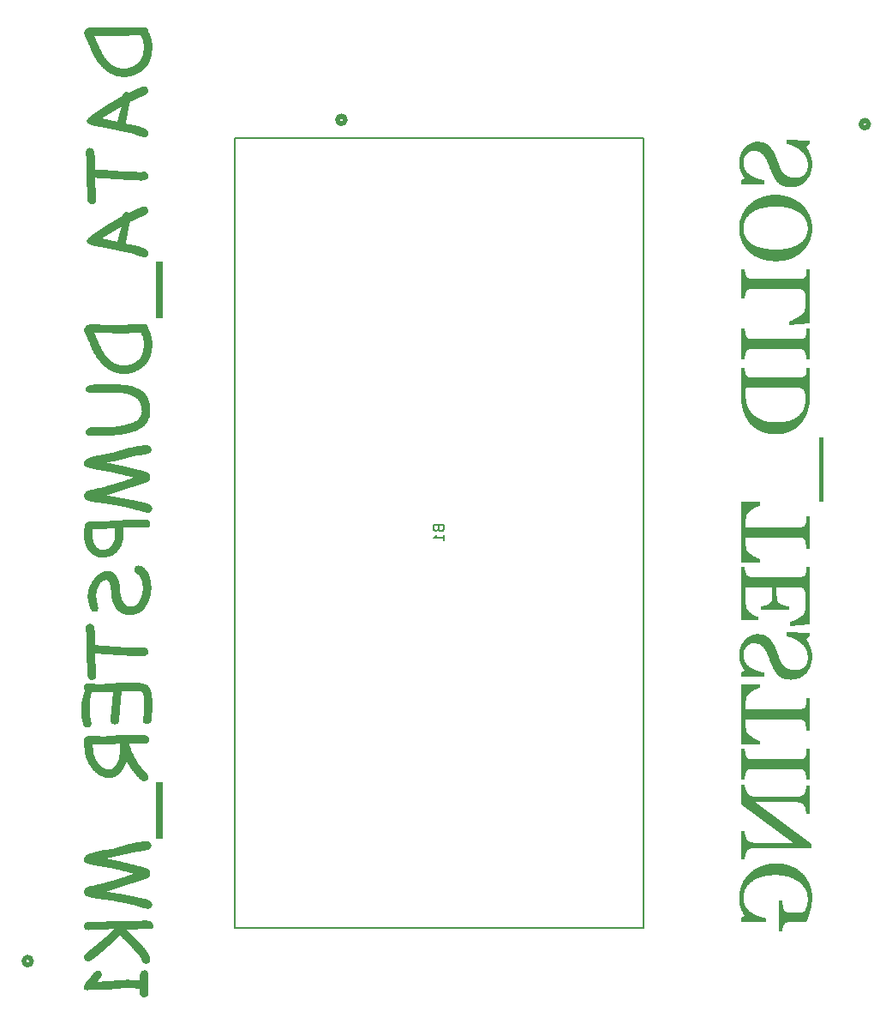
<source format=gbr>
%TF.GenerationSoftware,KiCad,Pcbnew,7.0.10*%
%TF.CreationDate,2024-02-10T20:18:10-06:00*%
%TF.ProjectId,DAQ,4441512e-6b69-4636-9164-5f7063625858,rev?*%
%TF.SameCoordinates,Original*%
%TF.FileFunction,Legend,Bot*%
%TF.FilePolarity,Positive*%
%FSLAX46Y46*%
G04 Gerber Fmt 4.6, Leading zero omitted, Abs format (unit mm)*
G04 Created by KiCad (PCBNEW 7.0.10) date 2024-02-10 20:18:10*
%MOMM*%
%LPD*%
G01*
G04 APERTURE LIST*
%ADD10C,0.500000*%
%ADD11C,0.153000*%
%ADD12C,0.508000*%
%ADD13C,0.152400*%
G04 APERTURE END LIST*
D10*
G36*
X104422315Y-108349062D02*
G01*
X104484158Y-108401555D01*
X104547443Y-108450468D01*
X104612171Y-108495802D01*
X104678342Y-108537556D01*
X104745955Y-108575730D01*
X104815011Y-108610325D01*
X104885510Y-108641340D01*
X104957451Y-108668775D01*
X105031582Y-108693219D01*
X105108652Y-108714403D01*
X105188661Y-108732328D01*
X105271608Y-108746994D01*
X105357494Y-108758401D01*
X105446318Y-108766549D01*
X105514865Y-108770521D01*
X105585064Y-108772660D01*
X105632782Y-108773067D01*
X105746283Y-108770456D01*
X105857260Y-108762622D01*
X105965713Y-108749565D01*
X106071641Y-108731286D01*
X106175044Y-108707785D01*
X106275923Y-108679060D01*
X106374278Y-108645114D01*
X106470108Y-108605944D01*
X106563413Y-108561552D01*
X106654194Y-108511937D01*
X106742451Y-108457100D01*
X106828183Y-108397040D01*
X106911391Y-108331758D01*
X106992074Y-108261252D01*
X107070232Y-108185525D01*
X107145867Y-108104575D01*
X107217914Y-108019757D01*
X107285314Y-107932429D01*
X107348065Y-107842590D01*
X107406168Y-107750239D01*
X107459623Y-107655378D01*
X107508430Y-107558005D01*
X107552588Y-107458121D01*
X107592098Y-107355726D01*
X107626960Y-107250820D01*
X107657174Y-107143403D01*
X107682739Y-107033474D01*
X107703656Y-106921035D01*
X107719925Y-106806084D01*
X107731546Y-106688622D01*
X107738518Y-106568650D01*
X107740842Y-106446166D01*
X107739219Y-106360268D01*
X107734351Y-106274401D01*
X107726236Y-106188564D01*
X107714876Y-106102756D01*
X107700270Y-106016979D01*
X107682418Y-105931232D01*
X107661321Y-105845515D01*
X107636978Y-105759828D01*
X107609389Y-105674171D01*
X107578554Y-105588544D01*
X107556194Y-105531476D01*
X107521713Y-105446981D01*
X107486872Y-105364680D01*
X107451669Y-105284573D01*
X107416106Y-105206660D01*
X107380182Y-105130941D01*
X107343898Y-105057415D01*
X107307253Y-104986084D01*
X107270247Y-104916946D01*
X107232881Y-104850002D01*
X107195154Y-104785252D01*
X107169802Y-104743304D01*
X107522001Y-104536431D01*
X107522001Y-104151748D01*
X105224164Y-104083360D01*
X105224164Y-104473172D01*
X105305493Y-104495972D01*
X105385350Y-104519494D01*
X105463734Y-104543737D01*
X105540645Y-104568701D01*
X105616084Y-104594387D01*
X105690050Y-104620794D01*
X105762544Y-104647922D01*
X105833565Y-104675771D01*
X105903113Y-104704342D01*
X105971189Y-104733634D01*
X106015755Y-104753563D01*
X106081401Y-104784918D01*
X106146266Y-104818077D01*
X106210350Y-104853039D01*
X106273652Y-104889804D01*
X106336173Y-104928373D01*
X106397913Y-104968744D01*
X106458871Y-105010919D01*
X106519048Y-105054897D01*
X106578443Y-105100678D01*
X106637057Y-105148263D01*
X106675699Y-105180988D01*
X106728533Y-105228527D01*
X106779323Y-105277539D01*
X106828069Y-105328024D01*
X106874772Y-105379981D01*
X106919431Y-105433410D01*
X106962047Y-105488313D01*
X107002619Y-105544688D01*
X107041147Y-105602536D01*
X107077632Y-105661856D01*
X107112073Y-105722649D01*
X107133899Y-105763995D01*
X107164147Y-105827773D01*
X107191421Y-105893445D01*
X107215719Y-105961010D01*
X107237042Y-106030468D01*
X107255389Y-106101820D01*
X107270761Y-106175065D01*
X107283158Y-106250203D01*
X107292580Y-106327235D01*
X107299027Y-106406160D01*
X107302498Y-106486978D01*
X107303159Y-106541909D01*
X107301716Y-106623520D01*
X107297389Y-106702514D01*
X107290176Y-106778889D01*
X107280078Y-106852647D01*
X107267095Y-106923786D01*
X107251227Y-106992308D01*
X107232474Y-107058211D01*
X107210835Y-107121497D01*
X107179571Y-107196672D01*
X107144551Y-107267256D01*
X107105774Y-107333248D01*
X107063240Y-107394648D01*
X107016949Y-107451457D01*
X106966902Y-107503675D01*
X106945832Y-107523277D01*
X106890450Y-107569400D01*
X106832230Y-107611600D01*
X106771172Y-107649876D01*
X106707275Y-107684229D01*
X106640540Y-107714658D01*
X106570967Y-107741163D01*
X106542342Y-107750667D01*
X106468503Y-107772338D01*
X106391241Y-107790337D01*
X106310556Y-107804662D01*
X106226449Y-107815315D01*
X106156698Y-107821192D01*
X106084757Y-107824718D01*
X106010626Y-107825893D01*
X105928445Y-107823865D01*
X105847316Y-107817779D01*
X105767239Y-107807636D01*
X105688214Y-107793436D01*
X105610240Y-107775178D01*
X105533319Y-107752864D01*
X105457449Y-107726492D01*
X105382632Y-107696063D01*
X105308866Y-107661577D01*
X105236152Y-107623034D01*
X105188260Y-107595084D01*
X105118396Y-107549809D01*
X105051778Y-107500536D01*
X104988406Y-107447267D01*
X104928279Y-107390000D01*
X104871398Y-107328736D01*
X104817763Y-107263476D01*
X104767373Y-107194218D01*
X104720230Y-107120963D01*
X104676332Y-107043711D01*
X104635680Y-106962462D01*
X104610382Y-106906075D01*
X104579634Y-106826440D01*
X104548084Y-106743974D01*
X104515734Y-106658676D01*
X104490945Y-106592844D01*
X104465705Y-106525420D01*
X104440014Y-106456402D01*
X104413873Y-106385792D01*
X104387281Y-106313589D01*
X104360238Y-106239793D01*
X104341959Y-106189711D01*
X104314219Y-106115018D01*
X104286781Y-106042249D01*
X104259643Y-105971403D01*
X104232805Y-105902481D01*
X104206268Y-105835482D01*
X104180031Y-105770407D01*
X104145517Y-105686631D01*
X104111536Y-105606275D01*
X104078090Y-105529339D01*
X104061568Y-105492153D01*
X104029331Y-105421134D01*
X103995878Y-105352118D01*
X103961210Y-105285106D01*
X103925326Y-105220097D01*
X103888227Y-105157092D01*
X103849912Y-105096090D01*
X103810382Y-105037092D01*
X103769637Y-104980098D01*
X103727675Y-104925107D01*
X103662455Y-104846377D01*
X103594499Y-104772156D01*
X103523809Y-104702442D01*
X103450384Y-104637236D01*
X103399914Y-104596270D01*
X103320784Y-104539134D01*
X103237265Y-104487617D01*
X103149359Y-104441721D01*
X103057066Y-104401445D01*
X102960384Y-104366788D01*
X102893492Y-104346806D01*
X102824650Y-104329322D01*
X102753858Y-104314335D01*
X102681115Y-104301846D01*
X102606423Y-104291855D01*
X102529780Y-104284362D01*
X102451187Y-104279366D01*
X102370645Y-104276869D01*
X102329642Y-104276556D01*
X102259232Y-104277954D01*
X102189694Y-104282146D01*
X102121027Y-104289134D01*
X102053231Y-104298916D01*
X101964193Y-104316307D01*
X101876705Y-104338667D01*
X101790766Y-104365995D01*
X101706376Y-104398292D01*
X101623536Y-104435558D01*
X101542592Y-104477393D01*
X101463893Y-104523394D01*
X101406340Y-104560630D01*
X101350051Y-104600211D01*
X101295023Y-104642135D01*
X101241258Y-104686404D01*
X101188754Y-104733016D01*
X101137513Y-104781973D01*
X101087535Y-104833274D01*
X101038818Y-104886919D01*
X100993924Y-104940059D01*
X100950922Y-104994971D01*
X100909814Y-105051657D01*
X100870600Y-105110115D01*
X100833279Y-105170347D01*
X100797851Y-105232352D01*
X100764316Y-105296130D01*
X100732675Y-105361682D01*
X100702927Y-105429006D01*
X100675073Y-105498104D01*
X100657555Y-105545154D01*
X100632806Y-105616621D01*
X100610492Y-105688688D01*
X100590612Y-105761357D01*
X100573166Y-105834627D01*
X100558154Y-105908498D01*
X100545577Y-105982970D01*
X100535434Y-106058044D01*
X100527725Y-106133718D01*
X100522451Y-106209993D01*
X100519611Y-106286870D01*
X100519070Y-106338454D01*
X100520632Y-106426060D01*
X100525321Y-106511922D01*
X100533135Y-106596041D01*
X100544074Y-106678418D01*
X100558139Y-106759051D01*
X100575329Y-106837941D01*
X100595645Y-106915088D01*
X100619087Y-106990491D01*
X100645654Y-107064152D01*
X100675347Y-107136070D01*
X100696878Y-107183046D01*
X100730032Y-107252359D01*
X100763456Y-107320530D01*
X100797151Y-107387559D01*
X100831117Y-107453446D01*
X100865352Y-107518191D01*
X100899858Y-107581794D01*
X100934635Y-107644255D01*
X100969682Y-107705573D01*
X101005000Y-107765750D01*
X101040588Y-107824785D01*
X101064464Y-107863507D01*
X100737911Y-108060122D01*
X100737911Y-108444805D01*
X103035748Y-108484128D01*
X103035748Y-108094316D01*
X102960089Y-108074201D01*
X102885061Y-108053604D01*
X102810664Y-108032527D01*
X102736898Y-108010968D01*
X102663763Y-107988929D01*
X102591259Y-107966409D01*
X102519387Y-107943409D01*
X102448145Y-107919927D01*
X102377535Y-107895964D01*
X102307556Y-107871521D01*
X102261254Y-107854958D01*
X102192612Y-107829583D01*
X102125172Y-107802826D01*
X102058935Y-107774686D01*
X101993899Y-107745164D01*
X101930066Y-107714259D01*
X101867435Y-107681971D01*
X101806006Y-107648302D01*
X101745779Y-107613250D01*
X101686755Y-107576815D01*
X101628932Y-107538998D01*
X101591051Y-107513018D01*
X101520633Y-107459857D01*
X101453848Y-107403811D01*
X101390696Y-107344880D01*
X101331177Y-107283064D01*
X101275291Y-107218362D01*
X101223039Y-107150776D01*
X101174419Y-107080304D01*
X101129432Y-107006947D01*
X101088961Y-106930465D01*
X101053885Y-106849762D01*
X101024206Y-106764838D01*
X101005488Y-106698375D01*
X100989805Y-106629538D01*
X100977157Y-106558326D01*
X100967545Y-106484741D01*
X100960969Y-106408781D01*
X100957427Y-106330447D01*
X100956753Y-106276905D01*
X100959352Y-106192486D01*
X100967151Y-106110410D01*
X100980149Y-106030678D01*
X100998347Y-105953291D01*
X101021743Y-105878248D01*
X101050339Y-105805549D01*
X101084134Y-105735194D01*
X101123128Y-105667184D01*
X101167321Y-105601517D01*
X101216714Y-105538195D01*
X101252531Y-105497282D01*
X101309146Y-105439840D01*
X101368076Y-105388048D01*
X101429320Y-105341906D01*
X101492877Y-105301415D01*
X101558749Y-105266573D01*
X101626935Y-105237381D01*
X101697435Y-105213839D01*
X101770249Y-105195948D01*
X101845378Y-105183706D01*
X101922820Y-105177114D01*
X101975734Y-105175859D01*
X102058065Y-105177677D01*
X102137721Y-105183131D01*
X102214703Y-105192223D01*
X102289010Y-105204950D01*
X102360642Y-105221314D01*
X102429599Y-105241315D01*
X102495882Y-105264952D01*
X102559490Y-105292225D01*
X102640139Y-105334246D01*
X102716034Y-105382732D01*
X102787521Y-105437362D01*
X102855802Y-105497816D01*
X102904909Y-105546979D01*
X102952213Y-105599417D01*
X102997714Y-105655131D01*
X103041411Y-105714120D01*
X103083306Y-105776386D01*
X103123397Y-105841927D01*
X103161685Y-105910744D01*
X103198169Y-105982837D01*
X103229821Y-106048448D01*
X103260660Y-106113849D01*
X103290689Y-106179040D01*
X103319905Y-106244020D01*
X103348311Y-106308790D01*
X103375905Y-106373350D01*
X103402687Y-106437699D01*
X103428658Y-106501838D01*
X103453818Y-106565766D01*
X103486102Y-106650677D01*
X103493947Y-106671846D01*
X103525016Y-106756556D01*
X103556672Y-106840572D01*
X103588916Y-106923893D01*
X103621748Y-107006520D01*
X103655167Y-107088452D01*
X103689174Y-107169689D01*
X103723769Y-107250232D01*
X103758951Y-107330080D01*
X103791141Y-107401968D01*
X103824454Y-107473161D01*
X103858888Y-107543659D01*
X103894445Y-107613463D01*
X103931123Y-107682572D01*
X103968923Y-107750987D01*
X104007846Y-107818707D01*
X104047890Y-107885733D01*
X104088896Y-107951316D01*
X104131559Y-108014708D01*
X104175877Y-108075910D01*
X104221852Y-108134922D01*
X104269483Y-108191742D01*
X104318771Y-108246373D01*
X104369715Y-108298812D01*
X104422315Y-108349062D01*
G37*
G36*
X104232384Y-109516045D02*
G01*
X104327239Y-109518950D01*
X104421359Y-109523792D01*
X104514745Y-109530571D01*
X104607396Y-109539287D01*
X104699313Y-109549939D01*
X104790494Y-109562528D01*
X104880942Y-109577054D01*
X104970654Y-109593516D01*
X105059632Y-109611915D01*
X105147875Y-109632252D01*
X105235384Y-109654524D01*
X105322158Y-109678734D01*
X105408197Y-109704880D01*
X105493502Y-109732964D01*
X105578072Y-109762983D01*
X105661273Y-109794693D01*
X105742897Y-109827845D01*
X105822946Y-109862440D01*
X105901419Y-109898477D01*
X105978315Y-109935957D01*
X106053635Y-109974879D01*
X106127380Y-110015244D01*
X106199548Y-110057052D01*
X106270140Y-110100302D01*
X106339155Y-110144995D01*
X106406595Y-110191130D01*
X106472458Y-110238707D01*
X106536746Y-110287728D01*
X106599457Y-110338191D01*
X106660592Y-110390096D01*
X106720151Y-110443444D01*
X106779590Y-110498181D01*
X106837373Y-110554254D01*
X106893499Y-110611662D01*
X106947969Y-110670407D01*
X107000782Y-110730487D01*
X107051940Y-110791902D01*
X107101441Y-110854654D01*
X107149286Y-110918741D01*
X107195475Y-110984163D01*
X107240007Y-111050922D01*
X107282883Y-111119016D01*
X107324103Y-111188446D01*
X107363666Y-111259211D01*
X107401574Y-111331313D01*
X107437824Y-111404750D01*
X107472419Y-111479522D01*
X107504924Y-111555383D01*
X107535331Y-111632086D01*
X107563641Y-111709630D01*
X107589854Y-111788016D01*
X107613970Y-111867243D01*
X107635989Y-111947312D01*
X107655911Y-112028222D01*
X107673736Y-112109974D01*
X107689464Y-112192567D01*
X107703095Y-112276002D01*
X107714629Y-112360278D01*
X107724066Y-112445396D01*
X107731405Y-112531355D01*
X107736648Y-112618156D01*
X107739794Y-112705798D01*
X107740842Y-112794281D01*
X107739860Y-112877542D01*
X107736915Y-112960202D01*
X107732006Y-113042261D01*
X107725134Y-113123719D01*
X107716299Y-113204576D01*
X107705499Y-113284832D01*
X107692737Y-113364486D01*
X107678011Y-113443540D01*
X107661321Y-113521992D01*
X107642668Y-113599844D01*
X107622051Y-113677094D01*
X107599471Y-113753744D01*
X107574928Y-113829792D01*
X107548421Y-113905239D01*
X107519950Y-113980085D01*
X107489516Y-114054330D01*
X107457052Y-114127707D01*
X107422918Y-114199949D01*
X107387115Y-114271055D01*
X107349641Y-114341026D01*
X107310499Y-114409861D01*
X107269686Y-114477561D01*
X107227204Y-114544126D01*
X107183052Y-114609555D01*
X107137231Y-114673849D01*
X107089740Y-114737008D01*
X107040580Y-114799031D01*
X106989750Y-114859920D01*
X106937250Y-114919672D01*
X106883080Y-114978290D01*
X106827241Y-115035771D01*
X106769733Y-115092118D01*
X106709973Y-115149032D01*
X106648664Y-115204371D01*
X106585806Y-115258133D01*
X106521399Y-115310319D01*
X106455442Y-115360928D01*
X106387935Y-115409962D01*
X106318879Y-115457420D01*
X106248274Y-115503301D01*
X106176119Y-115547606D01*
X106102415Y-115590335D01*
X106027162Y-115631488D01*
X105950359Y-115671065D01*
X105872006Y-115709066D01*
X105792105Y-115745491D01*
X105710654Y-115780339D01*
X105627653Y-115813612D01*
X105543290Y-115845081D01*
X105457752Y-115874520D01*
X105371038Y-115901928D01*
X105283148Y-115927307D01*
X105194084Y-115950655D01*
X105103844Y-115971972D01*
X105012428Y-115991260D01*
X104919837Y-116008517D01*
X104826071Y-116023744D01*
X104731129Y-116036941D01*
X104635012Y-116048108D01*
X104537719Y-116057244D01*
X104439251Y-116064350D01*
X104339608Y-116069425D01*
X104238789Y-116072471D01*
X104136795Y-116073486D01*
X104035415Y-116072491D01*
X103935157Y-116069505D01*
X103836021Y-116064530D01*
X103738007Y-116057564D01*
X103641115Y-116048608D01*
X103545345Y-116037662D01*
X103450697Y-116024726D01*
X103357171Y-116009800D01*
X103264768Y-115992883D01*
X103173486Y-115973976D01*
X103083326Y-115953079D01*
X102994288Y-115930192D01*
X102906372Y-115905314D01*
X102819578Y-115878447D01*
X102733906Y-115849589D01*
X102649356Y-115818741D01*
X102565928Y-115786129D01*
X102484049Y-115751982D01*
X102403720Y-115716299D01*
X102324940Y-115679079D01*
X102247710Y-115640324D01*
X102172029Y-115600033D01*
X102097897Y-115558205D01*
X102025315Y-115514841D01*
X101954283Y-115469942D01*
X101884799Y-115423506D01*
X101816865Y-115375534D01*
X101750481Y-115326026D01*
X101685646Y-115274983D01*
X101622360Y-115222403D01*
X101560624Y-115168287D01*
X101500437Y-115112635D01*
X101442915Y-115057283D01*
X101387036Y-115000649D01*
X101332800Y-114942733D01*
X101280207Y-114883535D01*
X101229256Y-114823054D01*
X101179949Y-114761291D01*
X101132284Y-114698246D01*
X101086263Y-114633919D01*
X101041884Y-114568309D01*
X100999148Y-114501417D01*
X100958055Y-114433243D01*
X100918605Y-114363786D01*
X100880798Y-114293047D01*
X100844634Y-114221026D01*
X100810113Y-114147723D01*
X100777234Y-114073137D01*
X100745972Y-113997817D01*
X100716727Y-113921882D01*
X100689499Y-113845333D01*
X100664287Y-113768169D01*
X100641093Y-113690391D01*
X100619915Y-113611999D01*
X100600755Y-113532992D01*
X100583611Y-113453371D01*
X100568484Y-113373135D01*
X100555374Y-113292285D01*
X100544281Y-113210820D01*
X100535205Y-113128741D01*
X100528146Y-113046048D01*
X100523103Y-112962740D01*
X100520078Y-112878818D01*
X100519090Y-112795991D01*
X100956753Y-112795991D01*
X100957654Y-112859657D01*
X100962388Y-112953479D01*
X100971178Y-113045287D01*
X100984026Y-113135081D01*
X101000931Y-113222862D01*
X101021893Y-113308629D01*
X101046913Y-113392383D01*
X101075989Y-113474123D01*
X101109123Y-113553849D01*
X101146314Y-113631562D01*
X101187562Y-113707261D01*
X101216914Y-113756742D01*
X101263622Y-113828985D01*
X101313546Y-113898854D01*
X101366685Y-113966349D01*
X101423040Y-114031470D01*
X101482611Y-114094216D01*
X101545397Y-114154588D01*
X101611399Y-114212586D01*
X101680617Y-114268210D01*
X101753051Y-114321459D01*
X101828700Y-114372334D01*
X101908451Y-114420896D01*
X101991268Y-114467203D01*
X102077151Y-114511256D01*
X102166098Y-114553055D01*
X102258112Y-114592600D01*
X102353190Y-114629891D01*
X102418279Y-114653500D01*
X102484730Y-114676107D01*
X102552544Y-114697712D01*
X102621720Y-114718315D01*
X102692258Y-114737916D01*
X102764159Y-114756516D01*
X102837423Y-114774114D01*
X102911821Y-114790677D01*
X102987128Y-114806171D01*
X103063344Y-114820596D01*
X103140467Y-114833953D01*
X103218499Y-114846242D01*
X103297439Y-114857462D01*
X103377287Y-114867613D01*
X103458044Y-114876696D01*
X103539709Y-114884710D01*
X103622282Y-114891656D01*
X103705763Y-114897533D01*
X103790153Y-114902341D01*
X103875451Y-114906081D01*
X103961657Y-114908753D01*
X104048772Y-114910356D01*
X104136795Y-114910890D01*
X104222407Y-114910409D01*
X104306990Y-114908967D01*
X104390545Y-114906562D01*
X104473071Y-114903196D01*
X104554569Y-114898869D01*
X104635039Y-114893579D01*
X104714480Y-114887328D01*
X104792892Y-114880115D01*
X104870276Y-114871941D01*
X104946631Y-114862805D01*
X105021958Y-114852707D01*
X105096257Y-114841647D01*
X105169527Y-114829626D01*
X105241768Y-114816643D01*
X105312981Y-114802698D01*
X105383166Y-114787792D01*
X105417887Y-114780059D01*
X105486649Y-114763724D01*
X105554503Y-114746226D01*
X105621449Y-114727566D01*
X105687486Y-114707745D01*
X105752615Y-114686761D01*
X105848605Y-114653106D01*
X105942552Y-114616837D01*
X106034455Y-114577953D01*
X106124314Y-114536454D01*
X106212130Y-114492341D01*
X106297902Y-114445613D01*
X106381631Y-114396270D01*
X106435373Y-114363185D01*
X106513156Y-114311303D01*
X106587543Y-114256716D01*
X106658534Y-114199424D01*
X106726129Y-114139428D01*
X106790327Y-114076727D01*
X106851130Y-114011321D01*
X106908537Y-113943210D01*
X106962548Y-113872394D01*
X107013163Y-113798874D01*
X107060382Y-113722648D01*
X107089780Y-113670543D01*
X107130322Y-113590931D01*
X107166597Y-113509577D01*
X107198603Y-113426480D01*
X107226343Y-113341639D01*
X107249814Y-113255056D01*
X107269018Y-113166729D01*
X107283955Y-113076659D01*
X107294624Y-112984846D01*
X107301025Y-112891290D01*
X107303159Y-112795991D01*
X107302224Y-112727990D01*
X107297315Y-112628244D01*
X107288199Y-112531201D01*
X107274875Y-112436864D01*
X107257344Y-112345231D01*
X107235606Y-112256304D01*
X107209660Y-112170081D01*
X107179506Y-112086562D01*
X107145145Y-112005749D01*
X107106577Y-111927641D01*
X107063801Y-111852237D01*
X107032946Y-111803604D01*
X106983959Y-111732608D01*
X106931727Y-111663956D01*
X106876248Y-111597648D01*
X106817524Y-111533685D01*
X106755554Y-111472066D01*
X106690338Y-111412790D01*
X106621877Y-111355859D01*
X106550170Y-111301273D01*
X106475217Y-111249030D01*
X106397018Y-111199131D01*
X106341827Y-111165932D01*
X106257237Y-111118263D01*
X106170483Y-111073148D01*
X106081565Y-111030587D01*
X105990483Y-110990581D01*
X105897238Y-110953130D01*
X105801829Y-110918233D01*
X105737020Y-110896388D01*
X105671250Y-110875678D01*
X105604519Y-110856103D01*
X105536825Y-110837663D01*
X105468170Y-110820359D01*
X105398553Y-110804191D01*
X105327707Y-110789077D01*
X105255793Y-110774939D01*
X105182810Y-110761775D01*
X105108759Y-110749587D01*
X105033639Y-110738374D01*
X104957451Y-110728136D01*
X104880194Y-110718873D01*
X104801868Y-110710585D01*
X104722474Y-110703272D01*
X104642011Y-110696934D01*
X104560480Y-110691571D01*
X104477880Y-110687183D01*
X104394211Y-110683770D01*
X104309474Y-110681333D01*
X104223669Y-110679870D01*
X104136795Y-110679383D01*
X104058369Y-110679843D01*
X103980384Y-110681226D01*
X103902840Y-110683530D01*
X103825736Y-110686756D01*
X103749073Y-110690903D01*
X103672852Y-110695972D01*
X103597070Y-110701963D01*
X103521730Y-110708875D01*
X103446831Y-110716709D01*
X103372372Y-110725464D01*
X103298354Y-110735142D01*
X103224777Y-110745740D01*
X103151640Y-110757261D01*
X103078945Y-110769703D01*
X103006690Y-110783067D01*
X102934876Y-110797352D01*
X102899222Y-110804844D01*
X102828777Y-110820538D01*
X102759481Y-110837181D01*
X102691334Y-110854772D01*
X102624335Y-110873312D01*
X102558484Y-110892800D01*
X102461863Y-110923810D01*
X102367826Y-110956953D01*
X102276374Y-110992231D01*
X102187506Y-111029642D01*
X102101223Y-111069188D01*
X102017525Y-111110866D01*
X101936411Y-111154679D01*
X101881333Y-111187310D01*
X101801346Y-111238411D01*
X101724515Y-111292096D01*
X101650839Y-111348366D01*
X101580319Y-111407221D01*
X101512955Y-111468660D01*
X101448746Y-111532683D01*
X101387692Y-111599291D01*
X101329795Y-111668484D01*
X101275052Y-111740261D01*
X101223466Y-111814623D01*
X101191169Y-111865741D01*
X101146630Y-111944971D01*
X101106779Y-112027267D01*
X101071617Y-112112629D01*
X101041142Y-112201056D01*
X101015357Y-112292548D01*
X100994259Y-112387106D01*
X100977850Y-112484729D01*
X100966129Y-112585418D01*
X100960920Y-112654246D01*
X100957795Y-112724438D01*
X100956753Y-112795991D01*
X100519090Y-112795991D01*
X100519070Y-112794281D01*
X100520058Y-112712850D01*
X100523023Y-112631833D01*
X100527965Y-112551230D01*
X100534884Y-112471041D01*
X100543780Y-112391266D01*
X100554653Y-112311906D01*
X100567502Y-112232959D01*
X100582328Y-112154426D01*
X100599132Y-112076308D01*
X100617912Y-111998603D01*
X100638668Y-111921313D01*
X100661402Y-111844436D01*
X100686113Y-111767974D01*
X100712800Y-111691926D01*
X100741464Y-111616291D01*
X100772105Y-111541071D01*
X100804402Y-111466846D01*
X100838463Y-111393770D01*
X100874286Y-111321842D01*
X100911873Y-111251064D01*
X100951223Y-111181433D01*
X100992336Y-111112952D01*
X101035212Y-111045619D01*
X101079851Y-110979435D01*
X101126253Y-110914400D01*
X101174419Y-110850513D01*
X101224348Y-110787775D01*
X101276039Y-110726186D01*
X101329494Y-110665745D01*
X101384712Y-110606453D01*
X101441693Y-110548310D01*
X101500437Y-110491316D01*
X101561185Y-110435022D01*
X101623322Y-110380265D01*
X101686848Y-110327044D01*
X101751763Y-110275359D01*
X101818068Y-110225210D01*
X101885761Y-110176597D01*
X101954844Y-110129520D01*
X102025315Y-110083980D01*
X102097176Y-110039975D01*
X102170426Y-109997506D01*
X102245065Y-109956574D01*
X102321093Y-109917177D01*
X102398511Y-109879317D01*
X102477317Y-109842992D01*
X102557513Y-109808204D01*
X102639097Y-109774951D01*
X102722085Y-109743482D01*
X102806488Y-109714043D01*
X102892307Y-109686635D01*
X102979541Y-109661256D01*
X103068192Y-109637908D01*
X103158259Y-109616590D01*
X103249741Y-109597303D01*
X103342639Y-109580046D01*
X103436953Y-109564819D01*
X103532683Y-109551622D01*
X103629829Y-109540455D01*
X103728390Y-109531319D01*
X103828367Y-109524213D01*
X103929761Y-109519137D01*
X104032570Y-109516092D01*
X104136795Y-109515077D01*
X104232384Y-109516045D01*
G37*
G36*
X105443005Y-122368601D02*
G01*
X107522001Y-122224986D01*
X107522001Y-116892432D01*
X107193738Y-116892432D01*
X107186886Y-116965116D01*
X107178979Y-117043575D01*
X107170657Y-117122921D01*
X107162483Y-117198876D01*
X107159544Y-117225824D01*
X107150087Y-117303261D01*
X107139669Y-117371442D01*
X107126298Y-117439287D01*
X107107185Y-117508004D01*
X107097995Y-117531860D01*
X107062839Y-117598752D01*
X107020631Y-117655813D01*
X106964717Y-117708256D01*
X106915057Y-117740443D01*
X106851050Y-117768867D01*
X106778708Y-117789170D01*
X106708572Y-117800273D01*
X106632055Y-117805158D01*
X106609021Y-117805412D01*
X101732957Y-117805412D01*
X101663697Y-117802712D01*
X101588951Y-117793015D01*
X101518907Y-117776265D01*
X101453564Y-117752463D01*
X101445727Y-117748992D01*
X101386315Y-117714905D01*
X101332887Y-117667354D01*
X101285443Y-117606339D01*
X101248838Y-117541906D01*
X101243982Y-117531860D01*
X101211555Y-117462317D01*
X101186707Y-117398503D01*
X101162187Y-117326182D01*
X101141430Y-117257420D01*
X101131142Y-117220695D01*
X101112189Y-117148727D01*
X101096360Y-117081568D01*
X101081845Y-117009293D01*
X101070465Y-116934707D01*
X101066174Y-116892432D01*
X100737911Y-116892432D01*
X100737911Y-119771567D01*
X101066174Y-119771567D01*
X101071089Y-119699118D01*
X101079247Y-119627662D01*
X101091004Y-119548678D01*
X101103947Y-119474987D01*
X101114045Y-119422788D01*
X101129713Y-119346793D01*
X101144659Y-119279093D01*
X101161185Y-119210593D01*
X101180991Y-119139111D01*
X101189272Y-119113332D01*
X101217883Y-119046515D01*
X101260198Y-118982375D01*
X101312771Y-118931271D01*
X101375603Y-118893203D01*
X101384178Y-118889362D01*
X101453848Y-118863182D01*
X101526083Y-118844482D01*
X101600882Y-118833262D01*
X101678246Y-118829522D01*
X106193564Y-118829522D01*
X106269592Y-118830003D01*
X106341239Y-118831446D01*
X106424637Y-118834601D01*
X106501189Y-118839259D01*
X106570896Y-118845420D01*
X106645509Y-118854797D01*
X106679118Y-118860297D01*
X106750984Y-118878436D01*
X106815487Y-118904428D01*
X106880188Y-118943752D01*
X106935273Y-118993333D01*
X106947541Y-119007331D01*
X106986544Y-119069628D01*
X107014535Y-119135183D01*
X107036800Y-119211046D01*
X107051325Y-119284276D01*
X107058672Y-119337303D01*
X107066060Y-119409949D01*
X107072196Y-119491109D01*
X107076203Y-119562169D01*
X107079409Y-119638678D01*
X107081813Y-119720636D01*
X107083416Y-119808045D01*
X107084092Y-119877178D01*
X107084317Y-119949376D01*
X107083908Y-120027821D01*
X107082681Y-120107576D01*
X107080978Y-120176979D01*
X107078674Y-120247344D01*
X107075769Y-120318671D01*
X107071261Y-120390398D01*
X107065430Y-120460683D01*
X107058278Y-120529525D01*
X107048262Y-120608017D01*
X107036446Y-120684547D01*
X107022748Y-120757289D01*
X107007087Y-120827413D01*
X106989462Y-120894920D01*
X106966916Y-120968864D01*
X106957800Y-120995712D01*
X106931299Y-121061963D01*
X106897399Y-121125255D01*
X106854657Y-121181622D01*
X106831282Y-121204295D01*
X106773018Y-121254464D01*
X106707649Y-121306664D01*
X106635174Y-121360893D01*
X106576154Y-121402898D01*
X106513137Y-121446044D01*
X106446123Y-121490333D01*
X106375112Y-121535763D01*
X106300104Y-121582336D01*
X106221099Y-121630051D01*
X106166208Y-121662495D01*
X106084028Y-121710435D01*
X106004822Y-121755520D01*
X105928592Y-121797750D01*
X105855337Y-121837125D01*
X105785057Y-121873645D01*
X105717753Y-121907309D01*
X105653424Y-121938119D01*
X105572280Y-121974757D01*
X105496425Y-122006320D01*
X105443005Y-122026661D01*
X105443005Y-122368601D01*
G37*
G36*
X107522001Y-125781162D02*
G01*
X107522001Y-122708831D01*
X107193738Y-122708831D01*
X107188075Y-122780959D01*
X107182243Y-122855817D01*
X107176593Y-122928706D01*
X107170342Y-123009650D01*
X107164673Y-123083256D01*
X107158295Y-123156644D01*
X107149319Y-123235344D01*
X107138901Y-123303825D01*
X107124923Y-123370806D01*
X107106543Y-123430325D01*
X107077407Y-123495716D01*
X107038698Y-123560230D01*
X106994219Y-123613845D01*
X106937283Y-123661134D01*
X106869934Y-123695846D01*
X106798714Y-123717164D01*
X106727631Y-123728454D01*
X106648367Y-123732871D01*
X106636376Y-123732942D01*
X101703892Y-123732942D01*
X101633206Y-123730405D01*
X101558834Y-123721296D01*
X101491301Y-123705561D01*
X101423501Y-123679941D01*
X101362868Y-123638768D01*
X101313741Y-123583096D01*
X101274436Y-123519657D01*
X101243481Y-123454341D01*
X101233724Y-123430325D01*
X101209368Y-123363227D01*
X101185666Y-123289094D01*
X101165870Y-123219951D01*
X101146556Y-123145640D01*
X101127723Y-123066159D01*
X101109931Y-122987439D01*
X101095025Y-122914129D01*
X101083003Y-122846228D01*
X101072625Y-122773848D01*
X101066174Y-122708831D01*
X100737911Y-122708831D01*
X100737911Y-125781162D01*
X101066174Y-125781162D01*
X101070341Y-125703157D01*
X101076617Y-125628942D01*
X101083950Y-125560901D01*
X101093086Y-125488773D01*
X101102077Y-125425545D01*
X101114219Y-125349830D01*
X101127562Y-125277842D01*
X101142108Y-125209581D01*
X101160598Y-125134653D01*
X101180723Y-125064798D01*
X101205047Y-125000404D01*
X101239805Y-124935912D01*
X101287944Y-124876233D01*
X101345058Y-124831514D01*
X101368790Y-124818601D01*
X101435469Y-124791673D01*
X101505566Y-124772439D01*
X101579084Y-124760899D01*
X101656020Y-124757052D01*
X106585085Y-124757052D01*
X106661594Y-124761433D01*
X106733829Y-124774576D01*
X106801789Y-124796482D01*
X106865476Y-124827150D01*
X106923071Y-124868289D01*
X106974469Y-124921610D01*
X107014358Y-124978259D01*
X107049502Y-125044235D01*
X107058672Y-125064798D01*
X107081332Y-125131546D01*
X107102383Y-125207681D01*
X107118732Y-125275161D01*
X107135562Y-125351537D01*
X107144157Y-125393060D01*
X107157088Y-125462943D01*
X107170071Y-125542283D01*
X107180289Y-125616695D01*
X107187742Y-125686179D01*
X107192943Y-125761013D01*
X107193738Y-125781162D01*
X107522001Y-125781162D01*
G37*
G36*
X107522001Y-129424533D02*
G01*
X107521219Y-129512195D01*
X107518875Y-129599510D01*
X107514968Y-129686477D01*
X107509498Y-129773098D01*
X107502466Y-129859371D01*
X107493871Y-129945297D01*
X107483713Y-130030875D01*
X107471992Y-130116106D01*
X107458708Y-130200990D01*
X107443862Y-130285527D01*
X107427453Y-130369716D01*
X107409481Y-130453558D01*
X107389946Y-130537053D01*
X107368849Y-130620201D01*
X107346189Y-130703001D01*
X107321966Y-130785454D01*
X107295946Y-130867232D01*
X107268324Y-130948009D01*
X107239099Y-131027784D01*
X107208271Y-131106557D01*
X107175840Y-131184328D01*
X107141806Y-131261098D01*
X107106169Y-131336865D01*
X107068930Y-131411631D01*
X107030088Y-131485396D01*
X106989643Y-131558158D01*
X106947595Y-131629919D01*
X106903944Y-131700678D01*
X106858690Y-131770435D01*
X106811834Y-131839190D01*
X106763375Y-131906943D01*
X106713312Y-131973695D01*
X106661761Y-132038323D01*
X106608406Y-132101415D01*
X106553248Y-132162971D01*
X106496287Y-132222991D01*
X106437523Y-132281475D01*
X106376956Y-132338422D01*
X106314585Y-132393834D01*
X106250411Y-132447710D01*
X106184434Y-132500049D01*
X106116654Y-132550853D01*
X106047070Y-132600120D01*
X105975684Y-132647851D01*
X105902494Y-132694047D01*
X105827501Y-132738706D01*
X105750705Y-132781829D01*
X105672105Y-132823416D01*
X105591709Y-132863167D01*
X105509523Y-132900353D01*
X105425548Y-132934974D01*
X105339782Y-132967031D01*
X105252227Y-132996523D01*
X105162882Y-133023451D01*
X105071747Y-133047814D01*
X104978822Y-133069613D01*
X104884107Y-133088847D01*
X104787603Y-133105517D01*
X104689308Y-133119622D01*
X104589224Y-133131162D01*
X104487350Y-133140138D01*
X104383686Y-133146549D01*
X104278232Y-133150396D01*
X104170989Y-133151678D01*
X104055263Y-133150343D01*
X103941461Y-133146336D01*
X103829583Y-133139657D01*
X103719628Y-133130307D01*
X103611596Y-133118286D01*
X103505488Y-133103593D01*
X103401303Y-133086229D01*
X103299042Y-133066193D01*
X103198704Y-133043487D01*
X103100289Y-133018108D01*
X103003798Y-132990058D01*
X102909230Y-132959337D01*
X102816586Y-132925945D01*
X102725865Y-132889881D01*
X102637067Y-132851145D01*
X102550193Y-132809739D01*
X102465095Y-132766188D01*
X102382055Y-132720594D01*
X102301071Y-132672956D01*
X102222144Y-132623274D01*
X102145275Y-132571549D01*
X102070462Y-132517781D01*
X101997706Y-132461968D01*
X101927007Y-132404112D01*
X101858366Y-132344213D01*
X101791781Y-132282269D01*
X101727253Y-132218283D01*
X101664782Y-132152252D01*
X101604368Y-132084178D01*
X101546012Y-132014060D01*
X101489712Y-131941899D01*
X101435469Y-131867694D01*
X101396019Y-131811741D01*
X101357597Y-131754587D01*
X101320204Y-131696230D01*
X101283840Y-131636671D01*
X101248504Y-131575910D01*
X101214196Y-131513946D01*
X101180917Y-131450781D01*
X101148667Y-131386413D01*
X101117445Y-131320844D01*
X101087251Y-131254072D01*
X101058086Y-131186098D01*
X101029949Y-131116922D01*
X101002841Y-131046544D01*
X100976762Y-130974963D01*
X100951710Y-130902181D01*
X100927688Y-130828196D01*
X100904707Y-130753744D01*
X100883209Y-130679132D01*
X100863193Y-130604359D01*
X100844661Y-130529426D01*
X100827610Y-130454333D01*
X100812043Y-130379079D01*
X100797958Y-130303666D01*
X100785355Y-130228092D01*
X100774236Y-130152357D01*
X100764599Y-130076463D01*
X100756444Y-130000408D01*
X100749772Y-129924192D01*
X100744583Y-129847817D01*
X100740876Y-129771281D01*
X100738652Y-129694585D01*
X100737911Y-129617729D01*
X100737911Y-129366403D01*
X101175594Y-129366403D01*
X101175811Y-129403270D01*
X101177548Y-129476373D01*
X101181021Y-129548634D01*
X101186230Y-129620055D01*
X101193176Y-129690633D01*
X101201858Y-129760370D01*
X101212276Y-129829266D01*
X101224431Y-129897320D01*
X101238322Y-129964532D01*
X101262415Y-130063773D01*
X101290415Y-130161121D01*
X101322321Y-130256575D01*
X101358135Y-130350136D01*
X101397855Y-130441804D01*
X101426065Y-130501690D01*
X101470785Y-130589291D01*
X101518389Y-130674216D01*
X101568879Y-130756467D01*
X101622253Y-130836044D01*
X101678513Y-130912945D01*
X101737658Y-130987172D01*
X101799688Y-131058724D01*
X101864603Y-131127601D01*
X101932404Y-131193803D01*
X102003089Y-131257331D01*
X102080281Y-131321575D01*
X102159907Y-131382874D01*
X102241968Y-131441227D01*
X102326463Y-131496636D01*
X102413392Y-131549099D01*
X102502756Y-131598616D01*
X102563684Y-131629992D01*
X102625694Y-131660059D01*
X102688786Y-131688816D01*
X102752960Y-131716265D01*
X102818215Y-131742405D01*
X102884553Y-131767236D01*
X102951973Y-131790757D01*
X103020434Y-131812910D01*
X103089897Y-131833633D01*
X103160362Y-131852928D01*
X103231829Y-131870793D01*
X103304298Y-131887229D01*
X103377768Y-131902235D01*
X103452240Y-131915813D01*
X103527714Y-131927961D01*
X103604190Y-131938680D01*
X103681667Y-131947970D01*
X103760146Y-131955830D01*
X103839627Y-131962262D01*
X103920110Y-131967264D01*
X104001595Y-131970837D01*
X104084081Y-131972981D01*
X104167569Y-131973695D01*
X104210046Y-131973562D01*
X104294049Y-131972493D01*
X104376782Y-131970356D01*
X104458247Y-131967150D01*
X104538442Y-131962876D01*
X104617369Y-131957533D01*
X104695027Y-131951122D01*
X104771416Y-131943642D01*
X104846535Y-131935093D01*
X104920387Y-131925476D01*
X104992969Y-131914791D01*
X105064282Y-131903037D01*
X105134326Y-131890214D01*
X105203101Y-131876322D01*
X105270608Y-131861363D01*
X105369488Y-131836919D01*
X105433969Y-131819188D01*
X105528863Y-131790211D01*
X105621562Y-131758380D01*
X105712068Y-131723693D01*
X105800379Y-131686152D01*
X105886497Y-131645755D01*
X105970421Y-131602503D01*
X106052151Y-131556397D01*
X106131687Y-131507435D01*
X106209029Y-131455618D01*
X106284178Y-131400946D01*
X106330553Y-131364795D01*
X106397713Y-131308039D01*
X106461987Y-131248248D01*
X106523375Y-131185422D01*
X106581879Y-131119560D01*
X106637498Y-131050663D01*
X106690231Y-130978730D01*
X106740080Y-130903762D01*
X106787043Y-130825759D01*
X106831121Y-130744720D01*
X106872315Y-130660646D01*
X106885358Y-130631965D01*
X106922003Y-130544119D01*
X106954921Y-130453568D01*
X106984113Y-130360313D01*
X107009578Y-130264353D01*
X107031317Y-130165688D01*
X107043739Y-130098408D01*
X107054504Y-130029927D01*
X107063614Y-129960243D01*
X107071067Y-129889357D01*
X107076864Y-129817269D01*
X107081005Y-129743979D01*
X107083489Y-129669487D01*
X107084317Y-129593793D01*
X107083676Y-129528617D01*
X107080310Y-129434886D01*
X107074059Y-129345993D01*
X107064923Y-129261939D01*
X107052902Y-129182724D01*
X107037995Y-129108347D01*
X107020204Y-129038808D01*
X106991994Y-128953617D01*
X106958654Y-128877028D01*
X106920186Y-128809041D01*
X106886792Y-128763515D01*
X106835114Y-128709780D01*
X106775261Y-128664005D01*
X106707233Y-128626191D01*
X106631031Y-128596338D01*
X106546655Y-128574446D01*
X106478008Y-128563251D01*
X106404763Y-128556534D01*
X106326920Y-128554295D01*
X101194401Y-128554295D01*
X101191730Y-128622149D01*
X101189217Y-128694669D01*
X101186933Y-128766597D01*
X101184529Y-128847541D01*
X101182433Y-128921881D01*
X101180463Y-128998099D01*
X101178827Y-129071814D01*
X101177524Y-129143023D01*
X101176556Y-129211728D01*
X101175835Y-129290869D01*
X101175594Y-129366403D01*
X100737911Y-129366403D01*
X100737911Y-126636012D01*
X101066174Y-126636012D01*
X101066838Y-126643859D01*
X101074922Y-126718692D01*
X101085287Y-126791568D01*
X101096811Y-126860243D01*
X101110626Y-126933500D01*
X101119361Y-126976696D01*
X101137605Y-127050362D01*
X101159613Y-127121574D01*
X101185383Y-127190331D01*
X101214917Y-127256633D01*
X101219778Y-127266679D01*
X101256698Y-127331112D01*
X101305104Y-127392127D01*
X101360135Y-127439678D01*
X101421791Y-127473765D01*
X101429840Y-127477236D01*
X101496759Y-127501038D01*
X101568166Y-127517788D01*
X101644060Y-127527485D01*
X101714150Y-127530185D01*
X106627827Y-127530185D01*
X106638571Y-127530122D01*
X106711068Y-127526125D01*
X106788112Y-127513943D01*
X106858957Y-127493640D01*
X106923606Y-127465217D01*
X106980560Y-127427817D01*
X107030034Y-127380586D01*
X107072029Y-127323525D01*
X107106543Y-127256633D01*
X107110791Y-127246856D01*
X107131227Y-127180338D01*
X107146615Y-127105966D01*
X107157594Y-127037845D01*
X107168093Y-126959145D01*
X107175481Y-126891692D01*
X107182694Y-126816038D01*
X107188103Y-126746154D01*
X107192135Y-126671916D01*
X107193738Y-126596689D01*
X107522001Y-126596689D01*
X107522001Y-129424533D01*
G37*
G36*
X108835050Y-139840025D02*
G01*
X108835050Y-133459424D01*
X108397367Y-133459424D01*
X108397367Y-139840025D01*
X108835050Y-139840025D01*
G37*
G36*
X102598065Y-145796619D02*
G01*
X102598065Y-145464937D01*
X102521816Y-145442883D01*
X102451772Y-145418640D01*
X102377400Y-145389468D01*
X102312117Y-145361394D01*
X102243830Y-145329896D01*
X102201414Y-145309355D01*
X102130447Y-145273424D01*
X102060731Y-145236158D01*
X101992268Y-145197556D01*
X101925057Y-145157619D01*
X101859099Y-145116346D01*
X101794392Y-145073737D01*
X101768860Y-145056319D01*
X101703411Y-145010772D01*
X101640633Y-144963888D01*
X101580526Y-144915670D01*
X101523091Y-144866115D01*
X101468327Y-144815225D01*
X101416235Y-144762999D01*
X101396146Y-144741734D01*
X101349304Y-144688598D01*
X101302020Y-144625607D01*
X101264474Y-144563456D01*
X101232976Y-144492011D01*
X101214732Y-144421712D01*
X101213208Y-144411762D01*
X101205471Y-144343005D01*
X101198715Y-144266885D01*
X101193706Y-144195779D01*
X101189419Y-144119263D01*
X101185853Y-144037338D01*
X101182897Y-143967606D01*
X101180012Y-143886021D01*
X101177848Y-143806720D01*
X101176406Y-143729704D01*
X101175685Y-143654971D01*
X101175594Y-143618461D01*
X101175594Y-143339780D01*
X106554310Y-143339780D01*
X106630606Y-143343948D01*
X106703909Y-143356450D01*
X106774220Y-143377287D01*
X106841540Y-143406459D01*
X106902769Y-143446850D01*
X106956517Y-143499637D01*
X106997411Y-143555994D01*
X107032579Y-143621841D01*
X107041575Y-143642397D01*
X107065117Y-143715427D01*
X107084179Y-143788602D01*
X107102211Y-143865779D01*
X107118431Y-143940286D01*
X107132189Y-144006563D01*
X107145493Y-144073883D01*
X107159868Y-144152622D01*
X107171739Y-144225352D01*
X107182678Y-144304692D01*
X107190012Y-144375378D01*
X107193738Y-144437408D01*
X107522001Y-144437408D01*
X107522001Y-141214623D01*
X107193738Y-141214623D01*
X107187540Y-141290919D01*
X107181490Y-141359641D01*
X107174237Y-141438220D01*
X107167274Y-141511233D01*
X107159477Y-141591091D01*
X107156125Y-141624951D01*
X107146708Y-141707331D01*
X107136623Y-141781362D01*
X107123640Y-141859180D01*
X107107278Y-141934774D01*
X107086975Y-142001132D01*
X107084317Y-142007924D01*
X107054772Y-142073397D01*
X107014594Y-142138205D01*
X106967577Y-142192328D01*
X106913721Y-142235765D01*
X106906509Y-142240443D01*
X106843570Y-142273355D01*
X106771015Y-142296863D01*
X106699640Y-142309720D01*
X106620902Y-142315376D01*
X106597053Y-142315670D01*
X101175594Y-142315670D01*
X101175594Y-142036989D01*
X101175922Y-141968396D01*
X101176903Y-141892766D01*
X101178266Y-141822342D01*
X101180109Y-141746747D01*
X101182433Y-141665984D01*
X101184988Y-141597521D01*
X101189155Y-141516577D01*
X101194525Y-141436956D01*
X101201096Y-141358657D01*
X101208870Y-141281681D01*
X101213208Y-141243688D01*
X101228390Y-141173552D01*
X101257480Y-141102271D01*
X101293484Y-141040261D01*
X101339706Y-140977409D01*
X101386029Y-140924390D01*
X101396146Y-140913716D01*
X101448522Y-140860956D01*
X101503069Y-140809531D01*
X101559786Y-140759442D01*
X101618674Y-140710689D01*
X101679732Y-140663272D01*
X101742961Y-140617190D01*
X101768860Y-140599131D01*
X101834669Y-140555045D01*
X101901729Y-140512544D01*
X101970042Y-140471630D01*
X102039607Y-140432302D01*
X102110425Y-140394560D01*
X102182494Y-140358404D01*
X102211673Y-140344386D01*
X102282865Y-140311327D01*
X102350051Y-140281608D01*
X102413230Y-140255228D01*
X102483755Y-140227980D01*
X102548510Y-140205540D01*
X102598065Y-140190513D01*
X102598065Y-139853702D01*
X100737911Y-139853702D01*
X100737911Y-145796619D01*
X102598065Y-145796619D01*
G37*
G36*
X105552426Y-152048992D02*
G01*
X107522001Y-151919055D01*
X107522001Y-146254819D01*
X107193738Y-146254819D01*
X107187327Y-146332717D01*
X107179613Y-146410871D01*
X107171439Y-146485283D01*
X107161821Y-146566547D01*
X107152705Y-146639501D01*
X107143005Y-146710703D01*
X107131144Y-146785235D01*
X107117002Y-146857147D01*
X107098339Y-146925804D01*
X107087737Y-146952376D01*
X107054276Y-147015196D01*
X107011026Y-147075971D01*
X106962433Y-147124991D01*
X106901379Y-147166089D01*
X106831250Y-147195015D01*
X106760965Y-147212780D01*
X106683201Y-147223065D01*
X106609021Y-147225928D01*
X101714150Y-147225928D01*
X101637000Y-147222616D01*
X101564551Y-147212678D01*
X101496804Y-147196115D01*
X101433759Y-147172928D01*
X101368168Y-147134054D01*
X101315995Y-147084285D01*
X101275078Y-147028992D01*
X101238578Y-146962736D01*
X101233724Y-146952376D01*
X101203804Y-146881851D01*
X101179027Y-146811026D01*
X101158831Y-146743546D01*
X101139597Y-146669815D01*
X101124303Y-146603598D01*
X101107674Y-146524657D01*
X101093689Y-146451969D01*
X101080716Y-146375065D01*
X101071343Y-146306671D01*
X101066174Y-146254819D01*
X100737911Y-146254819D01*
X100737911Y-151534372D01*
X102379223Y-151534372D01*
X102379223Y-151173625D01*
X102313757Y-151153705D01*
X102247509Y-151129848D01*
X102180481Y-151102053D01*
X102112670Y-151070322D01*
X102044079Y-151034654D01*
X101974705Y-150995049D01*
X101904551Y-150951506D01*
X101833615Y-150904027D01*
X101761898Y-150852611D01*
X101689399Y-150797258D01*
X101640633Y-150758168D01*
X101570333Y-150698493D01*
X101506254Y-150639358D01*
X101448397Y-150580764D01*
X101396760Y-150522711D01*
X101351344Y-150465199D01*
X101312150Y-150408228D01*
X101269568Y-150333108D01*
X101238045Y-150258949D01*
X101217582Y-150185753D01*
X101211498Y-150149515D01*
X101203484Y-150071510D01*
X101197348Y-149997295D01*
X101192030Y-149917517D01*
X101188123Y-149844708D01*
X101185853Y-149793898D01*
X101182366Y-149714276D01*
X101180012Y-149644803D01*
X101178159Y-149572491D01*
X101176807Y-149497341D01*
X101175955Y-149419353D01*
X101175604Y-149338526D01*
X101175594Y-149322020D01*
X101175594Y-148250039D01*
X103801693Y-148250039D01*
X103801693Y-149019404D01*
X103800625Y-149108629D01*
X103797419Y-149191656D01*
X103792076Y-149268485D01*
X103784596Y-149339117D01*
X103772241Y-149418692D01*
X103756547Y-149488583D01*
X103733305Y-149559669D01*
X103704414Y-149622340D01*
X103669031Y-149682126D01*
X103627157Y-149739027D01*
X103578791Y-149793043D01*
X103523934Y-149844173D01*
X103504206Y-149860576D01*
X103440030Y-149905397D01*
X103378120Y-149941341D01*
X103309839Y-149975001D01*
X103235187Y-150006376D01*
X103168109Y-150030778D01*
X103140040Y-150040094D01*
X103069072Y-150062351D01*
X102999357Y-150082102D01*
X102930894Y-150099350D01*
X102863683Y-150114092D01*
X102784682Y-150128478D01*
X102707485Y-150139257D01*
X102707485Y-150500004D01*
X105443005Y-150500004D01*
X105443005Y-150139257D01*
X105367580Y-150131752D01*
X105290902Y-150120991D01*
X105212972Y-150106975D01*
X105133790Y-150089702D01*
X105053356Y-150069174D01*
X104971669Y-150045390D01*
X104938644Y-150034965D01*
X104858886Y-150008619D01*
X104786307Y-149981938D01*
X104720908Y-149954923D01*
X104651905Y-149922065D01*
X104584469Y-149883123D01*
X104552252Y-149860576D01*
X104495134Y-149813092D01*
X104444527Y-149763604D01*
X104392395Y-149701574D01*
X104349639Y-149636659D01*
X104316260Y-149568858D01*
X104299216Y-149522055D01*
X104278880Y-149446561D01*
X104265147Y-149377038D01*
X104254337Y-149301504D01*
X104246448Y-149219959D01*
X104242240Y-149150396D01*
X104239903Y-149076986D01*
X104239377Y-149019404D01*
X104239377Y-148250039D01*
X106215790Y-148250039D01*
X106288212Y-148250706D01*
X106356733Y-148252710D01*
X106436900Y-148257093D01*
X106510973Y-148263563D01*
X106578952Y-148272119D01*
X106652483Y-148285143D01*
X106685957Y-148292781D01*
X106756830Y-148316074D01*
X106819848Y-148347057D01*
X106882252Y-148391884D01*
X106934398Y-148446754D01*
X106945832Y-148462041D01*
X106981034Y-148520981D01*
X107010346Y-148588593D01*
X107033768Y-148664876D01*
X107049155Y-148737164D01*
X107058672Y-148802272D01*
X107066060Y-148874550D01*
X107072196Y-148955677D01*
X107076203Y-149026950D01*
X107079409Y-149103887D01*
X107081813Y-149186487D01*
X107083416Y-149274750D01*
X107084092Y-149344664D01*
X107084317Y-149417764D01*
X107084317Y-149492154D01*
X107084317Y-149563601D01*
X107084317Y-149642140D01*
X107084317Y-149713007D01*
X107084317Y-149788800D01*
X107084317Y-149836640D01*
X107083858Y-149915847D01*
X107082481Y-149991047D01*
X107080185Y-150062240D01*
X107076218Y-150142383D01*
X107070929Y-150216754D01*
X107065511Y-150274323D01*
X107058017Y-150343286D01*
X107048360Y-150412969D01*
X107036539Y-150483374D01*
X107022554Y-150554500D01*
X107006406Y-150626348D01*
X107000542Y-150650457D01*
X106981388Y-150719580D01*
X106956003Y-150790195D01*
X106922984Y-150857675D01*
X106880729Y-150916730D01*
X106870605Y-150927429D01*
X106812368Y-150983314D01*
X106747079Y-151039841D01*
X106693484Y-151082657D01*
X106635922Y-151125834D01*
X106574393Y-151169371D01*
X106508896Y-151213269D01*
X106439433Y-151257528D01*
X106366003Y-151302147D01*
X106288606Y-151347127D01*
X106207241Y-151392467D01*
X106125952Y-151436440D01*
X106048780Y-151477318D01*
X105975726Y-151515100D01*
X105906788Y-151549786D01*
X105841968Y-151581377D01*
X105761946Y-151618683D01*
X105689244Y-151650486D01*
X105623861Y-151676786D01*
X105552426Y-151701923D01*
X105552426Y-152048992D01*
G37*
G36*
X104422315Y-156959250D02*
G01*
X104484158Y-157011743D01*
X104547443Y-157060657D01*
X104612171Y-157105990D01*
X104678342Y-157147744D01*
X104745955Y-157185919D01*
X104815011Y-157220514D01*
X104885510Y-157251529D01*
X104957451Y-157278964D01*
X105031582Y-157303407D01*
X105108652Y-157324592D01*
X105188661Y-157342517D01*
X105271608Y-157357183D01*
X105357494Y-157368590D01*
X105446318Y-157376737D01*
X105514865Y-157380709D01*
X105585064Y-157382848D01*
X105632782Y-157383256D01*
X105746283Y-157380644D01*
X105857260Y-157372810D01*
X105965713Y-157359754D01*
X106071641Y-157341475D01*
X106175044Y-157317973D01*
X106275923Y-157289249D01*
X106374278Y-157255302D01*
X106470108Y-157216132D01*
X106563413Y-157171740D01*
X106654194Y-157122126D01*
X106742451Y-157067288D01*
X106828183Y-157007228D01*
X106911391Y-156941946D01*
X106992074Y-156871441D01*
X107070232Y-156795713D01*
X107145867Y-156714763D01*
X107217914Y-156629946D01*
X107285314Y-156542618D01*
X107348065Y-156452778D01*
X107406168Y-156360428D01*
X107459623Y-156265566D01*
X107508430Y-156168193D01*
X107552588Y-156068309D01*
X107592098Y-155965914D01*
X107626960Y-155861008D01*
X107657174Y-155753591D01*
X107682739Y-155643663D01*
X107703656Y-155531223D01*
X107719925Y-155416273D01*
X107731546Y-155298811D01*
X107738518Y-155178838D01*
X107740842Y-155056354D01*
X107739219Y-154970457D01*
X107734351Y-154884589D01*
X107726236Y-154798752D01*
X107714876Y-154712945D01*
X107700270Y-154627168D01*
X107682418Y-154541420D01*
X107661321Y-154455703D01*
X107636978Y-154370016D01*
X107609389Y-154284359D01*
X107578554Y-154198732D01*
X107556194Y-154141665D01*
X107521713Y-154057170D01*
X107486872Y-153974869D01*
X107451669Y-153894761D01*
X107416106Y-153816848D01*
X107380182Y-153741129D01*
X107343898Y-153667603D01*
X107307253Y-153596272D01*
X107270247Y-153527134D01*
X107232881Y-153460191D01*
X107195154Y-153395441D01*
X107169802Y-153353493D01*
X107522001Y-153146619D01*
X107522001Y-152761937D01*
X105224164Y-152693549D01*
X105224164Y-153083360D01*
X105305493Y-153106161D01*
X105385350Y-153129682D01*
X105463734Y-153153925D01*
X105540645Y-153178890D01*
X105616084Y-153204575D01*
X105690050Y-153230982D01*
X105762544Y-153258110D01*
X105833565Y-153285960D01*
X105903113Y-153314530D01*
X105971189Y-153343822D01*
X106015755Y-153363751D01*
X106081401Y-153395107D01*
X106146266Y-153428266D01*
X106210350Y-153463228D01*
X106273652Y-153499993D01*
X106336173Y-153538561D01*
X106397913Y-153578933D01*
X106458871Y-153621108D01*
X106519048Y-153665086D01*
X106578443Y-153710867D01*
X106637057Y-153758451D01*
X106675699Y-153791176D01*
X106728533Y-153838715D01*
X106779323Y-153887727D01*
X106828069Y-153938212D01*
X106874772Y-153990169D01*
X106919431Y-154043599D01*
X106962047Y-154098501D01*
X107002619Y-154154876D01*
X107041147Y-154212724D01*
X107077632Y-154272044D01*
X107112073Y-154332837D01*
X107133899Y-154374184D01*
X107164147Y-154437962D01*
X107191421Y-154503633D01*
X107215719Y-154571198D01*
X107237042Y-154640656D01*
X107255389Y-154712008D01*
X107270761Y-154785253D01*
X107283158Y-154860391D01*
X107292580Y-154937423D01*
X107299027Y-155016348D01*
X107302498Y-155097166D01*
X107303159Y-155152097D01*
X107301716Y-155233709D01*
X107297389Y-155312702D01*
X107290176Y-155389078D01*
X107280078Y-155462835D01*
X107267095Y-155533975D01*
X107251227Y-155602496D01*
X107232474Y-155668400D01*
X107210835Y-155731685D01*
X107179571Y-155806861D01*
X107144551Y-155877444D01*
X107105774Y-155943436D01*
X107063240Y-156004837D01*
X107016949Y-156061646D01*
X106966902Y-156113864D01*
X106945832Y-156133465D01*
X106890450Y-156179588D01*
X106832230Y-156221788D01*
X106771172Y-156260065D01*
X106707275Y-156294417D01*
X106640540Y-156324846D01*
X106570967Y-156351352D01*
X106542342Y-156360855D01*
X106468503Y-156382527D01*
X106391241Y-156400525D01*
X106310556Y-156414851D01*
X106226449Y-156425503D01*
X106156698Y-156431380D01*
X106084757Y-156434906D01*
X106010626Y-156436082D01*
X105928445Y-156434053D01*
X105847316Y-156427967D01*
X105767239Y-156417824D01*
X105688214Y-156403624D01*
X105610240Y-156385367D01*
X105533319Y-156363052D01*
X105457449Y-156336680D01*
X105382632Y-156306252D01*
X105308866Y-156271765D01*
X105236152Y-156233222D01*
X105188260Y-156205272D01*
X105118396Y-156159997D01*
X105051778Y-156110725D01*
X104988406Y-156057455D01*
X104928279Y-156000189D01*
X104871398Y-155938925D01*
X104817763Y-155873664D01*
X104767373Y-155804406D01*
X104720230Y-155731151D01*
X104676332Y-155653899D01*
X104635680Y-155572650D01*
X104610382Y-155516263D01*
X104579634Y-155436629D01*
X104548084Y-155354162D01*
X104515734Y-155268864D01*
X104490945Y-155203033D01*
X104465705Y-155135608D01*
X104440014Y-155066590D01*
X104413873Y-154995980D01*
X104387281Y-154923777D01*
X104360238Y-154849981D01*
X104341959Y-154799899D01*
X104314219Y-154725206D01*
X104286781Y-154652437D01*
X104259643Y-154581592D01*
X104232805Y-154512669D01*
X104206268Y-154445671D01*
X104180031Y-154380595D01*
X104145517Y-154296820D01*
X104111536Y-154216464D01*
X104078090Y-154139527D01*
X104061568Y-154102341D01*
X104029331Y-154031322D01*
X103995878Y-153962306D01*
X103961210Y-153895294D01*
X103925326Y-153830285D01*
X103888227Y-153767280D01*
X103849912Y-153706279D01*
X103810382Y-153647281D01*
X103769637Y-153590286D01*
X103727675Y-153535295D01*
X103662455Y-153456566D01*
X103594499Y-153382344D01*
X103523809Y-153312630D01*
X103450384Y-153247425D01*
X103399914Y-153206459D01*
X103320784Y-153149322D01*
X103237265Y-153097806D01*
X103149359Y-153051909D01*
X103057066Y-153011633D01*
X102960384Y-152976977D01*
X102893492Y-152956994D01*
X102824650Y-152939510D01*
X102753858Y-152924523D01*
X102681115Y-152912035D01*
X102606423Y-152902044D01*
X102529780Y-152894550D01*
X102451187Y-152889555D01*
X102370645Y-152887057D01*
X102329642Y-152886745D01*
X102259232Y-152888142D01*
X102189694Y-152892335D01*
X102121027Y-152899322D01*
X102053231Y-152909104D01*
X101964193Y-152926495D01*
X101876705Y-152948855D01*
X101790766Y-152976183D01*
X101706376Y-153008481D01*
X101623536Y-153045747D01*
X101542592Y-153087581D01*
X101463893Y-153133583D01*
X101406340Y-153170819D01*
X101350051Y-153210399D01*
X101295023Y-153252323D01*
X101241258Y-153296592D01*
X101188754Y-153343205D01*
X101137513Y-153392161D01*
X101087535Y-153443462D01*
X101038818Y-153497108D01*
X100993924Y-153550247D01*
X100950922Y-153605159D01*
X100909814Y-153661845D01*
X100870600Y-153720304D01*
X100833279Y-153780536D01*
X100797851Y-153842541D01*
X100764316Y-153906319D01*
X100732675Y-153971870D01*
X100702927Y-154039194D01*
X100675073Y-154108292D01*
X100657555Y-154155342D01*
X100632806Y-154226809D01*
X100610492Y-154298877D01*
X100590612Y-154371546D01*
X100573166Y-154444816D01*
X100558154Y-154518687D01*
X100545577Y-154593159D01*
X100535434Y-154668232D01*
X100527725Y-154743906D01*
X100522451Y-154820182D01*
X100519611Y-154897058D01*
X100519070Y-154948643D01*
X100520632Y-155036248D01*
X100525321Y-155122111D01*
X100533135Y-155206230D01*
X100544074Y-155288606D01*
X100558139Y-155369239D01*
X100575329Y-155448129D01*
X100595645Y-155525276D01*
X100619087Y-155600680D01*
X100645654Y-155674340D01*
X100675347Y-155746258D01*
X100696878Y-155793235D01*
X100730032Y-155862548D01*
X100763456Y-155930719D01*
X100797151Y-155997748D01*
X100831117Y-156063634D01*
X100865352Y-156128379D01*
X100899858Y-156191982D01*
X100934635Y-156254443D01*
X100969682Y-156315762D01*
X101005000Y-156375938D01*
X101040588Y-156434973D01*
X101064464Y-156473695D01*
X100737911Y-156670311D01*
X100737911Y-157054993D01*
X103035748Y-157094316D01*
X103035748Y-156704505D01*
X102960089Y-156684389D01*
X102885061Y-156663793D01*
X102810664Y-156642715D01*
X102736898Y-156621157D01*
X102663763Y-156599118D01*
X102591259Y-156576598D01*
X102519387Y-156553597D01*
X102448145Y-156530115D01*
X102377535Y-156506153D01*
X102307556Y-156481709D01*
X102261254Y-156465147D01*
X102192612Y-156439772D01*
X102125172Y-156413014D01*
X102058935Y-156384874D01*
X101993899Y-156355352D01*
X101930066Y-156324447D01*
X101867435Y-156292160D01*
X101806006Y-156258490D01*
X101745779Y-156223438D01*
X101686755Y-156187003D01*
X101628932Y-156149186D01*
X101591051Y-156123207D01*
X101520633Y-156070046D01*
X101453848Y-156014000D01*
X101390696Y-155955068D01*
X101331177Y-155893252D01*
X101275291Y-155828551D01*
X101223039Y-155760964D01*
X101174419Y-155690492D01*
X101129432Y-155617136D01*
X101088961Y-155540653D01*
X101053885Y-155459950D01*
X101024206Y-155375026D01*
X101005488Y-155308563D01*
X100989805Y-155239726D01*
X100977157Y-155168515D01*
X100967545Y-155094929D01*
X100960969Y-155018969D01*
X100957427Y-154940635D01*
X100956753Y-154887094D01*
X100959352Y-154802674D01*
X100967151Y-154720598D01*
X100980149Y-154640867D01*
X100998347Y-154563480D01*
X101021743Y-154488436D01*
X101050339Y-154415737D01*
X101084134Y-154345383D01*
X101123128Y-154277372D01*
X101167321Y-154211705D01*
X101216714Y-154148383D01*
X101252531Y-154107471D01*
X101309146Y-154050029D01*
X101368076Y-153998237D01*
X101429320Y-153952095D01*
X101492877Y-153911603D01*
X101558749Y-153876761D01*
X101626935Y-153847569D01*
X101697435Y-153824028D01*
X101770249Y-153806136D01*
X101845378Y-153793894D01*
X101922820Y-153787303D01*
X101975734Y-153786047D01*
X102058065Y-153787865D01*
X102137721Y-153793320D01*
X102214703Y-153802411D01*
X102289010Y-153815139D01*
X102360642Y-153831503D01*
X102429599Y-153851503D01*
X102495882Y-153875140D01*
X102559490Y-153902413D01*
X102640139Y-153944435D01*
X102716034Y-153992921D01*
X102787521Y-154047551D01*
X102855802Y-154108005D01*
X102904909Y-154157167D01*
X102952213Y-154209605D01*
X102997714Y-154265319D01*
X103041411Y-154324309D01*
X103083306Y-154386574D01*
X103123397Y-154452115D01*
X103161685Y-154520932D01*
X103198169Y-154593025D01*
X103229821Y-154658637D01*
X103260660Y-154724038D01*
X103290689Y-154789228D01*
X103319905Y-154854209D01*
X103348311Y-154918979D01*
X103375905Y-154983538D01*
X103402687Y-155047887D01*
X103428658Y-155112026D01*
X103453818Y-155175955D01*
X103486102Y-155260865D01*
X103493947Y-155282034D01*
X103525016Y-155366745D01*
X103556672Y-155450760D01*
X103588916Y-155534082D01*
X103621748Y-155616708D01*
X103655167Y-155698640D01*
X103689174Y-155779878D01*
X103723769Y-155860421D01*
X103758951Y-155940269D01*
X103791141Y-156012156D01*
X103824454Y-156083349D01*
X103858888Y-156153848D01*
X103894445Y-156223652D01*
X103931123Y-156292761D01*
X103968923Y-156361176D01*
X104007846Y-156428896D01*
X104047890Y-156495921D01*
X104088896Y-156561504D01*
X104131559Y-156624897D01*
X104175877Y-156686099D01*
X104221852Y-156745110D01*
X104269483Y-156801931D01*
X104318771Y-156856561D01*
X104369715Y-156909001D01*
X104422315Y-156959250D01*
G37*
G36*
X102598065Y-163755307D02*
G01*
X102598065Y-163423625D01*
X102521816Y-163401571D01*
X102451772Y-163377328D01*
X102377400Y-163348157D01*
X102312117Y-163320082D01*
X102243830Y-163288584D01*
X102201414Y-163268043D01*
X102130447Y-163232112D01*
X102060731Y-163194846D01*
X101992268Y-163156244D01*
X101925057Y-163116307D01*
X101859099Y-163075034D01*
X101794392Y-163032425D01*
X101768860Y-163015007D01*
X101703411Y-162969460D01*
X101640633Y-162922577D01*
X101580526Y-162874358D01*
X101523091Y-162824803D01*
X101468327Y-162773913D01*
X101416235Y-162721687D01*
X101396146Y-162700422D01*
X101349304Y-162647286D01*
X101302020Y-162584295D01*
X101264474Y-162522144D01*
X101232976Y-162450699D01*
X101214732Y-162380400D01*
X101213208Y-162370450D01*
X101205471Y-162301693D01*
X101198715Y-162225573D01*
X101193706Y-162154467D01*
X101189419Y-162077951D01*
X101185853Y-161996026D01*
X101182897Y-161926294D01*
X101180012Y-161844709D01*
X101177848Y-161765409D01*
X101176406Y-161688392D01*
X101175685Y-161613659D01*
X101175594Y-161577150D01*
X101175594Y-161298468D01*
X106554310Y-161298468D01*
X106630606Y-161302636D01*
X106703909Y-161315138D01*
X106774220Y-161335975D01*
X106841540Y-161365147D01*
X106902769Y-161405538D01*
X106956517Y-161458325D01*
X106997411Y-161514682D01*
X107032579Y-161580529D01*
X107041575Y-161601085D01*
X107065117Y-161674115D01*
X107084179Y-161747290D01*
X107102211Y-161824467D01*
X107118431Y-161898974D01*
X107132189Y-161965251D01*
X107145493Y-162032571D01*
X107159868Y-162111311D01*
X107171739Y-162184040D01*
X107182678Y-162263380D01*
X107190012Y-162334066D01*
X107193738Y-162396096D01*
X107522001Y-162396096D01*
X107522001Y-159173311D01*
X107193738Y-159173311D01*
X107187540Y-159249607D01*
X107181490Y-159318329D01*
X107174237Y-159396908D01*
X107167274Y-159469921D01*
X107159477Y-159549779D01*
X107156125Y-159583639D01*
X107146708Y-159666019D01*
X107136623Y-159740050D01*
X107123640Y-159817868D01*
X107107278Y-159893462D01*
X107086975Y-159959820D01*
X107084317Y-159966612D01*
X107054772Y-160032085D01*
X107014594Y-160096893D01*
X106967577Y-160151016D01*
X106913721Y-160194453D01*
X106906509Y-160199131D01*
X106843570Y-160232043D01*
X106771015Y-160255551D01*
X106699640Y-160268408D01*
X106620902Y-160274064D01*
X106597053Y-160274358D01*
X101175594Y-160274358D01*
X101175594Y-159995677D01*
X101175922Y-159927084D01*
X101176903Y-159851455D01*
X101178266Y-159781030D01*
X101180109Y-159705436D01*
X101182433Y-159624672D01*
X101184988Y-159556209D01*
X101189155Y-159475265D01*
X101194525Y-159395644D01*
X101201096Y-159317345D01*
X101208870Y-159240369D01*
X101213208Y-159202376D01*
X101228390Y-159132240D01*
X101257480Y-159060959D01*
X101293484Y-158998949D01*
X101339706Y-158936097D01*
X101386029Y-158883078D01*
X101396146Y-158872404D01*
X101448522Y-158819644D01*
X101503069Y-158768219D01*
X101559786Y-158718131D01*
X101618674Y-158669377D01*
X101679732Y-158621960D01*
X101742961Y-158575878D01*
X101768860Y-158557819D01*
X101834669Y-158513733D01*
X101901729Y-158471233D01*
X101970042Y-158430318D01*
X102039607Y-158390990D01*
X102110425Y-158353248D01*
X102182494Y-158317092D01*
X102211673Y-158303074D01*
X102282865Y-158270016D01*
X102350051Y-158240296D01*
X102413230Y-158213916D01*
X102483755Y-158186668D01*
X102548510Y-158164228D01*
X102598065Y-158149201D01*
X102598065Y-157812390D01*
X100737911Y-157812390D01*
X100737911Y-163755307D01*
X102598065Y-163755307D01*
G37*
G36*
X107522001Y-167251644D02*
G01*
X107522001Y-164179313D01*
X107193738Y-164179313D01*
X107188075Y-164251441D01*
X107182243Y-164326299D01*
X107176593Y-164399188D01*
X107170342Y-164480132D01*
X107164673Y-164553737D01*
X107158295Y-164627126D01*
X107149319Y-164705825D01*
X107138901Y-164774307D01*
X107124923Y-164841287D01*
X107106543Y-164900806D01*
X107077407Y-164966197D01*
X107038698Y-165030712D01*
X106994219Y-165084327D01*
X106937283Y-165131616D01*
X106869934Y-165166327D01*
X106798714Y-165187645D01*
X106727631Y-165198935D01*
X106648367Y-165203353D01*
X106636376Y-165203423D01*
X101703892Y-165203423D01*
X101633206Y-165200887D01*
X101558834Y-165191777D01*
X101491301Y-165176043D01*
X101423501Y-165150422D01*
X101362868Y-165109249D01*
X101313741Y-165053577D01*
X101274436Y-164990138D01*
X101243481Y-164924822D01*
X101233724Y-164900806D01*
X101209368Y-164833709D01*
X101185666Y-164759576D01*
X101165870Y-164690433D01*
X101146556Y-164616121D01*
X101127723Y-164536640D01*
X101109931Y-164457920D01*
X101095025Y-164384610D01*
X101083003Y-164316710D01*
X101072625Y-164244330D01*
X101066174Y-164179313D01*
X100737911Y-164179313D01*
X100737911Y-167251644D01*
X101066174Y-167251644D01*
X101070341Y-167173639D01*
X101076617Y-167099424D01*
X101083950Y-167031383D01*
X101093086Y-166959255D01*
X101102077Y-166896026D01*
X101114219Y-166820312D01*
X101127562Y-166748324D01*
X101142108Y-166680063D01*
X101160598Y-166605135D01*
X101180723Y-166535279D01*
X101205047Y-166470885D01*
X101239805Y-166406394D01*
X101287944Y-166346715D01*
X101345058Y-166301995D01*
X101368790Y-166289083D01*
X101435469Y-166262155D01*
X101505566Y-166242921D01*
X101579084Y-166231380D01*
X101656020Y-166227533D01*
X106585085Y-166227533D01*
X106661594Y-166231914D01*
X106733829Y-166245058D01*
X106801789Y-166266963D01*
X106865476Y-166297631D01*
X106923071Y-166338771D01*
X106974469Y-166392092D01*
X107014358Y-166448741D01*
X107049502Y-166514716D01*
X107058672Y-166535279D01*
X107081332Y-166602028D01*
X107102383Y-166678163D01*
X107118732Y-166745643D01*
X107135562Y-166822018D01*
X107144157Y-166863542D01*
X107157088Y-166933424D01*
X107170071Y-167012765D01*
X107180289Y-167087177D01*
X107187742Y-167156660D01*
X107192943Y-167231495D01*
X107193738Y-167251644D01*
X107522001Y-167251644D01*
G37*
G36*
X101066174Y-175088908D02*
G01*
X101072906Y-175012399D01*
X101083424Y-174943236D01*
X101098631Y-174863976D01*
X101114885Y-174790211D01*
X101134395Y-174709435D01*
X101143110Y-174675161D01*
X101161169Y-174607975D01*
X101184043Y-174530980D01*
X101207251Y-174461749D01*
X101235541Y-174388920D01*
X101269154Y-174318082D01*
X101293564Y-174276801D01*
X101346257Y-174215432D01*
X101402106Y-174170444D01*
X101468808Y-174131049D01*
X101546362Y-174097247D01*
X101616219Y-174074233D01*
X101693022Y-174054798D01*
X101755183Y-174042572D01*
X101843553Y-174028547D01*
X101913617Y-174019255D01*
X101986927Y-174011016D01*
X102063483Y-174003828D01*
X102143285Y-173997692D01*
X102226332Y-173992608D01*
X102312625Y-173988576D01*
X102402164Y-173985596D01*
X102494948Y-173983667D01*
X102590979Y-173982791D01*
X102623710Y-173982732D01*
X107631421Y-173982732D01*
X107631421Y-173563856D01*
X102045832Y-169428092D01*
X105547297Y-169428092D01*
X105619959Y-169428379D01*
X105690484Y-169429240D01*
X105758872Y-169430676D01*
X105857447Y-169433907D01*
X105951214Y-169438430D01*
X106040172Y-169444245D01*
X106124321Y-169451353D01*
X106203662Y-169459753D01*
X106278194Y-169469445D01*
X106347918Y-169480429D01*
X106433402Y-169497086D01*
X106453438Y-169501609D01*
X106529253Y-169521644D01*
X106599404Y-169544137D01*
X106663891Y-169569088D01*
X106736537Y-169603733D01*
X106800333Y-169642218D01*
X106855281Y-169684543D01*
X106901379Y-169730709D01*
X106947019Y-169790536D01*
X106984966Y-169859659D01*
X107015762Y-169929842D01*
X107039858Y-169994223D01*
X107063474Y-170065923D01*
X107086608Y-170144943D01*
X107097995Y-170187198D01*
X107119313Y-170270279D01*
X107137959Y-170345987D01*
X107153934Y-170414321D01*
X107170146Y-170489371D01*
X107184091Y-170564224D01*
X107193334Y-170638222D01*
X107193738Y-170645398D01*
X107522001Y-170645398D01*
X107522001Y-167846619D01*
X107193738Y-167846619D01*
X107184014Y-167922701D01*
X107170691Y-167994348D01*
X107155639Y-168063604D01*
X107136997Y-168141542D01*
X107119500Y-168210144D01*
X107099705Y-168284302D01*
X107079028Y-168357632D01*
X107058886Y-168423750D01*
X107034459Y-168496253D01*
X107006249Y-168568381D01*
X106974856Y-168632019D01*
X106949251Y-168668985D01*
X106893672Y-168728671D01*
X106839827Y-168772624D01*
X106779136Y-168811317D01*
X106711599Y-168844752D01*
X106637217Y-168872927D01*
X106555990Y-168895842D01*
X106538923Y-168899794D01*
X106463963Y-168914621D01*
X106376715Y-168927470D01*
X106303215Y-168935810D01*
X106222802Y-168943038D01*
X106135477Y-168949154D01*
X106041240Y-168954157D01*
X105940091Y-168958049D01*
X105868818Y-168960026D01*
X105794472Y-168961509D01*
X105717055Y-168962497D01*
X105636565Y-168962991D01*
X105595169Y-168963053D01*
X102242447Y-168963053D01*
X102173525Y-168961175D01*
X102104603Y-168955540D01*
X102035680Y-168946148D01*
X101966758Y-168933000D01*
X101897836Y-168916095D01*
X101828913Y-168895433D01*
X101801345Y-168886117D01*
X101734392Y-168860780D01*
X101660662Y-168826960D01*
X101594144Y-168789414D01*
X101534838Y-168748140D01*
X101482746Y-168703140D01*
X101459405Y-168679243D01*
X101411336Y-168622275D01*
X101365438Y-168559297D01*
X101321710Y-168490308D01*
X101280153Y-168415308D01*
X101248470Y-168350981D01*
X101218177Y-168282806D01*
X101189272Y-168210785D01*
X101162665Y-168138604D01*
X101139263Y-168069949D01*
X101114519Y-167989089D01*
X101094784Y-167913738D01*
X101080058Y-167843898D01*
X101068999Y-167767362D01*
X101066174Y-167732069D01*
X100737911Y-167732069D01*
X100737911Y-169679418D01*
X105920012Y-173515984D01*
X102680130Y-173515984D01*
X102606633Y-173515684D01*
X102535313Y-173514782D01*
X102466171Y-173513279D01*
X102366539Y-173509898D01*
X102271806Y-173505165D01*
X102181971Y-173499079D01*
X102097036Y-173491641D01*
X102016999Y-173482850D01*
X101941860Y-173472707D01*
X101871621Y-173461212D01*
X101785588Y-173443781D01*
X101765441Y-173439048D01*
X101688852Y-173418772D01*
X101618941Y-173396412D01*
X101540944Y-173365532D01*
X101473383Y-173331397D01*
X101406083Y-173286136D01*
X101353811Y-173236188D01*
X101339726Y-173218496D01*
X101300327Y-173151224D01*
X101266948Y-173080538D01*
X101239408Y-173012451D01*
X101212117Y-172936015D01*
X101190466Y-172868856D01*
X101168974Y-172796354D01*
X101163626Y-172777394D01*
X101143030Y-172703583D01*
X101124838Y-172634313D01*
X101105478Y-172554113D01*
X101089876Y-172481008D01*
X101076111Y-172402649D01*
X101067756Y-172334508D01*
X101066174Y-172314065D01*
X100737911Y-172314065D01*
X100737911Y-175088908D01*
X101066174Y-175088908D01*
G37*
G36*
X104786481Y-182204679D02*
G01*
X104796488Y-182133889D01*
X104807655Y-182060291D01*
X104819179Y-181987654D01*
X104830358Y-181919273D01*
X104834352Y-181895224D01*
X104846914Y-181824779D01*
X104864153Y-181749278D01*
X104884174Y-181680977D01*
X104910461Y-181611734D01*
X104924966Y-181580639D01*
X104960075Y-181521150D01*
X105007413Y-181463180D01*
X105062444Y-181415896D01*
X105125168Y-181379298D01*
X105133550Y-181375475D01*
X105204075Y-181349295D01*
X105270693Y-181332524D01*
X105341893Y-181321479D01*
X105417674Y-181316161D01*
X105451554Y-181315635D01*
X105993529Y-181315635D01*
X106065764Y-181315662D01*
X106135006Y-181315742D01*
X106233261Y-181315962D01*
X106324783Y-181316303D01*
X106409574Y-181316764D01*
X106487632Y-181317345D01*
X106558959Y-181318046D01*
X106643589Y-181319168D01*
X106716251Y-181320504D01*
X106790249Y-181322474D01*
X106865242Y-181325159D01*
X106935066Y-181328084D01*
X107009994Y-181331801D01*
X107087010Y-181336449D01*
X107130479Y-181339571D01*
X107166911Y-181259656D01*
X107202260Y-181179768D01*
X107236527Y-181099906D01*
X107269713Y-181020071D01*
X107301817Y-180940263D01*
X107332838Y-180860481D01*
X107362778Y-180780726D01*
X107391636Y-180700998D01*
X107419412Y-180621297D01*
X107446106Y-180541622D01*
X107471718Y-180461974D01*
X107496248Y-180382353D01*
X107519696Y-180302758D01*
X107542063Y-180223190D01*
X107563347Y-180143649D01*
X107583550Y-180064135D01*
X107602597Y-179984941D01*
X107620415Y-179905934D01*
X107637005Y-179827114D01*
X107652365Y-179748482D01*
X107666497Y-179670036D01*
X107679400Y-179591777D01*
X107691074Y-179513705D01*
X107701519Y-179435820D01*
X107710735Y-179358122D01*
X107718723Y-179280611D01*
X107725482Y-179203288D01*
X107731011Y-179126151D01*
X107735312Y-179049201D01*
X107738384Y-178972438D01*
X107740228Y-178895862D01*
X107740842Y-178819473D01*
X107739874Y-178738015D01*
X107736969Y-178656918D01*
X107732127Y-178576182D01*
X107725348Y-178495806D01*
X107716632Y-178415790D01*
X107705980Y-178336136D01*
X107693391Y-178256842D01*
X107678865Y-178177908D01*
X107662403Y-178099336D01*
X107644004Y-178021124D01*
X107623668Y-177943272D01*
X107601395Y-177865781D01*
X107577185Y-177788651D01*
X107551039Y-177711882D01*
X107522956Y-177635473D01*
X107492936Y-177559424D01*
X107460925Y-177484365D01*
X107427299Y-177410494D01*
X107392057Y-177337811D01*
X107355198Y-177266318D01*
X107316723Y-177196013D01*
X107276632Y-177126897D01*
X107234925Y-177058970D01*
X107191601Y-176992232D01*
X107146661Y-176926682D01*
X107100105Y-176862321D01*
X107051933Y-176799149D01*
X107002145Y-176737166D01*
X106950740Y-176676371D01*
X106897720Y-176616765D01*
X106843083Y-176558348D01*
X106786830Y-176501120D01*
X106728139Y-176444787D01*
X106667899Y-176389910D01*
X106606109Y-176336488D01*
X106542770Y-176284523D01*
X106477881Y-176234013D01*
X106411444Y-176184959D01*
X106343456Y-176137362D01*
X106273920Y-176091220D01*
X106202833Y-176046534D01*
X106130198Y-176003304D01*
X106056013Y-175961530D01*
X105980279Y-175921211D01*
X105902995Y-175882349D01*
X105824162Y-175844943D01*
X105743779Y-175808992D01*
X105661847Y-175774498D01*
X105578325Y-175741993D01*
X105493602Y-175711586D01*
X105407676Y-175683276D01*
X105320548Y-175657063D01*
X105232218Y-175632947D01*
X105142686Y-175610928D01*
X105051952Y-175591006D01*
X104960015Y-175573181D01*
X104866877Y-175557453D01*
X104772536Y-175543822D01*
X104676993Y-175532288D01*
X104580248Y-175522851D01*
X104482301Y-175515512D01*
X104383152Y-175510269D01*
X104282800Y-175507123D01*
X104181247Y-175506075D01*
X104082966Y-175507077D01*
X103985593Y-175510082D01*
X103889129Y-175515091D01*
X103793572Y-175522103D01*
X103698924Y-175531119D01*
X103605185Y-175542139D01*
X103512353Y-175555162D01*
X103420430Y-175570189D01*
X103329416Y-175587219D01*
X103239309Y-175606253D01*
X103150111Y-175627290D01*
X103061821Y-175650331D01*
X102974439Y-175675375D01*
X102887966Y-175702423D01*
X102802401Y-175731475D01*
X102717744Y-175762530D01*
X102634229Y-175795635D01*
X102552090Y-175830410D01*
X102471327Y-175866855D01*
X102391939Y-175904969D01*
X102313927Y-175944753D01*
X102237291Y-175986207D01*
X102162031Y-176029330D01*
X102088147Y-176074123D01*
X102015638Y-176120585D01*
X101944505Y-176168717D01*
X101874748Y-176218519D01*
X101806367Y-176269990D01*
X101739361Y-176323131D01*
X101673731Y-176377942D01*
X101609477Y-176434422D01*
X101546599Y-176492572D01*
X101486539Y-176550314D01*
X101428176Y-176609419D01*
X101371509Y-176669886D01*
X101316538Y-176731716D01*
X101263263Y-176794908D01*
X101211685Y-176859463D01*
X101161803Y-176925380D01*
X101113618Y-176992659D01*
X101067129Y-177061301D01*
X101022336Y-177131305D01*
X100979239Y-177202672D01*
X100937839Y-177275401D01*
X100898135Y-177349492D01*
X100860128Y-177424946D01*
X100823817Y-177501762D01*
X100789202Y-177579941D01*
X100756491Y-177659362D01*
X100725890Y-177739477D01*
X100697399Y-177820287D01*
X100671019Y-177901792D01*
X100646749Y-177983991D01*
X100624590Y-178066885D01*
X100604541Y-178150473D01*
X100586603Y-178234756D01*
X100570775Y-178319733D01*
X100557057Y-178405405D01*
X100545450Y-178491772D01*
X100535953Y-178578833D01*
X100528566Y-178666589D01*
X100523290Y-178755039D01*
X100520125Y-178844184D01*
X100519070Y-178934023D01*
X100519751Y-179005670D01*
X100521794Y-179076142D01*
X100525200Y-179145438D01*
X100532864Y-179247179D01*
X100543593Y-179346275D01*
X100557388Y-179442726D01*
X100574247Y-179536532D01*
X100594173Y-179627694D01*
X100617164Y-179716211D01*
X100643220Y-179802083D01*
X100672342Y-179885311D01*
X100693459Y-179939327D01*
X100726352Y-180018597D01*
X100759636Y-180096125D01*
X100793311Y-180171909D01*
X100827377Y-180245951D01*
X100861833Y-180318249D01*
X100896680Y-180388804D01*
X100931917Y-180457616D01*
X100967545Y-180524685D01*
X101003564Y-180590011D01*
X101039974Y-180653594D01*
X101064464Y-180695014D01*
X100737911Y-180891630D01*
X100737911Y-181276312D01*
X103145169Y-181320764D01*
X103145169Y-180925824D01*
X103069299Y-180906489D01*
X102993640Y-180886314D01*
X102918191Y-180865296D01*
X102842953Y-180843437D01*
X102767924Y-180820737D01*
X102693107Y-180797195D01*
X102618499Y-180772812D01*
X102544102Y-180747587D01*
X102469916Y-180721521D01*
X102395939Y-180694613D01*
X102346739Y-180676207D01*
X102273424Y-180647552D01*
X102201581Y-180617363D01*
X102131211Y-180585642D01*
X102062314Y-180552388D01*
X101994890Y-180517601D01*
X101928938Y-180481282D01*
X101864458Y-180443429D01*
X101801451Y-180404045D01*
X101739917Y-180363127D01*
X101679856Y-180320677D01*
X101640633Y-180291525D01*
X101583096Y-180246370D01*
X101527813Y-180199381D01*
X101474783Y-180150560D01*
X101424008Y-180099905D01*
X101375487Y-180047417D01*
X101329220Y-179993096D01*
X101285207Y-179936941D01*
X101243448Y-179878953D01*
X101203943Y-179819132D01*
X101166692Y-179757477D01*
X101143110Y-179715356D01*
X101109806Y-179650726D01*
X101079778Y-179583783D01*
X101053025Y-179514525D01*
X101029549Y-179442953D01*
X101009348Y-179369067D01*
X100992423Y-179292867D01*
X100978774Y-179214352D01*
X100968400Y-179133524D01*
X100961303Y-179050381D01*
X100957481Y-178964925D01*
X100956753Y-178906668D01*
X100958616Y-178811154D01*
X100964206Y-178717593D01*
X100973523Y-178625985D01*
X100986566Y-178536331D01*
X101003335Y-178448630D01*
X101023832Y-178362883D01*
X101048055Y-178279090D01*
X101076004Y-178197249D01*
X101107681Y-178117363D01*
X101143083Y-178039429D01*
X101168756Y-177988559D01*
X101210004Y-177913822D01*
X101254888Y-177840917D01*
X101303409Y-177769846D01*
X101355567Y-177700608D01*
X101411361Y-177633204D01*
X101470791Y-177567632D01*
X101533858Y-177503894D01*
X101600562Y-177441989D01*
X101670901Y-177381918D01*
X101744878Y-177323680D01*
X101796215Y-177285872D01*
X101873307Y-177232227D01*
X101953915Y-177180926D01*
X102038039Y-177131969D01*
X102125680Y-177085357D01*
X102216837Y-177041088D01*
X102279561Y-177012878D01*
X102343849Y-176985710D01*
X102409699Y-176959584D01*
X102477112Y-176934499D01*
X102546087Y-176910456D01*
X102616626Y-176887456D01*
X102688727Y-176865497D01*
X102762391Y-176844580D01*
X102799809Y-176834512D01*
X102875377Y-176815258D01*
X102952053Y-176797246D01*
X103029837Y-176780476D01*
X103108731Y-176764948D01*
X103188733Y-176750663D01*
X103269843Y-176737620D01*
X103352062Y-176725819D01*
X103435390Y-176715260D01*
X103519827Y-176705944D01*
X103605372Y-176697869D01*
X103692026Y-176691037D01*
X103779788Y-176685447D01*
X103868659Y-176681100D01*
X103958639Y-176677994D01*
X104049727Y-176676131D01*
X104141924Y-176675510D01*
X104223482Y-176676117D01*
X104304452Y-176677941D01*
X104384835Y-176680979D01*
X104464630Y-176685234D01*
X104543837Y-176690703D01*
X104622456Y-176697388D01*
X104700488Y-176705289D01*
X104777932Y-176714405D01*
X104854788Y-176724737D01*
X104931057Y-176736284D01*
X105006738Y-176749047D01*
X105081831Y-176763025D01*
X105156337Y-176778219D01*
X105230255Y-176794628D01*
X105303585Y-176812252D01*
X105376327Y-176831092D01*
X105448155Y-176851301D01*
X105518740Y-176872606D01*
X105588083Y-176895006D01*
X105656184Y-176918501D01*
X105723042Y-176943091D01*
X105788659Y-176968777D01*
X105853033Y-176995557D01*
X105916165Y-177023434D01*
X106008534Y-177067301D01*
X106098108Y-177113634D01*
X106184887Y-177162430D01*
X106268871Y-177213691D01*
X106350060Y-177267416D01*
X106376502Y-177285872D01*
X106455983Y-177342959D01*
X106532218Y-177402660D01*
X106605207Y-177464975D01*
X106674951Y-177529905D01*
X106741449Y-177597450D01*
X106804701Y-177667610D01*
X106864708Y-177740384D01*
X106921468Y-177815773D01*
X106974983Y-177893776D01*
X107025253Y-177974394D01*
X107056962Y-178029592D01*
X107100960Y-178114633D01*
X107140631Y-178201777D01*
X107175973Y-178291026D01*
X107206988Y-178382378D01*
X107233676Y-178475834D01*
X107256035Y-178571393D01*
X107274067Y-178669056D01*
X107287772Y-178768823D01*
X107297148Y-178870694D01*
X107300995Y-178939777D01*
X107302918Y-179009794D01*
X107303159Y-179045154D01*
X107301987Y-179123979D01*
X107298471Y-179201451D01*
X107292610Y-179277571D01*
X107284406Y-179352339D01*
X107273857Y-179425754D01*
X107260964Y-179497817D01*
X107245727Y-179568527D01*
X107228146Y-179637885D01*
X107208220Y-179705891D01*
X107185951Y-179772544D01*
X107169802Y-179816228D01*
X107144678Y-179879836D01*
X107110804Y-179959084D01*
X107076503Y-180031973D01*
X107041775Y-180098504D01*
X107006619Y-180158678D01*
X106962074Y-180224954D01*
X106916860Y-180281295D01*
X106889412Y-180310332D01*
X106809186Y-180321209D01*
X106728793Y-180330334D01*
X106648234Y-180337705D01*
X106567507Y-180343324D01*
X106486614Y-180347189D01*
X106405553Y-180349301D01*
X106373082Y-180349655D01*
X106293257Y-180350640D01*
X106217272Y-180351458D01*
X106145128Y-180352109D01*
X106063623Y-180352670D01*
X105987648Y-180352991D01*
X105928560Y-180353074D01*
X105545587Y-180353074D01*
X105469633Y-180351091D01*
X105396924Y-180345140D01*
X105327460Y-180335222D01*
X105250522Y-180318638D01*
X105178002Y-180296654D01*
X105111863Y-180267073D01*
X105054069Y-180226202D01*
X105004619Y-180174042D01*
X104963515Y-180110591D01*
X104943773Y-180069264D01*
X104917526Y-180005671D01*
X104893925Y-179934144D01*
X104872967Y-179854683D01*
X104857523Y-179782405D01*
X104843916Y-179704617D01*
X104834352Y-179638420D01*
X104823266Y-179556842D01*
X104813515Y-179480940D01*
X104805100Y-179410716D01*
X104796766Y-179333939D01*
X104790354Y-179265338D01*
X104786481Y-179214414D01*
X104458218Y-179214414D01*
X104458218Y-182204679D01*
X104786481Y-182204679D01*
G37*
G36*
X41756793Y-92957174D02*
G01*
X41819647Y-92964129D01*
X41878792Y-92979430D01*
X41934228Y-93003078D01*
X41985954Y-93035072D01*
X42033970Y-93075412D01*
X42048699Y-93090656D01*
X42087185Y-93139068D01*
X42117118Y-93191498D01*
X42138498Y-93247947D01*
X42151327Y-93308414D01*
X42155603Y-93372900D01*
X42155603Y-93413933D01*
X42187996Y-93459931D01*
X42219230Y-93510000D01*
X42249305Y-93564139D01*
X42278221Y-93622348D01*
X42305977Y-93684627D01*
X42332574Y-93750976D01*
X42358012Y-93821395D01*
X42382291Y-93895885D01*
X42405411Y-93974444D01*
X42427371Y-94057074D01*
X42441367Y-94114421D01*
X42447137Y-94138607D01*
X42463349Y-94210134D01*
X42477912Y-94280115D01*
X42490826Y-94348551D01*
X42502092Y-94415441D01*
X42511709Y-94480785D01*
X42519678Y-94544584D01*
X42525997Y-94606837D01*
X42530669Y-94667545D01*
X42533691Y-94726707D01*
X42535157Y-94803186D01*
X42534734Y-94877290D01*
X42533468Y-94950310D01*
X42531357Y-95022244D01*
X42528402Y-95093094D01*
X42524602Y-95162860D01*
X42519958Y-95231540D01*
X42514470Y-95299136D01*
X42508137Y-95365647D01*
X42500960Y-95431073D01*
X42492939Y-95495414D01*
X42484073Y-95558670D01*
X42474363Y-95620842D01*
X42463809Y-95681929D01*
X42452410Y-95741931D01*
X42440167Y-95800849D01*
X42427079Y-95858681D01*
X42398371Y-95971092D01*
X42366285Y-96079164D01*
X42330823Y-96182896D01*
X42291982Y-96282290D01*
X42249764Y-96377344D01*
X42204169Y-96468060D01*
X42155197Y-96554436D01*
X42102847Y-96636473D01*
X42053319Y-96707152D01*
X42001822Y-96775943D01*
X41948355Y-96842844D01*
X41892920Y-96907857D01*
X41835515Y-96970980D01*
X41776141Y-97032215D01*
X41714798Y-97091560D01*
X41651486Y-97149016D01*
X41586204Y-97204583D01*
X41518954Y-97258261D01*
X41449734Y-97310051D01*
X41378545Y-97359950D01*
X41305386Y-97407961D01*
X41230259Y-97454083D01*
X41153162Y-97498316D01*
X41074096Y-97540660D01*
X40993822Y-97580943D01*
X40913102Y-97618627D01*
X40831935Y-97653712D01*
X40750321Y-97686198D01*
X40668262Y-97716085D01*
X40585755Y-97743374D01*
X40502802Y-97768063D01*
X40419403Y-97790154D01*
X40335557Y-97809645D01*
X40251265Y-97826538D01*
X40166526Y-97840832D01*
X40081340Y-97852527D01*
X39995708Y-97861623D01*
X39909630Y-97868121D01*
X39823105Y-97872019D01*
X39736133Y-97873318D01*
X39663872Y-97872372D01*
X39591986Y-97869535D01*
X39520475Y-97864805D01*
X39449339Y-97858183D01*
X39378578Y-97849669D01*
X39308191Y-97839264D01*
X39238180Y-97826966D01*
X39168544Y-97812777D01*
X39099282Y-97796695D01*
X39030396Y-97778722D01*
X38961884Y-97758857D01*
X38893748Y-97737100D01*
X38825986Y-97713450D01*
X38758599Y-97687909D01*
X38691587Y-97660477D01*
X38624951Y-97631152D01*
X38558689Y-97599935D01*
X38492802Y-97566826D01*
X38427290Y-97531825D01*
X38362153Y-97494933D01*
X38297391Y-97456148D01*
X38233004Y-97415472D01*
X38168992Y-97372903D01*
X38105355Y-97328443D01*
X38042092Y-97282091D01*
X37979205Y-97233847D01*
X37916693Y-97183711D01*
X37854555Y-97131683D01*
X37792793Y-97077763D01*
X37731405Y-97021951D01*
X37670393Y-96964247D01*
X37609755Y-96904651D01*
X37558969Y-96852838D01*
X37509011Y-96800346D01*
X37459879Y-96747176D01*
X37411575Y-96693328D01*
X37364098Y-96638801D01*
X37317448Y-96583596D01*
X37271625Y-96527713D01*
X37226630Y-96471151D01*
X37182461Y-96413911D01*
X37139120Y-96355992D01*
X37096606Y-96297395D01*
X37054919Y-96238120D01*
X37014060Y-96178167D01*
X36974027Y-96117535D01*
X36934822Y-96056225D01*
X36896444Y-95994236D01*
X36858893Y-95931569D01*
X36822169Y-95868224D01*
X36786273Y-95804200D01*
X36751203Y-95739498D01*
X36716961Y-95674118D01*
X36683546Y-95608060D01*
X36650958Y-95541323D01*
X36619198Y-95473907D01*
X36588264Y-95405814D01*
X36558158Y-95337042D01*
X36528879Y-95267591D01*
X36500427Y-95197462D01*
X36472802Y-95126655D01*
X36446005Y-95055170D01*
X36420035Y-94983006D01*
X36394891Y-94910164D01*
X36389619Y-94895618D01*
X36367172Y-94840971D01*
X36339683Y-94778449D01*
X36313507Y-94720588D01*
X36282565Y-94653324D01*
X36246857Y-94576658D01*
X36220405Y-94520324D01*
X36191834Y-94459811D01*
X36161145Y-94395119D01*
X36128338Y-94326248D01*
X36093414Y-94253199D01*
X36056371Y-94175970D01*
X36023186Y-94107792D01*
X35992143Y-94043209D01*
X35963240Y-93982221D01*
X35936478Y-93924827D01*
X35900350Y-93845478D01*
X35893603Y-93830122D01*
X36814012Y-93830122D01*
X36855302Y-93924119D01*
X36895826Y-94015966D01*
X36935582Y-94105664D01*
X36974571Y-94193212D01*
X37012793Y-94278611D01*
X37050248Y-94361860D01*
X37086936Y-94442960D01*
X37122857Y-94521910D01*
X37158011Y-94598710D01*
X37192398Y-94673361D01*
X37226017Y-94745863D01*
X37258870Y-94816215D01*
X37290955Y-94884417D01*
X37322274Y-94950470D01*
X37352825Y-95014373D01*
X37382609Y-95076127D01*
X37411627Y-95135732D01*
X37439877Y-95193186D01*
X37467360Y-95248492D01*
X37494076Y-95301647D01*
X37545206Y-95401510D01*
X37593269Y-95492775D01*
X37638263Y-95575442D01*
X37680189Y-95649510D01*
X37719046Y-95714981D01*
X37754836Y-95771853D01*
X37806451Y-95849931D01*
X37858717Y-95925531D01*
X37911632Y-95998652D01*
X37965197Y-96069295D01*
X38019412Y-96137459D01*
X38074277Y-96203144D01*
X38129791Y-96266350D01*
X38185955Y-96327078D01*
X38242768Y-96385327D01*
X38300232Y-96441097D01*
X38358345Y-96494389D01*
X38417108Y-96545202D01*
X38476520Y-96593536D01*
X38536582Y-96639392D01*
X38597294Y-96682769D01*
X38658656Y-96723667D01*
X38720668Y-96762087D01*
X38783329Y-96798028D01*
X38846640Y-96831490D01*
X38910600Y-96862474D01*
X38975211Y-96890978D01*
X39040471Y-96917005D01*
X39106380Y-96940552D01*
X39172940Y-96961621D01*
X39240149Y-96980211D01*
X39308008Y-96996322D01*
X39376517Y-97009955D01*
X39445675Y-97021109D01*
X39515483Y-97029785D01*
X39585941Y-97035981D01*
X39657049Y-97039699D01*
X39728806Y-97040939D01*
X39790567Y-97040011D01*
X39852019Y-97037229D01*
X39913162Y-97032593D01*
X39973995Y-97026101D01*
X40034520Y-97017755D01*
X40094735Y-97007554D01*
X40154642Y-96995498D01*
X40214239Y-96981588D01*
X40273527Y-96965823D01*
X40332506Y-96948203D01*
X40391176Y-96928728D01*
X40449536Y-96907399D01*
X40507588Y-96884215D01*
X40565330Y-96859176D01*
X40622764Y-96832283D01*
X40679888Y-96803535D01*
X40736130Y-96773230D01*
X40790919Y-96741665D01*
X40844254Y-96708841D01*
X40896134Y-96674758D01*
X40946561Y-96639415D01*
X40995534Y-96602813D01*
X41043052Y-96564951D01*
X41089117Y-96525831D01*
X41133727Y-96485450D01*
X41176884Y-96443811D01*
X41218586Y-96400912D01*
X41258835Y-96356754D01*
X41297630Y-96311336D01*
X41334970Y-96264659D01*
X41370857Y-96216722D01*
X41405289Y-96167526D01*
X41439893Y-96111862D01*
X41472265Y-96052213D01*
X41502404Y-95988580D01*
X41530311Y-95920963D01*
X41555985Y-95849362D01*
X41579427Y-95773776D01*
X41600636Y-95694207D01*
X41619612Y-95610653D01*
X41636356Y-95523115D01*
X41650868Y-95431592D01*
X41663147Y-95336086D01*
X41673193Y-95236595D01*
X41681007Y-95133120D01*
X41686588Y-95025661D01*
X41689937Y-94914217D01*
X41691053Y-94798789D01*
X41690817Y-94764444D01*
X41688928Y-94696861D01*
X41685150Y-94630756D01*
X41679483Y-94566127D01*
X41671926Y-94502975D01*
X41662481Y-94441299D01*
X41651147Y-94381101D01*
X41637923Y-94322380D01*
X41622811Y-94265136D01*
X41596600Y-94182038D01*
X41566139Y-94102264D01*
X41531427Y-94025812D01*
X41492465Y-93952684D01*
X41449253Y-93882879D01*
X41427099Y-93849877D01*
X41396496Y-93796417D01*
X39164605Y-93862362D01*
X37990774Y-93850639D01*
X36814012Y-93830122D01*
X35893603Y-93830122D01*
X35869038Y-93774217D01*
X35842544Y-93711045D01*
X35814712Y-93639398D01*
X35795444Y-93582131D01*
X35782330Y-93516515D01*
X35782511Y-93505707D01*
X35791166Y-93440860D01*
X35812804Y-93376014D01*
X35840754Y-93321975D01*
X35877720Y-93267936D01*
X35923701Y-93213898D01*
X35966978Y-93170667D01*
X35978411Y-93160028D01*
X36023829Y-93120850D01*
X36079892Y-93079476D01*
X36135169Y-93046546D01*
X36189659Y-93022060D01*
X36254007Y-93003822D01*
X36317222Y-92997743D01*
X36347540Y-92997760D01*
X36410933Y-92997897D01*
X36478000Y-92998172D01*
X36548743Y-92998584D01*
X36623161Y-92999134D01*
X36701253Y-92999821D01*
X36783021Y-93000645D01*
X36868464Y-93001607D01*
X36957582Y-93002706D01*
X37050376Y-93003942D01*
X37146844Y-93005316D01*
X37246987Y-93006827D01*
X37350806Y-93008476D01*
X37458299Y-93010262D01*
X37569468Y-93012185D01*
X37684312Y-93014246D01*
X37743112Y-93015328D01*
X37859793Y-93017635D01*
X37972799Y-93019793D01*
X38082130Y-93021803D01*
X38187786Y-93023663D01*
X38289767Y-93025375D01*
X38388073Y-93026937D01*
X38482704Y-93028351D01*
X38573660Y-93029616D01*
X38660940Y-93030733D01*
X38744546Y-93031700D01*
X38824476Y-93032519D01*
X38900731Y-93033188D01*
X38973312Y-93033709D01*
X39042217Y-93034081D01*
X39107447Y-93034305D01*
X39169002Y-93034379D01*
X39196164Y-93034340D01*
X39282666Y-93033761D01*
X39344513Y-93032988D01*
X39409703Y-93031906D01*
X39478236Y-93030515D01*
X39550112Y-93028815D01*
X39625331Y-93026806D01*
X39703893Y-93024487D01*
X39785799Y-93021860D01*
X39871047Y-93018923D01*
X39959639Y-93015677D01*
X40051573Y-93012122D01*
X40146851Y-93008258D01*
X40245471Y-93004085D01*
X40347435Y-92999603D01*
X40452742Y-92994812D01*
X40505723Y-92992468D01*
X40609187Y-92988003D01*
X40709319Y-92983835D01*
X40806119Y-92979965D01*
X40899588Y-92976393D01*
X40989725Y-92973119D01*
X41076530Y-92970142D01*
X41160004Y-92967463D01*
X41240146Y-92965082D01*
X41316957Y-92962998D01*
X41390436Y-92961212D01*
X41460583Y-92959724D01*
X41527399Y-92958533D01*
X41590883Y-92957640D01*
X41651035Y-92957045D01*
X41735017Y-92956710D01*
X41756793Y-92957174D01*
G37*
G36*
X41765751Y-98802922D02*
G01*
X41828898Y-98810478D01*
X41888026Y-98827102D01*
X41943135Y-98852793D01*
X41994225Y-98887552D01*
X42041297Y-98931378D01*
X42055672Y-98947819D01*
X42093230Y-98998789D01*
X42122441Y-99052233D01*
X42143307Y-99108149D01*
X42155826Y-99166538D01*
X42160000Y-99227401D01*
X42156450Y-99282699D01*
X42142032Y-99347635D01*
X42116522Y-99407921D01*
X42079922Y-99463555D01*
X42032230Y-99514539D01*
X41986091Y-99551977D01*
X41932854Y-99586438D01*
X41869131Y-99617294D01*
X41806372Y-99647581D01*
X41744578Y-99677298D01*
X41683749Y-99706445D01*
X41623884Y-99735023D01*
X41564984Y-99763031D01*
X41507048Y-99790470D01*
X41450077Y-99817339D01*
X41394071Y-99843638D01*
X41339029Y-99869368D01*
X41231839Y-99919119D01*
X41128507Y-99966592D01*
X41029033Y-100011787D01*
X40933418Y-100054703D01*
X40841661Y-100095341D01*
X40753762Y-100133700D01*
X40669721Y-100169781D01*
X40589539Y-100203584D01*
X40513215Y-100235109D01*
X40440749Y-100264355D01*
X40372142Y-100291323D01*
X40131807Y-101387484D01*
X40112401Y-101471468D01*
X40093751Y-101553425D01*
X40075856Y-101633355D01*
X40058717Y-101711259D01*
X40042334Y-101787136D01*
X40026706Y-101860987D01*
X40011834Y-101932812D01*
X39997718Y-102002610D01*
X39984357Y-102070382D01*
X39971752Y-102136127D01*
X39959902Y-102199846D01*
X39948808Y-102261538D01*
X39938470Y-102321204D01*
X39924379Y-102406903D01*
X39911988Y-102488043D01*
X40027387Y-102507981D01*
X40138379Y-102527496D01*
X40244962Y-102546587D01*
X40347137Y-102565254D01*
X40444905Y-102583498D01*
X40538265Y-102601318D01*
X40627217Y-102618715D01*
X40711762Y-102635688D01*
X40791898Y-102652237D01*
X40867627Y-102668363D01*
X40938947Y-102684065D01*
X41005860Y-102699343D01*
X41068366Y-102714198D01*
X41153859Y-102735686D01*
X41229434Y-102756221D01*
X41342120Y-102791598D01*
X41447535Y-102827754D01*
X41545681Y-102864688D01*
X41636557Y-102902401D01*
X41720162Y-102940892D01*
X41796497Y-102980162D01*
X41865563Y-103020210D01*
X41927358Y-103061036D01*
X41981883Y-103102642D01*
X42029139Y-103145025D01*
X42086390Y-103210061D01*
X42127284Y-103276848D01*
X42151821Y-103345387D01*
X42160000Y-103415677D01*
X42159547Y-103436228D01*
X42152764Y-103496094D01*
X42137840Y-103553281D01*
X42114776Y-103607789D01*
X42083572Y-103659618D01*
X42044228Y-103708769D01*
X42029539Y-103724207D01*
X41982862Y-103764547D01*
X41932270Y-103795923D01*
X41877762Y-103818334D01*
X41819338Y-103831781D01*
X41756999Y-103836263D01*
X41709308Y-103832039D01*
X41646471Y-103819365D01*
X41582536Y-103802349D01*
X41523815Y-103784511D01*
X41458362Y-103762919D01*
X41386177Y-103737571D01*
X41327620Y-103716096D01*
X40697473Y-103481623D01*
X37872072Y-102866131D01*
X36506266Y-102606745D01*
X36452674Y-102590922D01*
X36378768Y-102564184D01*
X36312643Y-102533838D01*
X36254296Y-102499887D01*
X36203729Y-102462329D01*
X36160942Y-102421164D01*
X36115994Y-102360668D01*
X36084876Y-102293761D01*
X36067588Y-102220442D01*
X36063698Y-102161246D01*
X36069646Y-102128508D01*
X36100871Y-102068603D01*
X36136557Y-102021468D01*
X36184139Y-101968574D01*
X36192349Y-101960478D01*
X37530621Y-101960478D01*
X39067885Y-102294602D01*
X39085024Y-102231724D01*
X39102003Y-102169850D01*
X39118821Y-102108980D01*
X39135479Y-102049115D01*
X39151977Y-101990255D01*
X39168315Y-101932400D01*
X39200509Y-101819703D01*
X39232062Y-101711024D01*
X39262974Y-101606364D01*
X39293245Y-101505723D01*
X39322875Y-101409100D01*
X39351863Y-101316496D01*
X39380211Y-101227910D01*
X39407917Y-101143343D01*
X39434982Y-101062794D01*
X39461406Y-100986264D01*
X39487189Y-100913753D01*
X39512331Y-100845260D01*
X39536831Y-100780785D01*
X37530621Y-101960478D01*
X36192349Y-101960478D01*
X36243616Y-101909921D01*
X36314988Y-101845510D01*
X36398256Y-101775340D01*
X36444351Y-101738095D01*
X36493419Y-101699411D01*
X36545461Y-101659287D01*
X36600478Y-101617723D01*
X36658468Y-101574720D01*
X36719431Y-101530276D01*
X36783369Y-101484394D01*
X36850281Y-101437071D01*
X36920166Y-101388309D01*
X36993025Y-101338107D01*
X37068858Y-101286465D01*
X37147665Y-101233384D01*
X37229446Y-101178863D01*
X37314201Y-101122902D01*
X37401929Y-101065502D01*
X37492632Y-101006662D01*
X37586308Y-100946382D01*
X37655850Y-100901834D01*
X37724891Y-100857768D01*
X37793431Y-100814182D01*
X37861470Y-100771077D01*
X37929009Y-100728452D01*
X37996046Y-100686309D01*
X38062583Y-100644647D01*
X38128619Y-100603465D01*
X38194153Y-100562764D01*
X38259187Y-100522544D01*
X38323721Y-100482805D01*
X38387753Y-100443547D01*
X38451284Y-100404770D01*
X38514314Y-100366473D01*
X38576844Y-100328657D01*
X38638872Y-100291323D01*
X38700400Y-100254469D01*
X38761427Y-100218096D01*
X38821953Y-100182203D01*
X38881978Y-100146792D01*
X38941502Y-100111861D01*
X39000526Y-100077412D01*
X39059048Y-100043443D01*
X39117069Y-100009955D01*
X39174590Y-99976948D01*
X39231610Y-99944421D01*
X39288129Y-99912376D01*
X39344147Y-99880811D01*
X39399664Y-99849728D01*
X39454680Y-99819125D01*
X39509195Y-99789003D01*
X39563210Y-99759362D01*
X39569396Y-99734478D01*
X39590756Y-99664565D01*
X39616314Y-99601762D01*
X39646071Y-99546069D01*
X39680027Y-99497486D01*
X39731833Y-99443767D01*
X39791104Y-99402689D01*
X39857839Y-99374250D01*
X39932040Y-99358450D01*
X39992588Y-99354896D01*
X40001258Y-99354964D01*
X40060183Y-99359292D01*
X40123747Y-99372481D01*
X40183281Y-99394463D01*
X40238785Y-99425237D01*
X40319401Y-99386919D01*
X40397850Y-99349818D01*
X40474133Y-99313933D01*
X40548249Y-99279264D01*
X40620198Y-99245812D01*
X40689980Y-99213576D01*
X40757596Y-99182557D01*
X40823045Y-99152754D01*
X40886327Y-99124168D01*
X40947443Y-99096798D01*
X41006391Y-99070644D01*
X41063174Y-99045707D01*
X41117789Y-99021986D01*
X41220520Y-98978194D01*
X41314584Y-98939268D01*
X41399981Y-98905208D01*
X41476712Y-98876013D01*
X41544775Y-98851684D01*
X41604172Y-98832221D01*
X41677017Y-98812150D01*
X41743810Y-98802418D01*
X41765751Y-98802922D01*
G37*
G36*
X36998660Y-110020492D02*
G01*
X36998222Y-109960428D01*
X36996908Y-109894543D01*
X36994718Y-109822836D01*
X36991653Y-109745307D01*
X36987712Y-109661956D01*
X36984598Y-109603155D01*
X36981094Y-109541766D01*
X36977202Y-109477789D01*
X36972920Y-109411226D01*
X36968249Y-109342074D01*
X36963188Y-109270336D01*
X36957738Y-109196009D01*
X36951900Y-109119096D01*
X36948834Y-109079669D01*
X36943350Y-109003528D01*
X36938255Y-108929711D01*
X36933550Y-108858219D01*
X36929234Y-108789050D01*
X36925307Y-108722206D01*
X36921769Y-108657686D01*
X36918621Y-108595490D01*
X36915861Y-108535618D01*
X36912452Y-108450168D01*
X36909919Y-108369947D01*
X36908262Y-108294955D01*
X36907481Y-108225193D01*
X36907575Y-108160660D01*
X36907801Y-108140311D01*
X36907801Y-107847219D01*
X36980685Y-107849028D01*
X37059018Y-107851524D01*
X37142801Y-107854707D01*
X37232034Y-107858577D01*
X37326716Y-107863133D01*
X37426848Y-107868377D01*
X37532429Y-107874307D01*
X37643461Y-107880925D01*
X37759942Y-107888229D01*
X37820226Y-107892139D01*
X37881872Y-107896221D01*
X37944881Y-107900474D01*
X38009253Y-107904899D01*
X38074986Y-107909496D01*
X38142083Y-107914264D01*
X38210541Y-107919204D01*
X38280362Y-107924316D01*
X38351546Y-107929600D01*
X38424091Y-107935055D01*
X38498000Y-107940682D01*
X38573270Y-107946481D01*
X38649903Y-107952452D01*
X38727899Y-107958594D01*
X38800751Y-107964184D01*
X38872579Y-107969596D01*
X38943381Y-107974831D01*
X39013159Y-107979889D01*
X39081913Y-107984769D01*
X39149642Y-107989472D01*
X39216346Y-107993997D01*
X39282025Y-107998345D01*
X39346680Y-108002515D01*
X39410310Y-108006508D01*
X39472915Y-108010323D01*
X39534496Y-108013961D01*
X39595052Y-108017421D01*
X39654583Y-108020704D01*
X39770572Y-108026738D01*
X39882462Y-108032062D01*
X39990253Y-108036675D01*
X40093945Y-108040580D01*
X40193539Y-108043774D01*
X40289034Y-108046258D01*
X40380431Y-108048033D01*
X40467729Y-108049097D01*
X40550928Y-108049452D01*
X40620130Y-108050855D01*
X40690610Y-108054290D01*
X40757214Y-108058726D01*
X40830973Y-108064594D01*
X40895133Y-108070318D01*
X40963872Y-108076958D01*
X40981772Y-108078762D01*
X41051725Y-108085631D01*
X41117235Y-108091584D01*
X41178304Y-108096622D01*
X41248392Y-108101631D01*
X41311540Y-108105208D01*
X41378155Y-108107613D01*
X41417013Y-108108071D01*
X41484699Y-108106651D01*
X41550003Y-108102392D01*
X41612926Y-108095294D01*
X41673468Y-108085356D01*
X41731628Y-108072579D01*
X41800980Y-108052615D01*
X41866610Y-108028215D01*
X41891821Y-108017212D01*
X41954675Y-107986277D01*
X42009149Y-107951358D01*
X42055242Y-107912455D01*
X42101074Y-107858223D01*
X42133810Y-107797766D01*
X42153452Y-107731083D01*
X42160000Y-107658175D01*
X42155981Y-107597760D01*
X42143925Y-107539611D01*
X42123832Y-107483729D01*
X42095703Y-107430114D01*
X42059536Y-107378765D01*
X42045694Y-107362153D01*
X42000562Y-107317331D01*
X41950897Y-107281782D01*
X41896698Y-107255507D01*
X41837965Y-107238505D01*
X41774699Y-107230777D01*
X41752602Y-107230262D01*
X41692678Y-107233648D01*
X41633086Y-107240861D01*
X41569420Y-107250778D01*
X41505162Y-107260696D01*
X41445456Y-107267909D01*
X41386238Y-107271295D01*
X41318668Y-107270651D01*
X41257657Y-107269208D01*
X41190464Y-107266941D01*
X41117088Y-107263850D01*
X41057999Y-107260991D01*
X40995432Y-107257668D01*
X40929388Y-107253881D01*
X40859866Y-107249631D01*
X40786866Y-107244916D01*
X40713828Y-107240202D01*
X40644190Y-107235952D01*
X40577953Y-107232165D01*
X40515116Y-107228842D01*
X40455679Y-107225983D01*
X40381719Y-107222892D01*
X40313804Y-107220625D01*
X40251934Y-107219182D01*
X40183098Y-107218538D01*
X40108526Y-107218166D01*
X40030255Y-107217050D01*
X39948287Y-107215189D01*
X39862621Y-107212585D01*
X39773256Y-107209236D01*
X39680194Y-107205143D01*
X39583434Y-107200306D01*
X39482976Y-107194725D01*
X39378820Y-107188399D01*
X39270965Y-107181329D01*
X39159413Y-107173515D01*
X39044163Y-107164957D01*
X38985151Y-107160399D01*
X38925215Y-107155655D01*
X38864354Y-107150725D01*
X38802569Y-107145609D01*
X38739859Y-107140307D01*
X38676224Y-107134818D01*
X38611666Y-107129144D01*
X38546182Y-107123284D01*
X38475463Y-107117141D01*
X38406002Y-107111171D01*
X38337801Y-107105372D01*
X38270860Y-107099745D01*
X38205177Y-107094289D01*
X38140754Y-107089006D01*
X38077591Y-107083894D01*
X38015687Y-107078953D01*
X37955042Y-107074185D01*
X37895657Y-107069588D01*
X37780664Y-107060910D01*
X37670709Y-107052919D01*
X37565792Y-107045614D01*
X37465911Y-107038997D01*
X37371069Y-107033066D01*
X37281264Y-107027823D01*
X37196496Y-107023266D01*
X37116766Y-107019396D01*
X37042074Y-107016214D01*
X36972419Y-107013718D01*
X36907801Y-107011909D01*
X36912198Y-106636752D01*
X36911694Y-106525423D01*
X36910183Y-106417116D01*
X36907664Y-106311832D01*
X36904138Y-106209571D01*
X36899604Y-106110332D01*
X36894063Y-106014116D01*
X36887514Y-105920922D01*
X36879958Y-105830750D01*
X36871394Y-105743601D01*
X36861823Y-105659475D01*
X36851244Y-105578371D01*
X36839658Y-105500290D01*
X36827064Y-105425231D01*
X36813463Y-105353195D01*
X36798854Y-105284181D01*
X36783237Y-105218189D01*
X36765278Y-105158478D01*
X36735042Y-105087998D01*
X36697616Y-105027960D01*
X36652999Y-104978364D01*
X36601193Y-104939209D01*
X36542197Y-104910495D01*
X36476011Y-104892222D01*
X36402635Y-104884391D01*
X36383168Y-104884065D01*
X36322460Y-104887826D01*
X36264534Y-104899109D01*
X36200471Y-104921779D01*
X36148573Y-104949360D01*
X36099457Y-104984462D01*
X36091542Y-104991043D01*
X36043645Y-105040176D01*
X36006568Y-105094152D01*
X35980310Y-105152971D01*
X35964871Y-105216632D01*
X35960252Y-105285137D01*
X35961116Y-105309048D01*
X35966423Y-105375989D01*
X35972193Y-105435157D01*
X35979749Y-105505957D01*
X35986588Y-105566690D01*
X35994432Y-105633967D01*
X36003281Y-105707787D01*
X36013134Y-105788149D01*
X36023992Y-105875055D01*
X36031789Y-105936627D01*
X36035854Y-105968503D01*
X36044497Y-106044336D01*
X36052289Y-106117413D01*
X36059232Y-106187734D01*
X36065324Y-106255298D01*
X36070566Y-106320106D01*
X36074958Y-106382157D01*
X36078500Y-106441452D01*
X36081900Y-106516225D01*
X36083789Y-106586098D01*
X36084214Y-106635286D01*
X36084054Y-106701186D01*
X36083573Y-106775054D01*
X36083002Y-106835685D01*
X36082251Y-106900797D01*
X36081319Y-106970392D01*
X36080207Y-107044469D01*
X36078915Y-107123029D01*
X36077442Y-107206070D01*
X36075789Y-107293594D01*
X36074587Y-107354434D01*
X36073956Y-107385600D01*
X36072714Y-107447607D01*
X36071552Y-107507600D01*
X36069959Y-107593810D01*
X36068547Y-107675486D01*
X36067314Y-107752629D01*
X36066263Y-107825237D01*
X36065391Y-107893313D01*
X36064700Y-107956854D01*
X36064189Y-108015861D01*
X36063788Y-108087486D01*
X36063698Y-108135914D01*
X36064097Y-108198232D01*
X36065295Y-108265934D01*
X36067292Y-108339019D01*
X36070087Y-108417488D01*
X36073680Y-108501341D01*
X36076519Y-108560234D01*
X36079714Y-108621520D01*
X36083263Y-108685199D01*
X36087167Y-108751270D01*
X36091426Y-108819735D01*
X36096040Y-108890592D01*
X36101009Y-108963842D01*
X36106332Y-109039485D01*
X36109127Y-109078203D01*
X36114628Y-109155042D01*
X36119775Y-109229489D01*
X36124566Y-109301542D01*
X36129002Y-109371203D01*
X36133084Y-109438471D01*
X36136811Y-109503346D01*
X36140182Y-109565828D01*
X36143199Y-109625918D01*
X36147059Y-109711566D01*
X36150120Y-109791829D01*
X36152383Y-109866709D01*
X36153847Y-109936205D01*
X36154512Y-110000318D01*
X36154556Y-110020492D01*
X36158833Y-110084926D01*
X36171661Y-110145239D01*
X36193042Y-110201430D01*
X36222975Y-110253500D01*
X36261460Y-110301448D01*
X36276189Y-110316515D01*
X36323862Y-110357353D01*
X36375657Y-110389742D01*
X36431574Y-110413681D01*
X36491612Y-110429172D01*
X36555771Y-110436213D01*
X36578073Y-110436682D01*
X36642611Y-110432457D01*
X36703233Y-110419783D01*
X36759939Y-110398660D01*
X36812730Y-110369088D01*
X36861605Y-110331066D01*
X36877027Y-110316515D01*
X36918363Y-110269940D01*
X36951147Y-110219245D01*
X36975378Y-110164428D01*
X36991058Y-110105489D01*
X36998185Y-110042428D01*
X36998660Y-110020492D01*
G37*
G36*
X41765751Y-110655539D02*
G01*
X41828898Y-110663095D01*
X41888026Y-110679719D01*
X41943135Y-110705410D01*
X41994225Y-110740169D01*
X42041297Y-110783995D01*
X42055672Y-110800436D01*
X42093230Y-110851406D01*
X42122441Y-110904850D01*
X42143307Y-110960766D01*
X42155826Y-111019155D01*
X42160000Y-111080018D01*
X42156450Y-111135316D01*
X42142032Y-111200252D01*
X42116522Y-111260538D01*
X42079922Y-111316172D01*
X42032230Y-111367156D01*
X41986091Y-111404593D01*
X41932854Y-111439055D01*
X41869131Y-111469911D01*
X41806372Y-111500197D01*
X41744578Y-111529914D01*
X41683749Y-111559062D01*
X41623884Y-111587640D01*
X41564984Y-111615648D01*
X41507048Y-111643087D01*
X41450077Y-111669956D01*
X41394071Y-111696255D01*
X41339029Y-111721985D01*
X41231839Y-111771736D01*
X41128507Y-111819209D01*
X41029033Y-111864404D01*
X40933418Y-111907320D01*
X40841661Y-111947957D01*
X40753762Y-111986317D01*
X40669721Y-112022398D01*
X40589539Y-112056201D01*
X40513215Y-112087725D01*
X40440749Y-112116972D01*
X40372142Y-112143939D01*
X40131807Y-113240101D01*
X40112401Y-113324085D01*
X40093751Y-113406042D01*
X40075856Y-113485972D01*
X40058717Y-113563876D01*
X40042334Y-113639753D01*
X40026706Y-113713604D01*
X40011834Y-113785429D01*
X39997718Y-113855227D01*
X39984357Y-113922999D01*
X39971752Y-113988744D01*
X39959902Y-114052463D01*
X39948808Y-114114155D01*
X39938470Y-114173821D01*
X39924379Y-114259520D01*
X39911988Y-114340660D01*
X40027387Y-114360598D01*
X40138379Y-114380113D01*
X40244962Y-114399204D01*
X40347137Y-114417871D01*
X40444905Y-114436115D01*
X40538265Y-114453935D01*
X40627217Y-114471331D01*
X40711762Y-114488304D01*
X40791898Y-114504854D01*
X40867627Y-114520980D01*
X40938947Y-114536682D01*
X41005860Y-114551960D01*
X41068366Y-114566815D01*
X41153859Y-114588303D01*
X41229434Y-114608838D01*
X41342120Y-114644215D01*
X41447535Y-114680371D01*
X41545681Y-114717305D01*
X41636557Y-114755018D01*
X41720162Y-114793509D01*
X41796497Y-114832778D01*
X41865563Y-114872827D01*
X41927358Y-114913653D01*
X41981883Y-114955259D01*
X42029139Y-114997642D01*
X42086390Y-115062678D01*
X42127284Y-115129465D01*
X42151821Y-115198004D01*
X42160000Y-115268294D01*
X42159547Y-115288845D01*
X42152764Y-115348711D01*
X42137840Y-115405898D01*
X42114776Y-115460406D01*
X42083572Y-115512235D01*
X42044228Y-115561385D01*
X42029539Y-115576824D01*
X41982862Y-115617164D01*
X41932270Y-115648540D01*
X41877762Y-115670951D01*
X41819338Y-115684398D01*
X41756999Y-115688880D01*
X41709308Y-115684656D01*
X41646471Y-115671982D01*
X41582536Y-115654966D01*
X41523815Y-115637128D01*
X41458362Y-115615536D01*
X41386177Y-115590188D01*
X41327620Y-115568713D01*
X40697473Y-115334240D01*
X37872072Y-114718748D01*
X36506266Y-114459362D01*
X36452674Y-114443539D01*
X36378768Y-114416800D01*
X36312643Y-114386455D01*
X36254296Y-114352504D01*
X36203729Y-114314945D01*
X36160942Y-114273781D01*
X36115994Y-114213285D01*
X36084876Y-114146378D01*
X36067588Y-114073059D01*
X36063698Y-114013863D01*
X36069646Y-113981125D01*
X36100871Y-113921220D01*
X36136557Y-113874085D01*
X36184139Y-113821191D01*
X36192349Y-113813095D01*
X37530621Y-113813095D01*
X39067885Y-114147219D01*
X39085024Y-114084341D01*
X39102003Y-114022467D01*
X39118821Y-113961597D01*
X39135479Y-113901732D01*
X39151977Y-113842872D01*
X39168315Y-113785017D01*
X39200509Y-113672320D01*
X39232062Y-113563641D01*
X39262974Y-113458981D01*
X39293245Y-113358340D01*
X39322875Y-113261717D01*
X39351863Y-113169113D01*
X39380211Y-113080527D01*
X39407917Y-112995960D01*
X39434982Y-112915411D01*
X39461406Y-112838881D01*
X39487189Y-112766369D01*
X39512331Y-112697877D01*
X39536831Y-112633402D01*
X37530621Y-113813095D01*
X36192349Y-113813095D01*
X36243616Y-113762538D01*
X36314988Y-113698127D01*
X36398256Y-113627957D01*
X36444351Y-113590712D01*
X36493419Y-113552028D01*
X36545461Y-113511904D01*
X36600478Y-113470340D01*
X36658468Y-113427336D01*
X36719431Y-113382893D01*
X36783369Y-113337010D01*
X36850281Y-113289688D01*
X36920166Y-113240926D01*
X36993025Y-113190724D01*
X37068858Y-113139082D01*
X37147665Y-113086001D01*
X37229446Y-113031480D01*
X37314201Y-112975519D01*
X37401929Y-112918119D01*
X37492632Y-112859279D01*
X37586308Y-112798999D01*
X37655850Y-112754451D01*
X37724891Y-112710384D01*
X37793431Y-112666799D01*
X37861470Y-112623693D01*
X37929009Y-112581069D01*
X37996046Y-112538926D01*
X38062583Y-112497263D01*
X38128619Y-112456082D01*
X38194153Y-112415381D01*
X38259187Y-112375161D01*
X38323721Y-112335422D01*
X38387753Y-112296164D01*
X38451284Y-112257386D01*
X38514314Y-112219090D01*
X38576844Y-112181274D01*
X38638872Y-112143939D01*
X38700400Y-112107086D01*
X38761427Y-112070712D01*
X38821953Y-112034820D01*
X38881978Y-111999409D01*
X38941502Y-111964478D01*
X39000526Y-111930029D01*
X39059048Y-111896060D01*
X39117069Y-111862572D01*
X39174590Y-111829565D01*
X39231610Y-111797038D01*
X39288129Y-111764993D01*
X39344147Y-111733428D01*
X39399664Y-111702345D01*
X39454680Y-111671742D01*
X39509195Y-111641620D01*
X39563210Y-111611979D01*
X39569396Y-111587094D01*
X39590756Y-111517182D01*
X39616314Y-111454379D01*
X39646071Y-111398686D01*
X39680027Y-111350103D01*
X39731833Y-111296384D01*
X39791104Y-111255306D01*
X39857839Y-111226867D01*
X39932040Y-111211067D01*
X39992588Y-111207512D01*
X40001258Y-111207581D01*
X40060183Y-111211909D01*
X40123747Y-111225098D01*
X40183281Y-111247080D01*
X40238785Y-111277854D01*
X40319401Y-111239536D01*
X40397850Y-111202435D01*
X40474133Y-111166550D01*
X40548249Y-111131881D01*
X40620198Y-111098429D01*
X40689980Y-111066193D01*
X40757596Y-111035174D01*
X40823045Y-111005371D01*
X40886327Y-110976784D01*
X40947443Y-110949415D01*
X41006391Y-110923261D01*
X41063174Y-110898324D01*
X41117789Y-110874603D01*
X41220520Y-110830811D01*
X41314584Y-110791885D01*
X41399981Y-110757825D01*
X41476712Y-110728630D01*
X41544775Y-110704301D01*
X41604172Y-110684838D01*
X41677017Y-110664767D01*
X41743810Y-110655035D01*
X41765751Y-110655539D01*
G37*
G36*
X43607871Y-120269899D02*
G01*
X43607551Y-120192047D01*
X43606889Y-120127647D01*
X43605868Y-120058095D01*
X43604485Y-119983391D01*
X43602742Y-119903535D01*
X43600638Y-119818527D01*
X43599035Y-119758993D01*
X43597272Y-119697169D01*
X43595349Y-119633055D01*
X43593265Y-119566651D01*
X43591021Y-119497958D01*
X43588617Y-119426975D01*
X43587355Y-119390625D01*
X43584870Y-119318680D01*
X43582546Y-119249025D01*
X43580382Y-119181660D01*
X43578379Y-119116584D01*
X43576536Y-119053799D01*
X43574853Y-118993303D01*
X43572629Y-118906852D01*
X43570765Y-118825554D01*
X43569263Y-118749407D01*
X43568121Y-118678413D01*
X43567339Y-118612570D01*
X43566918Y-118551880D01*
X43566838Y-118514281D01*
X43566838Y-116679529D01*
X43568461Y-116619122D01*
X43572629Y-116552581D01*
X43578379Y-116484440D01*
X43584870Y-116418666D01*
X43587355Y-116395230D01*
X43594327Y-116327791D01*
X43599857Y-116267255D01*
X43604485Y-116205355D01*
X43607370Y-116146119D01*
X43607871Y-116115328D01*
X42876608Y-116115328D01*
X42876608Y-116196159D01*
X42876608Y-116284228D01*
X42876608Y-116346962D01*
X42876608Y-116412913D01*
X42876608Y-116482082D01*
X42876608Y-116554467D01*
X42876608Y-116630070D01*
X42876608Y-116708890D01*
X42876608Y-116790927D01*
X42876608Y-116876181D01*
X42876608Y-116964652D01*
X42876608Y-117056341D01*
X42876608Y-117151246D01*
X42876608Y-117249369D01*
X42876608Y-117350709D01*
X42876608Y-117452226D01*
X42876608Y-117550514D01*
X42876608Y-117645574D01*
X42876608Y-117737406D01*
X42876608Y-117826009D01*
X42876608Y-117911383D01*
X42876608Y-117993529D01*
X42876608Y-118072446D01*
X42876608Y-118148135D01*
X42876608Y-118220595D01*
X42876608Y-118289826D01*
X42876608Y-118355829D01*
X42876608Y-118418603D01*
X42876608Y-118478149D01*
X42876608Y-118561414D01*
X42876608Y-118587554D01*
X42876860Y-118665292D01*
X42877379Y-118729456D01*
X42878182Y-118798643D01*
X42879268Y-118872853D01*
X42880638Y-118952087D01*
X42882291Y-119036343D01*
X42883550Y-119095305D01*
X42884936Y-119156499D01*
X42886447Y-119219926D01*
X42888084Y-119285586D01*
X42889847Y-119353477D01*
X42891736Y-119423602D01*
X42892728Y-119459501D01*
X42894858Y-119530742D01*
X42896850Y-119599750D01*
X42898704Y-119666526D01*
X42900422Y-119731069D01*
X42902002Y-119793379D01*
X42903444Y-119853457D01*
X42905350Y-119939388D01*
X42906948Y-120020296D01*
X42908236Y-120096181D01*
X42909214Y-120167042D01*
X42909884Y-120232880D01*
X42910245Y-120293696D01*
X42910314Y-120331448D01*
X42876608Y-121711909D01*
X43607871Y-121711909D01*
X43607871Y-120269899D01*
G37*
G36*
X41756793Y-122278039D02*
G01*
X41819647Y-122284994D01*
X41878792Y-122300296D01*
X41934228Y-122323943D01*
X41985954Y-122355937D01*
X42033970Y-122396277D01*
X42048699Y-122411521D01*
X42087185Y-122459933D01*
X42117118Y-122512363D01*
X42138498Y-122568812D01*
X42151327Y-122629279D01*
X42155603Y-122693765D01*
X42155603Y-122734798D01*
X42187996Y-122780797D01*
X42219230Y-122830865D01*
X42249305Y-122885004D01*
X42278221Y-122943213D01*
X42305977Y-123005492D01*
X42332574Y-123071842D01*
X42358012Y-123142261D01*
X42382291Y-123216750D01*
X42405411Y-123295309D01*
X42427371Y-123377939D01*
X42441367Y-123435286D01*
X42447137Y-123459472D01*
X42463349Y-123530999D01*
X42477912Y-123600980D01*
X42490826Y-123669416D01*
X42502092Y-123736306D01*
X42511709Y-123801651D01*
X42519678Y-123865449D01*
X42525997Y-123927703D01*
X42530669Y-123988410D01*
X42533691Y-124047573D01*
X42535157Y-124124051D01*
X42534734Y-124198155D01*
X42533468Y-124271175D01*
X42531357Y-124343110D01*
X42528402Y-124413960D01*
X42524602Y-124483725D01*
X42519958Y-124552405D01*
X42514470Y-124620001D01*
X42508137Y-124686512D01*
X42500960Y-124751938D01*
X42492939Y-124816279D01*
X42484073Y-124879536D01*
X42474363Y-124941707D01*
X42463809Y-125002794D01*
X42452410Y-125062797D01*
X42440167Y-125121714D01*
X42427079Y-125179547D01*
X42398371Y-125291957D01*
X42366285Y-125400029D01*
X42330823Y-125503762D01*
X42291982Y-125603155D01*
X42249764Y-125698210D01*
X42204169Y-125788925D01*
X42155197Y-125875301D01*
X42102847Y-125957338D01*
X42053319Y-126028018D01*
X42001822Y-126096808D01*
X41948355Y-126163710D01*
X41892920Y-126228722D01*
X41835515Y-126291846D01*
X41776141Y-126353080D01*
X41714798Y-126412425D01*
X41651486Y-126469882D01*
X41586204Y-126525449D01*
X41518954Y-126579127D01*
X41449734Y-126630916D01*
X41378545Y-126680816D01*
X41305386Y-126728827D01*
X41230259Y-126774949D01*
X41153162Y-126819181D01*
X41074096Y-126861525D01*
X40993822Y-126901808D01*
X40913102Y-126939492D01*
X40831935Y-126974577D01*
X40750321Y-127007063D01*
X40668262Y-127036950D01*
X40585755Y-127064239D01*
X40502802Y-127088928D01*
X40419403Y-127111019D01*
X40335557Y-127130511D01*
X40251265Y-127147404D01*
X40166526Y-127161698D01*
X40081340Y-127173393D01*
X39995708Y-127182489D01*
X39909630Y-127188986D01*
X39823105Y-127192884D01*
X39736133Y-127194184D01*
X39663872Y-127193238D01*
X39591986Y-127190400D01*
X39520475Y-127185670D01*
X39449339Y-127179048D01*
X39378578Y-127170535D01*
X39308191Y-127160129D01*
X39238180Y-127147831D01*
X39168544Y-127133642D01*
X39099282Y-127117561D01*
X39030396Y-127099587D01*
X38961884Y-127079722D01*
X38893748Y-127057965D01*
X38825986Y-127034316D01*
X38758599Y-127008775D01*
X38691587Y-126981342D01*
X38624951Y-126952017D01*
X38558689Y-126920800D01*
X38492802Y-126887691D01*
X38427290Y-126852691D01*
X38362153Y-126815798D01*
X38297391Y-126777014D01*
X38233004Y-126736337D01*
X38168992Y-126693769D01*
X38105355Y-126649308D01*
X38042092Y-126602956D01*
X37979205Y-126554712D01*
X37916693Y-126504576D01*
X37854555Y-126452548D01*
X37792793Y-126398628D01*
X37731405Y-126342816D01*
X37670393Y-126285112D01*
X37609755Y-126225517D01*
X37558969Y-126173703D01*
X37509011Y-126121212D01*
X37459879Y-126068041D01*
X37411575Y-126014193D01*
X37364098Y-125959666D01*
X37317448Y-125904461D01*
X37271625Y-125848578D01*
X37226630Y-125792016D01*
X37182461Y-125734776D01*
X37139120Y-125676857D01*
X37096606Y-125618261D01*
X37054919Y-125558985D01*
X37014060Y-125499032D01*
X36974027Y-125438400D01*
X36934822Y-125377090D01*
X36896444Y-125315101D01*
X36858893Y-125252434D01*
X36822169Y-125189089D01*
X36786273Y-125125066D01*
X36751203Y-125060364D01*
X36716961Y-124994983D01*
X36683546Y-124928925D01*
X36650958Y-124862188D01*
X36619198Y-124794773D01*
X36588264Y-124726679D01*
X36558158Y-124657907D01*
X36528879Y-124588456D01*
X36500427Y-124518328D01*
X36472802Y-124447521D01*
X36446005Y-124376035D01*
X36420035Y-124303872D01*
X36394891Y-124231030D01*
X36389619Y-124216484D01*
X36367172Y-124161837D01*
X36339683Y-124099314D01*
X36313507Y-124041453D01*
X36282565Y-123974190D01*
X36246857Y-123897524D01*
X36220405Y-123841189D01*
X36191834Y-123780676D01*
X36161145Y-123715984D01*
X36128338Y-123647114D01*
X36093414Y-123574064D01*
X36056371Y-123496836D01*
X36023186Y-123428657D01*
X35992143Y-123364074D01*
X35963240Y-123303086D01*
X35936478Y-123245693D01*
X35900350Y-123166343D01*
X35893603Y-123150988D01*
X36814012Y-123150988D01*
X36855302Y-123244984D01*
X36895826Y-123336832D01*
X36935582Y-123426529D01*
X36974571Y-123514078D01*
X37012793Y-123599476D01*
X37050248Y-123682725D01*
X37086936Y-123763825D01*
X37122857Y-123842775D01*
X37158011Y-123919576D01*
X37192398Y-123994227D01*
X37226017Y-124066728D01*
X37258870Y-124137080D01*
X37290955Y-124205282D01*
X37322274Y-124271335D01*
X37352825Y-124335239D01*
X37382609Y-124396993D01*
X37411627Y-124456597D01*
X37439877Y-124514052D01*
X37467360Y-124569357D01*
X37494076Y-124622513D01*
X37545206Y-124722376D01*
X37593269Y-124813640D01*
X37638263Y-124896307D01*
X37680189Y-124970376D01*
X37719046Y-125035846D01*
X37754836Y-125092718D01*
X37806451Y-125170797D01*
X37858717Y-125246397D01*
X37911632Y-125319518D01*
X37965197Y-125390160D01*
X38019412Y-125458324D01*
X38074277Y-125524009D01*
X38129791Y-125587216D01*
X38185955Y-125647943D01*
X38242768Y-125706192D01*
X38300232Y-125761963D01*
X38358345Y-125815254D01*
X38417108Y-125866067D01*
X38476520Y-125914402D01*
X38536582Y-125960257D01*
X38597294Y-126003634D01*
X38658656Y-126044533D01*
X38720668Y-126082952D01*
X38783329Y-126118893D01*
X38846640Y-126152355D01*
X38910600Y-126183339D01*
X38975211Y-126211844D01*
X39040471Y-126237870D01*
X39106380Y-126261417D01*
X39172940Y-126282486D01*
X39240149Y-126301076D01*
X39308008Y-126317188D01*
X39376517Y-126330821D01*
X39445675Y-126341975D01*
X39515483Y-126350650D01*
X39585941Y-126356847D01*
X39657049Y-126360565D01*
X39728806Y-126361804D01*
X39790567Y-126360877D01*
X39852019Y-126358095D01*
X39913162Y-126353458D01*
X39973995Y-126346966D01*
X40034520Y-126338620D01*
X40094735Y-126328419D01*
X40154642Y-126316363D01*
X40214239Y-126302453D01*
X40273527Y-126286688D01*
X40332506Y-126269068D01*
X40391176Y-126249594D01*
X40449536Y-126228264D01*
X40507588Y-126205080D01*
X40565330Y-126180042D01*
X40622764Y-126153148D01*
X40679888Y-126124400D01*
X40736130Y-126094095D01*
X40790919Y-126062530D01*
X40844254Y-126029706D01*
X40896134Y-125995623D01*
X40946561Y-125960280D01*
X40995534Y-125923678D01*
X41043052Y-125885817D01*
X41089117Y-125846696D01*
X41133727Y-125806316D01*
X41176884Y-125764676D01*
X41218586Y-125721777D01*
X41258835Y-125677619D01*
X41297630Y-125632201D01*
X41334970Y-125585524D01*
X41370857Y-125537588D01*
X41405289Y-125488392D01*
X41439893Y-125432727D01*
X41472265Y-125373079D01*
X41502404Y-125309446D01*
X41530311Y-125241829D01*
X41555985Y-125170227D01*
X41579427Y-125094642D01*
X41600636Y-125015072D01*
X41619612Y-124931518D01*
X41636356Y-124843980D01*
X41650868Y-124752457D01*
X41663147Y-124656951D01*
X41673193Y-124557460D01*
X41681007Y-124453985D01*
X41686588Y-124346526D01*
X41689937Y-124235082D01*
X41691053Y-124119655D01*
X41690817Y-124085310D01*
X41688928Y-124017727D01*
X41685150Y-123951621D01*
X41679483Y-123886992D01*
X41671926Y-123823840D01*
X41662481Y-123762165D01*
X41651147Y-123701967D01*
X41637923Y-123643245D01*
X41622811Y-123586001D01*
X41596600Y-123502903D01*
X41566139Y-123423129D01*
X41531427Y-123346678D01*
X41492465Y-123273549D01*
X41449253Y-123203744D01*
X41427099Y-123170743D01*
X41396496Y-123117282D01*
X39164605Y-123183228D01*
X37990774Y-123171504D01*
X36814012Y-123150988D01*
X35893603Y-123150988D01*
X35869038Y-123095083D01*
X35842544Y-123031911D01*
X35814712Y-122960264D01*
X35795444Y-122902996D01*
X35782330Y-122837380D01*
X35782511Y-122826572D01*
X35791166Y-122761726D01*
X35812804Y-122696879D01*
X35840754Y-122642840D01*
X35877720Y-122588802D01*
X35923701Y-122534763D01*
X35966978Y-122491532D01*
X35978411Y-122480893D01*
X36023829Y-122441715D01*
X36079892Y-122400342D01*
X36135169Y-122367412D01*
X36189659Y-122342925D01*
X36254007Y-122324687D01*
X36317222Y-122318608D01*
X36347540Y-122318625D01*
X36410933Y-122318763D01*
X36478000Y-122319037D01*
X36548743Y-122319450D01*
X36623161Y-122319999D01*
X36701253Y-122320686D01*
X36783021Y-122321510D01*
X36868464Y-122322472D01*
X36957582Y-122323571D01*
X37050376Y-122324808D01*
X37146844Y-122326181D01*
X37246987Y-122327693D01*
X37350806Y-122329341D01*
X37458299Y-122331127D01*
X37569468Y-122333051D01*
X37684312Y-122335112D01*
X37743112Y-122336193D01*
X37859793Y-122338500D01*
X37972799Y-122340659D01*
X38082130Y-122342668D01*
X38187786Y-122344528D01*
X38289767Y-122346240D01*
X38388073Y-122347803D01*
X38482704Y-122349217D01*
X38573660Y-122350482D01*
X38660940Y-122351598D01*
X38744546Y-122352565D01*
X38824476Y-122353384D01*
X38900731Y-122354054D01*
X38973312Y-122354575D01*
X39042217Y-122354947D01*
X39107447Y-122355170D01*
X39169002Y-122355244D01*
X39196164Y-122355206D01*
X39282666Y-122354626D01*
X39344513Y-122353853D01*
X39409703Y-122352771D01*
X39478236Y-122351380D01*
X39550112Y-122349680D01*
X39625331Y-122347671D01*
X39703893Y-122345353D01*
X39785799Y-122342725D01*
X39871047Y-122339788D01*
X39959639Y-122336543D01*
X40051573Y-122332988D01*
X40146851Y-122329124D01*
X40245471Y-122324951D01*
X40347435Y-122320468D01*
X40452742Y-122315677D01*
X40505723Y-122313333D01*
X40609187Y-122308868D01*
X40709319Y-122304700D01*
X40806119Y-122300831D01*
X40899588Y-122297259D01*
X40989725Y-122293984D01*
X41076530Y-122291008D01*
X41160004Y-122288329D01*
X41240146Y-122285947D01*
X41316957Y-122283864D01*
X41390436Y-122282077D01*
X41460583Y-122280589D01*
X41527399Y-122279398D01*
X41590883Y-122278505D01*
X41651035Y-122277910D01*
X41735017Y-122277575D01*
X41756793Y-122278039D01*
G37*
G36*
X42347578Y-130840241D02*
G01*
X42346852Y-130760736D01*
X42344676Y-130682504D01*
X42341048Y-130605546D01*
X42335969Y-130529862D01*
X42329439Y-130455451D01*
X42321457Y-130382314D01*
X42312025Y-130310451D01*
X42301141Y-130239862D01*
X42288807Y-130170546D01*
X42275021Y-130102504D01*
X42259784Y-130035735D01*
X42243095Y-129970240D01*
X42224956Y-129906019D01*
X42205366Y-129843072D01*
X42184324Y-129781398D01*
X42161831Y-129720998D01*
X42137887Y-129661872D01*
X42112492Y-129604019D01*
X42085646Y-129547440D01*
X42057349Y-129492135D01*
X42027600Y-129438103D01*
X41996401Y-129385345D01*
X41963750Y-129333861D01*
X41929648Y-129283651D01*
X41894095Y-129234714D01*
X41857091Y-129187051D01*
X41818635Y-129140661D01*
X41778729Y-129095546D01*
X41737371Y-129051704D01*
X41694562Y-129009135D01*
X41650302Y-128967840D01*
X41604591Y-128927819D01*
X41527798Y-128865372D01*
X41446528Y-128805889D01*
X41360782Y-128749371D01*
X41270559Y-128695819D01*
X41175859Y-128645232D01*
X41076683Y-128597611D01*
X40973031Y-128552954D01*
X40864902Y-128511263D01*
X40809159Y-128491530D01*
X40752296Y-128472537D01*
X40694315Y-128454286D01*
X40635214Y-128436777D01*
X40574995Y-128420009D01*
X40513656Y-128403982D01*
X40451198Y-128388696D01*
X40387621Y-128374151D01*
X40322925Y-128360348D01*
X40257109Y-128347287D01*
X40190175Y-128334966D01*
X40122121Y-128323387D01*
X40052948Y-128312549D01*
X39982657Y-128302453D01*
X39911246Y-128293098D01*
X39838715Y-128284484D01*
X39768849Y-128277031D01*
X39690773Y-128270058D01*
X39604488Y-128263567D01*
X39509995Y-128257556D01*
X39407293Y-128252026D01*
X39296382Y-128246977D01*
X39177262Y-128242409D01*
X39114624Y-128240305D01*
X39049933Y-128238322D01*
X38983191Y-128236459D01*
X38914396Y-128234716D01*
X38843548Y-128233093D01*
X38770649Y-128231590D01*
X38695698Y-128230208D01*
X38618694Y-128228945D01*
X38539638Y-128227803D01*
X38458530Y-128226781D01*
X38375369Y-128225880D01*
X38290157Y-128225098D01*
X38202892Y-128224437D01*
X38113575Y-128223896D01*
X38022206Y-128223476D01*
X37928784Y-128223175D01*
X37833310Y-128222995D01*
X37735785Y-128222935D01*
X37664120Y-128223032D01*
X37594208Y-128223324D01*
X37526047Y-128223810D01*
X37459637Y-128224492D01*
X37394980Y-128225367D01*
X37332074Y-128226438D01*
X37270920Y-128227703D01*
X37211517Y-128229163D01*
X37125698Y-128231717D01*
X37043820Y-128234710D01*
X36965883Y-128238140D01*
X36891887Y-128242008D01*
X36821833Y-128246315D01*
X36799357Y-128247847D01*
X36730488Y-128252737D01*
X36665663Y-128258066D01*
X36604882Y-128263831D01*
X36530133Y-128272201D01*
X36462573Y-128281348D01*
X36402203Y-128291274D01*
X36336851Y-128304777D01*
X36273258Y-128322586D01*
X36202161Y-128350796D01*
X36140543Y-128384135D01*
X36088405Y-128422603D01*
X36045746Y-128466200D01*
X36012567Y-128514927D01*
X35988868Y-128568782D01*
X35974649Y-128627767D01*
X35969909Y-128691881D01*
X35975949Y-128759711D01*
X35994072Y-128820870D01*
X36024275Y-128875356D01*
X36066560Y-128923171D01*
X36120927Y-128964314D01*
X36187375Y-128998785D01*
X36265904Y-129026585D01*
X36324969Y-129041411D01*
X36389403Y-129053272D01*
X36459207Y-129062168D01*
X36534380Y-129068098D01*
X36614923Y-129071064D01*
X36657208Y-129071434D01*
X39041507Y-129071434D01*
X39192976Y-129073142D01*
X39339636Y-129078264D01*
X39481487Y-129086800D01*
X39618531Y-129098751D01*
X39750765Y-129114117D01*
X39878191Y-129132898D01*
X40000809Y-129155093D01*
X40118618Y-129180702D01*
X40231618Y-129209727D01*
X40339810Y-129242166D01*
X40443194Y-129278019D01*
X40541769Y-129317288D01*
X40635535Y-129359970D01*
X40724493Y-129406068D01*
X40808642Y-129455580D01*
X40887983Y-129508507D01*
X40962515Y-129564848D01*
X41032239Y-129624604D01*
X41097154Y-129687775D01*
X41157260Y-129754360D01*
X41212559Y-129824360D01*
X41263048Y-129897775D01*
X41308729Y-129974604D01*
X41349602Y-130054848D01*
X41385666Y-130138506D01*
X41416921Y-130225579D01*
X41443368Y-130316067D01*
X41465006Y-130409969D01*
X41481836Y-130507286D01*
X41493858Y-130608018D01*
X41501070Y-130712164D01*
X41503475Y-130819725D01*
X41499443Y-130920884D01*
X41487349Y-131018832D01*
X41467192Y-131113569D01*
X41438972Y-131205094D01*
X41402689Y-131293408D01*
X41358343Y-131378510D01*
X41305934Y-131460401D01*
X41245463Y-131539081D01*
X41176928Y-131614549D01*
X41100331Y-131686806D01*
X41015671Y-131755851D01*
X40922948Y-131821685D01*
X40822162Y-131884308D01*
X40713313Y-131943719D01*
X40596401Y-131999918D01*
X40471427Y-132052907D01*
X40338389Y-132102684D01*
X40197289Y-132149249D01*
X40048126Y-132192603D01*
X39890899Y-132232746D01*
X39725611Y-132269677D01*
X39552259Y-132303397D01*
X39370844Y-132333905D01*
X39181366Y-132361202D01*
X38983826Y-132385288D01*
X38778223Y-132406162D01*
X38564556Y-132423825D01*
X38342827Y-132438276D01*
X38113035Y-132449516D01*
X37875180Y-132457545D01*
X37629263Y-132462362D01*
X37375282Y-132463967D01*
X37314437Y-132463967D01*
X37247307Y-132463967D01*
X37186563Y-132463967D01*
X37121455Y-132463967D01*
X37051981Y-132463967D01*
X36993260Y-132463967D01*
X36978143Y-132463967D01*
X36906094Y-132462701D01*
X36841987Y-132461649D01*
X36775544Y-132460670D01*
X36712482Y-132459919D01*
X36654277Y-132459571D01*
X36592568Y-132460991D01*
X36532736Y-132465250D01*
X36460586Y-132474566D01*
X36391371Y-132488319D01*
X36325089Y-132506509D01*
X36261741Y-132529134D01*
X36213175Y-132550429D01*
X36156159Y-132581112D01*
X36106746Y-132615276D01*
X36055670Y-132662875D01*
X36016471Y-132715912D01*
X35989151Y-132774387D01*
X35973710Y-132838300D01*
X35969909Y-132893346D01*
X35974880Y-132966938D01*
X35989795Y-133033292D01*
X36014654Y-133092407D01*
X36049456Y-133144283D01*
X36094201Y-133188921D01*
X36148889Y-133226320D01*
X36213521Y-133256481D01*
X36288096Y-133279403D01*
X36372615Y-133295086D01*
X36434484Y-133301520D01*
X36500773Y-133304738D01*
X36535575Y-133305140D01*
X36605402Y-133305294D01*
X36672879Y-133305659D01*
X36732940Y-133306106D01*
X36798404Y-133306690D01*
X36869273Y-133307411D01*
X36945545Y-133308270D01*
X37006296Y-133309004D01*
X37048485Y-133309536D01*
X37111262Y-133309536D01*
X37171000Y-133309536D01*
X37245921Y-133309536D01*
X37315439Y-133309536D01*
X37379553Y-133309536D01*
X37438262Y-133309536D01*
X37504051Y-133309536D01*
X37561395Y-133309536D01*
X37855858Y-133307125D01*
X38140972Y-133299890D01*
X38416738Y-133287833D01*
X38683157Y-133270953D01*
X38940227Y-133249251D01*
X39187949Y-133222725D01*
X39426324Y-133191377D01*
X39655350Y-133155205D01*
X39875028Y-133114211D01*
X40085359Y-133068394D01*
X40286341Y-133017754D01*
X40477975Y-132962292D01*
X40660262Y-132902006D01*
X40833200Y-132836898D01*
X40996790Y-132766966D01*
X41151032Y-132692212D01*
X41295927Y-132612635D01*
X41431473Y-132528236D01*
X41557671Y-132439013D01*
X41674521Y-132344968D01*
X41782023Y-132246099D01*
X41880177Y-132142408D01*
X41968983Y-132033894D01*
X42048442Y-131920558D01*
X42118552Y-131802398D01*
X42179314Y-131679415D01*
X42230728Y-131551610D01*
X42272794Y-131418982D01*
X42305512Y-131281531D01*
X42328882Y-131139257D01*
X42342904Y-130992160D01*
X42347578Y-130840241D01*
G37*
G36*
X42535157Y-140465363D02*
G01*
X42529754Y-140397686D01*
X42513547Y-140333873D01*
X42486535Y-140273923D01*
X42448717Y-140217838D01*
X42400095Y-140165617D01*
X42353418Y-140126622D01*
X42313872Y-140098999D01*
X42262673Y-140068270D01*
X42203597Y-140038366D01*
X42136644Y-140009285D01*
X42081260Y-139988016D01*
X42021445Y-139967211D01*
X41957200Y-139946869D01*
X41888524Y-139926991D01*
X41815417Y-139907576D01*
X41737879Y-139888626D01*
X41683726Y-139876249D01*
X40950997Y-139728238D01*
X40859401Y-139706222D01*
X40754970Y-139682672D01*
X40637704Y-139657587D01*
X40574259Y-139644470D01*
X40507605Y-139630968D01*
X40437743Y-139617084D01*
X40364671Y-139602816D01*
X40288392Y-139588164D01*
X40208904Y-139573129D01*
X40126207Y-139557710D01*
X40040302Y-139541908D01*
X39951188Y-139525722D01*
X39858866Y-139509152D01*
X39763335Y-139492199D01*
X39664595Y-139474863D01*
X39562647Y-139457143D01*
X39457491Y-139439039D01*
X39349125Y-139420552D01*
X39237552Y-139401682D01*
X39122770Y-139382427D01*
X39004779Y-139362790D01*
X38883579Y-139342769D01*
X38759172Y-139322364D01*
X38631555Y-139301575D01*
X38500730Y-139280404D01*
X38366697Y-139258848D01*
X38229455Y-139236909D01*
X38089004Y-139214587D01*
X37945345Y-139191881D01*
X40512826Y-138368294D01*
X41321758Y-138125028D01*
X41381161Y-138106475D01*
X41439201Y-138087819D01*
X41495878Y-138069060D01*
X41578340Y-138040729D01*
X41657737Y-138012165D01*
X41734068Y-137983370D01*
X41807334Y-137954342D01*
X41877534Y-137925083D01*
X41944669Y-137895592D01*
X42008738Y-137865870D01*
X42069742Y-137835915D01*
X42108709Y-137815817D01*
X42164694Y-137770708D01*
X42213214Y-137721844D01*
X42254270Y-137669225D01*
X42287861Y-137612851D01*
X42313987Y-137552721D01*
X42332649Y-137488837D01*
X42343846Y-137421197D01*
X42347578Y-137349801D01*
X42344647Y-137290931D01*
X42332740Y-137221787D01*
X42311674Y-137157580D01*
X42281449Y-137098311D01*
X42242065Y-137043979D01*
X42193522Y-136994584D01*
X42160000Y-136967317D01*
X42101732Y-136939317D01*
X42038670Y-136912105D01*
X41970814Y-136885679D01*
X41913077Y-136865106D01*
X41852272Y-136845036D01*
X41788399Y-136825470D01*
X41721457Y-136806407D01*
X41704242Y-136801720D01*
X41232365Y-136683018D01*
X41138185Y-136657102D01*
X41043590Y-136631378D01*
X40948580Y-136605846D01*
X40853155Y-136580505D01*
X40757315Y-136555356D01*
X40661060Y-136530399D01*
X40564390Y-136505634D01*
X40467305Y-136481060D01*
X40369805Y-136456678D01*
X40271890Y-136432488D01*
X40173560Y-136408490D01*
X40074814Y-136384683D01*
X39975654Y-136361069D01*
X39876079Y-136337646D01*
X39776089Y-136314414D01*
X39675683Y-136291375D01*
X39574863Y-136268527D01*
X39473628Y-136245871D01*
X39371977Y-136223407D01*
X39269912Y-136201135D01*
X39167432Y-136179054D01*
X39064536Y-136157165D01*
X38961226Y-136135468D01*
X38857500Y-136113963D01*
X38753360Y-136092650D01*
X38648804Y-136071528D01*
X38543834Y-136050598D01*
X38438448Y-136029860D01*
X38332648Y-136009313D01*
X38226432Y-135988958D01*
X38119802Y-135968795D01*
X38012756Y-135948824D01*
X38768932Y-135800813D01*
X40997892Y-135268852D01*
X41075090Y-135261309D01*
X41158858Y-135251318D01*
X41218352Y-135243298D01*
X41280765Y-135234191D01*
X41346098Y-135223996D01*
X41414351Y-135212713D01*
X41485523Y-135200342D01*
X41559614Y-135186884D01*
X41636625Y-135172338D01*
X41716556Y-135156705D01*
X41799405Y-135139984D01*
X41885175Y-135122175D01*
X41973864Y-135103279D01*
X42065472Y-135083294D01*
X42160000Y-135062223D01*
X42225945Y-135028929D01*
X42283098Y-134990599D01*
X42331458Y-134947230D01*
X42371025Y-134898824D01*
X42401800Y-134845381D01*
X42423782Y-134786900D01*
X42436971Y-134723382D01*
X42441367Y-134654826D01*
X42437861Y-134593631D01*
X42424397Y-134525488D01*
X42400835Y-134463114D01*
X42367176Y-134406511D01*
X42323418Y-134355678D01*
X42297752Y-134332425D01*
X42249581Y-134297563D01*
X42197392Y-134269914D01*
X42141183Y-134249478D01*
X42080956Y-134236255D01*
X42016711Y-134230244D01*
X41994403Y-134229843D01*
X41907821Y-134230954D01*
X41818800Y-134234285D01*
X41727340Y-134239838D01*
X41633442Y-134247612D01*
X41537106Y-134257607D01*
X41438331Y-134269823D01*
X41337117Y-134284260D01*
X41233464Y-134300918D01*
X41127373Y-134319797D01*
X41018843Y-134340897D01*
X40907875Y-134364219D01*
X40794468Y-134389761D01*
X40736850Y-134403365D01*
X40678623Y-134417525D01*
X40619786Y-134432239D01*
X40560339Y-134447509D01*
X40500282Y-134463335D01*
X40439616Y-134479715D01*
X40378340Y-134496651D01*
X40316454Y-134514142D01*
X38600404Y-134968434D01*
X37259511Y-135207303D01*
X37201345Y-135218679D01*
X37088825Y-135241542D01*
X36981389Y-135264555D01*
X36879036Y-135287716D01*
X36781766Y-135311026D01*
X36689580Y-135334484D01*
X36602477Y-135358092D01*
X36520457Y-135381848D01*
X36443520Y-135405754D01*
X36371667Y-135429808D01*
X36304897Y-135454011D01*
X36243211Y-135478363D01*
X36186608Y-135502863D01*
X36111234Y-135539893D01*
X36047298Y-135577258D01*
X36028527Y-135589787D01*
X35970825Y-135632377D01*
X35920816Y-135677348D01*
X35878501Y-135724701D01*
X35843879Y-135774435D01*
X35816952Y-135826550D01*
X35794111Y-135895043D01*
X35783292Y-135967257D01*
X35782330Y-135997184D01*
X35787253Y-136062100D01*
X35802022Y-136122756D01*
X35826637Y-136179153D01*
X35861099Y-136231291D01*
X35905406Y-136279170D01*
X35959559Y-136322791D01*
X36023558Y-136362152D01*
X36078019Y-136388878D01*
X36097404Y-136397254D01*
X36175486Y-136427685D01*
X36235227Y-136448202D01*
X36301115Y-136468901D01*
X36373151Y-136489784D01*
X36451336Y-136510850D01*
X36535668Y-136532099D01*
X36626149Y-136553531D01*
X36722777Y-136575147D01*
X36825554Y-136596946D01*
X36934479Y-136618927D01*
X37049551Y-136641093D01*
X37109393Y-136652244D01*
X37170772Y-136663441D01*
X37233688Y-136674684D01*
X37298141Y-136685972D01*
X37364131Y-136697307D01*
X37431658Y-136708687D01*
X37500722Y-136720113D01*
X37571323Y-136731585D01*
X37643461Y-136743102D01*
X37731156Y-136757077D01*
X37819304Y-136771524D01*
X37907904Y-136786443D01*
X37996956Y-136801835D01*
X38086461Y-136817699D01*
X38176418Y-136834035D01*
X38266827Y-136850843D01*
X38357688Y-136868124D01*
X38449001Y-136885877D01*
X38540767Y-136904102D01*
X38632985Y-136922799D01*
X38725655Y-136941969D01*
X38818777Y-136961611D01*
X38912352Y-136981725D01*
X39006379Y-137002312D01*
X39100858Y-137023371D01*
X39195789Y-137044902D01*
X39291173Y-137066905D01*
X39387008Y-137089381D01*
X39483296Y-137112329D01*
X39580037Y-137135749D01*
X39677229Y-137159641D01*
X39774874Y-137184006D01*
X39872971Y-137208843D01*
X39971520Y-137234152D01*
X40070521Y-137259933D01*
X40169975Y-137286187D01*
X40269880Y-137312913D01*
X40370238Y-137340111D01*
X40471049Y-137367782D01*
X40572311Y-137395925D01*
X40674026Y-137424540D01*
X40571404Y-137462481D01*
X40468519Y-137500102D01*
X40365370Y-137537403D01*
X40261958Y-137574383D01*
X40158282Y-137611042D01*
X40054344Y-137647381D01*
X39950142Y-137683399D01*
X39845676Y-137719096D01*
X39740948Y-137754474D01*
X39635956Y-137789530D01*
X39530700Y-137824266D01*
X39425182Y-137858681D01*
X39319400Y-137892776D01*
X39213355Y-137926550D01*
X39107046Y-137960004D01*
X39000474Y-137993137D01*
X38893639Y-138025949D01*
X38786540Y-138058441D01*
X38679178Y-138090613D01*
X38571553Y-138122464D01*
X38463665Y-138153994D01*
X38355513Y-138185203D01*
X38247097Y-138216093D01*
X38138419Y-138246661D01*
X38029477Y-138276909D01*
X37920272Y-138306836D01*
X37810803Y-138336443D01*
X37701072Y-138365729D01*
X37591076Y-138394695D01*
X37480818Y-138423340D01*
X37370296Y-138451665D01*
X37259511Y-138479669D01*
X36638157Y-138602767D01*
X36569090Y-138616918D01*
X36502574Y-138631893D01*
X36438607Y-138647693D01*
X36377191Y-138664316D01*
X36318325Y-138681764D01*
X36262010Y-138700037D01*
X36190889Y-138725682D01*
X36124303Y-138752793D01*
X36062250Y-138781370D01*
X36032923Y-138796207D01*
X35974191Y-138838362D01*
X35923289Y-138884226D01*
X35880218Y-138933800D01*
X35844979Y-138987083D01*
X35817570Y-139044076D01*
X35797992Y-139104778D01*
X35786246Y-139169189D01*
X35782330Y-139237310D01*
X35787985Y-139302324D01*
X35804948Y-139364375D01*
X35833219Y-139423465D01*
X35872799Y-139479591D01*
X35923688Y-139532756D01*
X35985886Y-139582958D01*
X36059392Y-139630197D01*
X36114678Y-139660044D01*
X36174991Y-139688575D01*
X36240330Y-139715789D01*
X36310695Y-139741686D01*
X36386086Y-139766267D01*
X36425666Y-139778064D01*
X36494588Y-139795008D01*
X36556919Y-139808317D01*
X36628368Y-139822142D01*
X36708937Y-139836482D01*
X36767716Y-139846328D01*
X36830547Y-139856403D01*
X36897431Y-139866707D01*
X36968369Y-139877240D01*
X37043359Y-139888002D01*
X37122402Y-139898993D01*
X37205498Y-139910212D01*
X37292647Y-139921661D01*
X37383849Y-139933339D01*
X37430969Y-139939264D01*
X37550679Y-139954584D01*
X37669289Y-139970136D01*
X37786801Y-139985920D01*
X37903213Y-140001935D01*
X38018526Y-140018183D01*
X38132740Y-140034662D01*
X38245855Y-140051373D01*
X38357871Y-140068316D01*
X38468788Y-140085491D01*
X38578606Y-140102897D01*
X38687324Y-140120536D01*
X38794944Y-140138406D01*
X38901464Y-140156508D01*
X39006885Y-140174842D01*
X39111208Y-140193408D01*
X39214431Y-140212205D01*
X39316555Y-140231235D01*
X39417580Y-140250496D01*
X39517506Y-140269989D01*
X39616332Y-140289714D01*
X39714060Y-140309671D01*
X39810689Y-140329860D01*
X39906218Y-140350280D01*
X40000648Y-140370933D01*
X40093980Y-140391817D01*
X40186212Y-140412933D01*
X40277345Y-140434281D01*
X40367379Y-140455860D01*
X40456314Y-140477672D01*
X40544150Y-140499715D01*
X40630887Y-140521991D01*
X40716524Y-140544498D01*
X41449253Y-140746731D01*
X41516658Y-140765541D01*
X41580755Y-140783138D01*
X41641543Y-140799522D01*
X41699022Y-140814691D01*
X41779036Y-140835171D01*
X41851607Y-140852919D01*
X41916732Y-140867937D01*
X41974413Y-140880225D01*
X42039740Y-140892361D01*
X42102788Y-140900704D01*
X42130690Y-140902069D01*
X42193030Y-140897329D01*
X42251453Y-140883110D01*
X42305961Y-140859411D01*
X42356554Y-140826232D01*
X42403231Y-140783573D01*
X42417920Y-140767247D01*
X42457762Y-140716002D01*
X42489361Y-140662284D01*
X42512717Y-140606093D01*
X42527829Y-140547429D01*
X42534699Y-140486292D01*
X42535157Y-140465363D01*
G37*
G36*
X41996876Y-141596902D02*
G01*
X42063915Y-141607871D01*
X42125905Y-141629079D01*
X42182846Y-141660525D01*
X42234738Y-141702209D01*
X42267245Y-141737071D01*
X42303500Y-141790686D01*
X42328955Y-141849911D01*
X42343611Y-141914746D01*
X42347578Y-141974784D01*
X42345723Y-142014237D01*
X42333552Y-142079202D01*
X42310020Y-142138978D01*
X42275128Y-142193565D01*
X42228876Y-142242963D01*
X42182955Y-142279318D01*
X42124431Y-142312227D01*
X42060577Y-142334897D01*
X42001604Y-142346180D01*
X41938715Y-142349941D01*
X41838186Y-142349972D01*
X41739562Y-142350067D01*
X41642845Y-142350224D01*
X41548034Y-142350445D01*
X41455129Y-142350728D01*
X41364130Y-142351074D01*
X41275038Y-142351484D01*
X41187852Y-142351956D01*
X41102572Y-142352491D01*
X41019198Y-142353089D01*
X40937731Y-142353750D01*
X40858170Y-142354475D01*
X40780515Y-142355262D01*
X40704766Y-142356112D01*
X40630924Y-142357025D01*
X40558988Y-142358001D01*
X40488958Y-142359040D01*
X40420834Y-142360142D01*
X40354616Y-142361307D01*
X40290305Y-142362535D01*
X40227900Y-142363826D01*
X40167401Y-142365179D01*
X40052123Y-142368076D01*
X39944469Y-142371224D01*
X39844440Y-142374625D01*
X39752036Y-142378277D01*
X39667257Y-142382181D01*
X39673823Y-142429482D01*
X39682878Y-142496462D01*
X39690979Y-142558677D01*
X39700298Y-142634217D01*
X39707923Y-142701284D01*
X39713854Y-142759880D01*
X39718884Y-142821210D01*
X39721479Y-142884833D01*
X39720962Y-142945376D01*
X39719412Y-143005372D01*
X39716829Y-143064822D01*
X39713213Y-143123725D01*
X39702880Y-143239891D01*
X39688415Y-143353871D01*
X39669816Y-143465663D01*
X39647084Y-143575269D01*
X39620219Y-143682688D01*
X39589221Y-143787921D01*
X39554091Y-143890966D01*
X39514827Y-143991825D01*
X39471430Y-144090497D01*
X39423900Y-144186983D01*
X39372236Y-144281282D01*
X39316440Y-144373394D01*
X39256511Y-144463319D01*
X39192449Y-144551057D01*
X39155324Y-144598752D01*
X39117407Y-144644933D01*
X39078697Y-144689599D01*
X38998898Y-144774389D01*
X38915928Y-144853123D01*
X38829787Y-144925801D01*
X38740474Y-144992422D01*
X38647990Y-145052986D01*
X38552335Y-145107495D01*
X38453508Y-145155946D01*
X38351510Y-145198342D01*
X38246340Y-145234680D01*
X38138000Y-145264963D01*
X38026487Y-145289188D01*
X37911804Y-145307358D01*
X37853273Y-145314171D01*
X37793949Y-145319471D01*
X37733833Y-145323256D01*
X37672923Y-145325527D01*
X37611221Y-145326284D01*
X37515010Y-145323451D01*
X37420551Y-145314950D01*
X37327844Y-145300782D01*
X37236888Y-145280947D01*
X37147684Y-145255444D01*
X37060232Y-145224275D01*
X36974531Y-145187438D01*
X36890582Y-145144934D01*
X36808385Y-145096763D01*
X36727939Y-145042924D01*
X36649245Y-144983419D01*
X36572303Y-144918246D01*
X36497113Y-144847406D01*
X36423674Y-144770899D01*
X36351987Y-144688725D01*
X36282051Y-144600883D01*
X36221538Y-144518079D01*
X36164929Y-144434531D01*
X36112224Y-144350238D01*
X36063423Y-144265202D01*
X36018526Y-144179421D01*
X35977534Y-144092896D01*
X35940445Y-144005627D01*
X35907260Y-143917614D01*
X35877980Y-143828856D01*
X35852604Y-143739354D01*
X35831131Y-143649109D01*
X35813563Y-143558119D01*
X35799899Y-143466384D01*
X35790138Y-143373906D01*
X35784282Y-143280684D01*
X35782330Y-143186717D01*
X35782511Y-143121201D01*
X35782764Y-143091462D01*
X36626434Y-143091462D01*
X36627515Y-143157139D01*
X36630761Y-143222277D01*
X36636171Y-143286877D01*
X36643744Y-143350940D01*
X36653482Y-143414464D01*
X36665383Y-143477450D01*
X36679448Y-143539898D01*
X36695676Y-143601808D01*
X36714069Y-143663179D01*
X36734626Y-143724013D01*
X36757346Y-143784309D01*
X36782230Y-143844066D01*
X36809278Y-143903285D01*
X36838490Y-143961967D01*
X36869865Y-144020110D01*
X36903405Y-144077715D01*
X36922386Y-144108099D01*
X36961026Y-144165973D01*
X37000570Y-144219989D01*
X37041019Y-144270146D01*
X37082372Y-144316445D01*
X37124630Y-144358886D01*
X37189713Y-144415314D01*
X37256831Y-144463060D01*
X37325983Y-144502125D01*
X37397171Y-144532509D01*
X37470394Y-144554212D01*
X37545652Y-144567233D01*
X37622944Y-144571574D01*
X37695811Y-144569547D01*
X37766765Y-144563468D01*
X37835808Y-144553336D01*
X37902938Y-144539151D01*
X37968157Y-144520913D01*
X38031463Y-144498622D01*
X38092858Y-144472278D01*
X38152341Y-144441881D01*
X38209911Y-144407431D01*
X38265570Y-144368929D01*
X38319317Y-144326373D01*
X38371152Y-144279765D01*
X38421075Y-144229103D01*
X38469086Y-144174389D01*
X38515184Y-144115622D01*
X38559371Y-144052802D01*
X38597880Y-143992598D01*
X38633904Y-143930688D01*
X38667443Y-143867073D01*
X38698498Y-143801751D01*
X38727069Y-143734723D01*
X38753155Y-143665990D01*
X38776757Y-143595551D01*
X38797875Y-143523406D01*
X38816508Y-143449555D01*
X38832656Y-143373998D01*
X38846321Y-143296735D01*
X38857500Y-143217766D01*
X38866196Y-143137092D01*
X38872407Y-143054711D01*
X38876133Y-142970625D01*
X38877376Y-142884833D01*
X38829016Y-142432006D01*
X37343042Y-142518468D01*
X36655743Y-142527261D01*
X36648079Y-142586677D01*
X36642240Y-142645135D01*
X36637317Y-142708905D01*
X36633761Y-142769062D01*
X36630906Y-142833075D01*
X36628752Y-142900735D01*
X36627464Y-142961632D01*
X36626691Y-143025207D01*
X36626434Y-143091462D01*
X35782764Y-143091462D01*
X35783052Y-143057642D01*
X35783953Y-142996041D01*
X35785215Y-142936398D01*
X35787459Y-142859920D01*
X35790344Y-142786922D01*
X35793871Y-142717404D01*
X35798038Y-142651367D01*
X35802847Y-142588810D01*
X35808296Y-142530078D01*
X35816010Y-142461492D01*
X35824725Y-142398272D01*
X35834443Y-142340420D01*
X35847426Y-142278081D01*
X35864396Y-142215119D01*
X35859782Y-142177303D01*
X35860240Y-142106686D01*
X35873612Y-142042756D01*
X35899899Y-141985511D01*
X35939100Y-141934953D01*
X35991215Y-141891081D01*
X36056245Y-141853895D01*
X36113492Y-141830393D01*
X36178004Y-141810653D01*
X36241144Y-141796299D01*
X36299488Y-141786567D01*
X36364792Y-141778393D01*
X36437058Y-141771775D01*
X36495825Y-141767834D01*
X36558507Y-141764768D01*
X36625105Y-141762579D01*
X36695619Y-141761265D01*
X36770048Y-141760827D01*
X37338646Y-141760827D01*
X37405582Y-141759442D01*
X37477795Y-141757484D01*
X37555287Y-141754954D01*
X37638057Y-141751851D01*
X37726105Y-141748176D01*
X37819430Y-141743929D01*
X37918034Y-141739109D01*
X38021915Y-141733716D01*
X38131074Y-141727751D01*
X38245512Y-141721214D01*
X38304710Y-141717731D01*
X38365227Y-141714104D01*
X38427064Y-141710335D01*
X38490220Y-141706422D01*
X38554696Y-141702366D01*
X38620491Y-141698167D01*
X38687606Y-141693825D01*
X38756040Y-141689340D01*
X38825794Y-141684712D01*
X38896867Y-141679941D01*
X38969260Y-141675026D01*
X39042972Y-141669969D01*
X39111093Y-141665371D01*
X39178252Y-141660918D01*
X39244450Y-141656612D01*
X39309685Y-141652452D01*
X39373960Y-141648438D01*
X39437272Y-141644569D01*
X39499622Y-141640847D01*
X39561011Y-141637271D01*
X39621439Y-141633840D01*
X39680904Y-141630556D01*
X39796950Y-141624425D01*
X39909149Y-141618878D01*
X40017501Y-141613915D01*
X40122007Y-141609536D01*
X40222665Y-141605741D01*
X40319477Y-141602529D01*
X40412442Y-141599902D01*
X40501560Y-141597858D01*
X40586831Y-141596398D01*
X40668256Y-141595522D01*
X40745833Y-141595230D01*
X41956301Y-141595230D01*
X41996876Y-141596902D01*
G37*
G36*
X41153230Y-146108838D02*
G01*
X41089054Y-146111620D01*
X41029514Y-146123264D01*
X40965911Y-146148048D01*
X40908619Y-146184893D01*
X40864535Y-146226075D01*
X40826685Y-146273645D01*
X40796666Y-146325131D01*
X40774479Y-146380532D01*
X40760122Y-146439848D01*
X40753596Y-146503081D01*
X40753161Y-146525028D01*
X40758527Y-146587010D01*
X40774627Y-146646558D01*
X40801461Y-146703674D01*
X40839027Y-146758356D01*
X40887327Y-146810606D01*
X40933695Y-146850654D01*
X40972979Y-146879669D01*
X41027333Y-146918575D01*
X41078286Y-146956708D01*
X41125839Y-146994069D01*
X41183954Y-147042681D01*
X41236023Y-147089919D01*
X41282048Y-147135783D01*
X41322027Y-147180273D01*
X41363501Y-147233954D01*
X41377445Y-147254826D01*
X41416729Y-147323291D01*
X41452149Y-147397347D01*
X41483705Y-147476993D01*
X41502596Y-147533195D01*
X41519769Y-147591882D01*
X41535225Y-147653054D01*
X41548964Y-147716709D01*
X41560985Y-147782850D01*
X41571289Y-147851474D01*
X41579876Y-147922583D01*
X41586745Y-147996177D01*
X41591897Y-148072255D01*
X41595332Y-148150817D01*
X41597049Y-148231863D01*
X41597264Y-148273318D01*
X41596234Y-148352831D01*
X41593142Y-148431634D01*
X41587990Y-148509726D01*
X41580778Y-148587109D01*
X41571504Y-148663783D01*
X41560170Y-148739746D01*
X41546774Y-148814999D01*
X41531318Y-148889543D01*
X41513802Y-148963377D01*
X41494224Y-149036501D01*
X41472586Y-149108915D01*
X41448886Y-149180620D01*
X41423126Y-149251614D01*
X41395306Y-149321899D01*
X41365424Y-149391474D01*
X41333482Y-149460339D01*
X41290319Y-149545163D01*
X41245096Y-149624516D01*
X41197812Y-149698395D01*
X41148468Y-149766802D01*
X41097062Y-149829737D01*
X41043596Y-149887199D01*
X40988069Y-149939188D01*
X40930481Y-149985705D01*
X40870832Y-150026749D01*
X40809123Y-150062321D01*
X40745353Y-150092420D01*
X40679521Y-150117047D01*
X40611630Y-150136201D01*
X40541677Y-150149882D01*
X40469663Y-150158091D01*
X40395589Y-150160827D01*
X40334486Y-150158526D01*
X40275010Y-150151622D01*
X40217158Y-150140116D01*
X40133430Y-150114227D01*
X40053359Y-150077983D01*
X40002011Y-150048067D01*
X39952288Y-150013549D01*
X39904192Y-149974428D01*
X39857721Y-149930705D01*
X39812875Y-149882379D01*
X39769656Y-149829451D01*
X39728062Y-149771920D01*
X39688094Y-149709787D01*
X39649752Y-149643051D01*
X39613035Y-149571713D01*
X39582970Y-149508510D01*
X39554692Y-149443463D01*
X39528199Y-149376573D01*
X39503492Y-149307840D01*
X39480572Y-149237263D01*
X39459437Y-149164843D01*
X39440088Y-149090580D01*
X39422526Y-149014473D01*
X39406749Y-148936524D01*
X39392759Y-148856731D01*
X39380554Y-148775094D01*
X39370136Y-148691615D01*
X39361503Y-148606292D01*
X39354657Y-148519126D01*
X39349596Y-148430117D01*
X39346322Y-148339264D01*
X39342280Y-148258681D01*
X39336384Y-148179598D01*
X39328633Y-148102014D01*
X39319028Y-148025931D01*
X39307567Y-147951347D01*
X39294252Y-147878263D01*
X39279083Y-147806679D01*
X39262058Y-147736595D01*
X39243179Y-147668010D01*
X39222445Y-147600925D01*
X39199856Y-147535341D01*
X39175413Y-147471255D01*
X39149115Y-147408670D01*
X39120962Y-147347585D01*
X39090955Y-147287999D01*
X39059092Y-147229913D01*
X39015644Y-147159107D01*
X38969928Y-147092870D01*
X38921946Y-147031200D01*
X38871697Y-146974099D01*
X38819181Y-146921566D01*
X38764398Y-146873601D01*
X38707348Y-146830204D01*
X38648032Y-146791375D01*
X38586448Y-146757114D01*
X38522598Y-146727421D01*
X38456480Y-146702297D01*
X38388096Y-146681740D01*
X38317445Y-146665752D01*
X38244527Y-146654332D01*
X38169342Y-146647480D01*
X38091891Y-146645196D01*
X37999699Y-146648447D01*
X37908502Y-146658202D01*
X37818302Y-146674459D01*
X37729098Y-146697219D01*
X37640890Y-146726483D01*
X37553679Y-146762249D01*
X37467463Y-146804518D01*
X37382243Y-146853290D01*
X37298019Y-146908566D01*
X37214792Y-146970344D01*
X37132560Y-147038625D01*
X37051325Y-147113409D01*
X36971085Y-147194696D01*
X36891842Y-147282486D01*
X36852593Y-147328820D01*
X36813594Y-147376779D01*
X36774844Y-147426364D01*
X36736343Y-147477575D01*
X36700730Y-147527361D01*
X36666247Y-147577249D01*
X36632895Y-147627241D01*
X36600674Y-147677335D01*
X36569583Y-147727533D01*
X36510793Y-147828237D01*
X36456525Y-147929354D01*
X36406780Y-148030883D01*
X36361556Y-148132823D01*
X36320856Y-148235176D01*
X36284677Y-148337942D01*
X36253021Y-148441119D01*
X36225887Y-148544708D01*
X36203276Y-148648710D01*
X36185186Y-148753124D01*
X36171620Y-148857950D01*
X36162575Y-148963188D01*
X36158053Y-149068838D01*
X36157487Y-149121818D01*
X36158788Y-149197733D01*
X36162691Y-149275451D01*
X36169195Y-149354972D01*
X36178301Y-149436296D01*
X36190009Y-149519423D01*
X36204319Y-149604354D01*
X36215304Y-149661976D01*
X36227446Y-149720400D01*
X36240744Y-149779625D01*
X36255198Y-149839652D01*
X36270808Y-149900480D01*
X36287575Y-149962109D01*
X36305498Y-150024540D01*
X36329913Y-150105283D01*
X36355164Y-150180817D01*
X36381250Y-150251142D01*
X36408172Y-150316257D01*
X36435930Y-150376163D01*
X36464523Y-150430860D01*
X36508981Y-150503139D01*
X36555319Y-150563696D01*
X36603537Y-150612533D01*
X36653636Y-150649649D01*
X36723360Y-150680904D01*
X36796427Y-150691323D01*
X36866614Y-150688064D01*
X36929898Y-150678288D01*
X36986278Y-150661995D01*
X37050712Y-150630133D01*
X37102873Y-150586684D01*
X37142761Y-150531649D01*
X37170376Y-150465028D01*
X37183032Y-150407459D01*
X37188786Y-150343372D01*
X37189169Y-150320562D01*
X37185820Y-150249808D01*
X37177913Y-150177623D01*
X37168239Y-150111219D01*
X37155588Y-150037122D01*
X37144146Y-149976500D01*
X37131030Y-149911551D01*
X37116240Y-149842273D01*
X37099775Y-149768669D01*
X37093914Y-149743172D01*
X37076668Y-149667583D01*
X37061199Y-149595241D01*
X37047508Y-149526144D01*
X37035594Y-149460293D01*
X37025457Y-149397687D01*
X37017098Y-149338328D01*
X37008717Y-149264231D01*
X37003497Y-149195904D01*
X37001436Y-149133347D01*
X37001591Y-149104233D01*
X37003566Y-149024749D01*
X37007658Y-148946765D01*
X37013869Y-148870280D01*
X37022199Y-148795296D01*
X37032646Y-148721811D01*
X37045211Y-148649826D01*
X37059894Y-148579341D01*
X37076695Y-148510356D01*
X37095615Y-148442871D01*
X37116652Y-148376885D01*
X37139807Y-148312399D01*
X37165081Y-148249413D01*
X37192472Y-148187927D01*
X37221982Y-148127940D01*
X37253609Y-148069454D01*
X37287355Y-148012467D01*
X37323373Y-147956568D01*
X37360353Y-147904275D01*
X37398294Y-147855589D01*
X37437198Y-147810509D01*
X37497356Y-147749651D01*
X37559678Y-147696907D01*
X37624164Y-147652278D01*
X37690813Y-147615763D01*
X37759627Y-147587363D01*
X37830604Y-147567077D01*
X37903745Y-147554905D01*
X37979050Y-147550848D01*
X38053148Y-147560374D01*
X38121566Y-147588950D01*
X38184306Y-147636577D01*
X38227634Y-147684800D01*
X38267768Y-147743739D01*
X38304708Y-147813394D01*
X38338454Y-147893765D01*
X38359176Y-147953299D01*
X38378479Y-148017596D01*
X38396362Y-148086656D01*
X38412826Y-148160478D01*
X38424801Y-148223882D01*
X38436548Y-148300521D01*
X38445207Y-148366685D01*
X38453738Y-148440295D01*
X38462140Y-148521348D01*
X38470414Y-148609847D01*
X38475858Y-148672982D01*
X38481244Y-148739425D01*
X38486574Y-148809178D01*
X38491846Y-148882239D01*
X38497061Y-148958609D01*
X38502219Y-149038287D01*
X38507162Y-149096870D01*
X38519778Y-149211622D01*
X38536036Y-149323157D01*
X38555934Y-149431475D01*
X38579473Y-149536575D01*
X38606652Y-149638459D01*
X38637473Y-149737125D01*
X38671934Y-149832575D01*
X38710036Y-149924807D01*
X38751779Y-150013822D01*
X38797162Y-150099620D01*
X38846186Y-150182201D01*
X38898851Y-150261564D01*
X38955156Y-150337711D01*
X39015103Y-150410640D01*
X39078690Y-150480353D01*
X39111849Y-150514002D01*
X39174062Y-150572918D01*
X39237970Y-150628033D01*
X39303572Y-150679347D01*
X39370868Y-150726860D01*
X39439859Y-150770572D01*
X39510545Y-150810483D01*
X39582925Y-150846592D01*
X39656999Y-150878901D01*
X39732768Y-150907409D01*
X39810231Y-150932116D01*
X39889388Y-150953021D01*
X39970240Y-150970126D01*
X40052787Y-150983429D01*
X40137028Y-150992932D01*
X40222963Y-150998634D01*
X40310593Y-151000534D01*
X40373209Y-150999648D01*
X40435031Y-150996991D01*
X40496056Y-150992561D01*
X40556286Y-150986360D01*
X40615720Y-150978388D01*
X40674358Y-150968643D01*
X40732201Y-150957127D01*
X40845499Y-150928780D01*
X40955614Y-150893345D01*
X41062547Y-150850824D01*
X41166297Y-150801216D01*
X41266864Y-150744521D01*
X41364248Y-150680740D01*
X41411746Y-150646191D01*
X41458449Y-150609871D01*
X41504356Y-150571779D01*
X41549468Y-150531916D01*
X41593784Y-150490280D01*
X41637304Y-150446873D01*
X41680028Y-150401694D01*
X41721957Y-150354744D01*
X41763090Y-150306022D01*
X41803427Y-150255528D01*
X41842968Y-150203262D01*
X41881714Y-150149225D01*
X41919665Y-150093416D01*
X41951761Y-150043987D01*
X41982839Y-149994068D01*
X42012899Y-149943660D01*
X42069960Y-149841376D01*
X42122945Y-149737134D01*
X42171855Y-149630934D01*
X42216689Y-149522777D01*
X42237577Y-149467964D01*
X42257447Y-149412661D01*
X42276297Y-149356869D01*
X42294129Y-149300588D01*
X42310942Y-149243817D01*
X42326735Y-149186557D01*
X42341510Y-149128808D01*
X42355266Y-149070569D01*
X42368003Y-149011840D01*
X42379721Y-148952622D01*
X42390420Y-148892915D01*
X42400100Y-148832718D01*
X42408761Y-148772032D01*
X42416403Y-148710856D01*
X42423026Y-148649191D01*
X42428630Y-148587036D01*
X42433216Y-148524392D01*
X42436782Y-148461259D01*
X42439329Y-148397636D01*
X42440858Y-148333524D01*
X42441367Y-148268922D01*
X42440217Y-148175081D01*
X42436765Y-148082237D01*
X42431012Y-147990388D01*
X42422957Y-147899535D01*
X42412602Y-147809679D01*
X42399945Y-147720818D01*
X42384987Y-147632954D01*
X42367728Y-147546085D01*
X42348168Y-147460213D01*
X42326306Y-147375337D01*
X42302143Y-147291456D01*
X42275679Y-147208572D01*
X42246914Y-147126684D01*
X42215847Y-147045792D01*
X42182479Y-146965896D01*
X42146810Y-146886996D01*
X42100511Y-146794140D01*
X42052105Y-146707180D01*
X42001593Y-146626116D01*
X41948974Y-146550948D01*
X41894248Y-146481677D01*
X41837416Y-146418302D01*
X41778477Y-146360823D01*
X41717431Y-146309240D01*
X41654279Y-146263553D01*
X41589021Y-146223762D01*
X41521656Y-146189868D01*
X41452184Y-146161870D01*
X41380605Y-146139767D01*
X41306920Y-146123562D01*
X41231129Y-146113252D01*
X41153230Y-146108838D01*
G37*
G36*
X36998660Y-156991323D02*
G01*
X36998222Y-156931259D01*
X36996908Y-156865373D01*
X36994718Y-156793666D01*
X36991653Y-156716137D01*
X36987712Y-156632787D01*
X36984598Y-156573985D01*
X36981094Y-156512596D01*
X36977202Y-156448620D01*
X36972920Y-156382056D01*
X36968249Y-156312905D01*
X36963188Y-156241166D01*
X36957738Y-156166840D01*
X36951900Y-156089926D01*
X36948834Y-156050499D01*
X36943350Y-155974358D01*
X36938255Y-155900542D01*
X36933550Y-155829049D01*
X36929234Y-155759881D01*
X36925307Y-155693036D01*
X36921769Y-155628516D01*
X36918621Y-155566320D01*
X36915861Y-155506448D01*
X36912452Y-155420998D01*
X36909919Y-155340777D01*
X36908262Y-155265786D01*
X36907481Y-155196023D01*
X36907575Y-155131490D01*
X36907801Y-155111141D01*
X36907801Y-154818050D01*
X36980685Y-154819859D01*
X37059018Y-154822355D01*
X37142801Y-154825537D01*
X37232034Y-154829407D01*
X37326716Y-154833964D01*
X37426848Y-154839207D01*
X37532429Y-154845138D01*
X37643461Y-154851755D01*
X37759942Y-154859060D01*
X37820226Y-154862969D01*
X37881872Y-154867051D01*
X37944881Y-154871304D01*
X38009253Y-154875729D01*
X38074986Y-154880326D01*
X38142083Y-154885094D01*
X38210541Y-154890035D01*
X38280362Y-154895147D01*
X38351546Y-154900430D01*
X38424091Y-154905886D01*
X38498000Y-154911513D01*
X38573270Y-154917312D01*
X38649903Y-154923282D01*
X38727899Y-154929424D01*
X38800751Y-154935014D01*
X38872579Y-154940427D01*
X38943381Y-154945662D01*
X39013159Y-154950719D01*
X39081913Y-154955599D01*
X39149642Y-154960302D01*
X39216346Y-154964827D01*
X39282025Y-154969175D01*
X39346680Y-154973345D01*
X39410310Y-154977338D01*
X39472915Y-154981153D01*
X39534496Y-154984791D01*
X39595052Y-154988252D01*
X39654583Y-154991535D01*
X39770572Y-154997568D01*
X39882462Y-155002892D01*
X39990253Y-155007506D01*
X40093945Y-155011410D01*
X40193539Y-155014604D01*
X40289034Y-155017089D01*
X40380431Y-155018863D01*
X40467729Y-155019928D01*
X40550928Y-155020283D01*
X40620130Y-155021685D01*
X40690610Y-155025120D01*
X40757214Y-155029556D01*
X40830973Y-155035424D01*
X40895133Y-155041148D01*
X40963872Y-155047789D01*
X40981772Y-155049592D01*
X41051725Y-155056461D01*
X41117235Y-155062415D01*
X41178304Y-155067452D01*
X41248392Y-155072461D01*
X41311540Y-155076039D01*
X41378155Y-155078443D01*
X41417013Y-155078901D01*
X41484699Y-155077481D01*
X41550003Y-155073222D01*
X41612926Y-155066124D01*
X41673468Y-155056187D01*
X41731628Y-155043410D01*
X41800980Y-155023446D01*
X41866610Y-154999045D01*
X41891821Y-154988043D01*
X41954675Y-154957108D01*
X42009149Y-154922189D01*
X42055242Y-154883285D01*
X42101074Y-154829054D01*
X42133810Y-154768596D01*
X42153452Y-154701914D01*
X42160000Y-154629006D01*
X42155981Y-154568590D01*
X42143925Y-154510441D01*
X42123832Y-154454559D01*
X42095703Y-154400944D01*
X42059536Y-154349596D01*
X42045694Y-154332983D01*
X42000562Y-154288161D01*
X41950897Y-154252612D01*
X41896698Y-154226337D01*
X41837965Y-154209336D01*
X41774699Y-154201608D01*
X41752602Y-154201092D01*
X41692678Y-154204478D01*
X41633086Y-154211691D01*
X41569420Y-154221609D01*
X41505162Y-154231526D01*
X41445456Y-154238739D01*
X41386238Y-154242125D01*
X41318668Y-154241481D01*
X41257657Y-154240039D01*
X41190464Y-154237772D01*
X41117088Y-154234680D01*
X41057999Y-154231821D01*
X40995432Y-154228498D01*
X40929388Y-154224711D01*
X40859866Y-154220461D01*
X40786866Y-154215747D01*
X40713828Y-154211033D01*
X40644190Y-154206782D01*
X40577953Y-154202996D01*
X40515116Y-154199673D01*
X40455679Y-154196813D01*
X40381719Y-154193722D01*
X40313804Y-154191455D01*
X40251934Y-154190013D01*
X40183098Y-154189369D01*
X40108526Y-154188997D01*
X40030255Y-154187880D01*
X39948287Y-154186020D01*
X39862621Y-154183415D01*
X39773256Y-154180066D01*
X39680194Y-154175973D01*
X39583434Y-154171136D01*
X39482976Y-154165555D01*
X39378820Y-154159229D01*
X39270965Y-154152160D01*
X39159413Y-154144346D01*
X39044163Y-154135788D01*
X38985151Y-154131230D01*
X38925215Y-154126486D01*
X38864354Y-154121555D01*
X38802569Y-154116439D01*
X38739859Y-154111137D01*
X38676224Y-154105649D01*
X38611666Y-154099974D01*
X38546182Y-154094114D01*
X38475463Y-154087972D01*
X38406002Y-154082001D01*
X38337801Y-154076202D01*
X38270860Y-154070575D01*
X38205177Y-154065120D01*
X38140754Y-154059836D01*
X38077591Y-154054724D01*
X38015687Y-154049784D01*
X37955042Y-154045015D01*
X37895657Y-154040419D01*
X37780664Y-154031740D01*
X37670709Y-154023749D01*
X37565792Y-154016445D01*
X37465911Y-154009827D01*
X37371069Y-154003897D01*
X37281264Y-153998653D01*
X37196496Y-153994096D01*
X37116766Y-153990227D01*
X37042074Y-153987044D01*
X36972419Y-153984548D01*
X36907801Y-153982739D01*
X36912198Y-153607582D01*
X36911694Y-153496253D01*
X36910183Y-153387947D01*
X36907664Y-153282663D01*
X36904138Y-153180401D01*
X36899604Y-153081163D01*
X36894063Y-152984946D01*
X36887514Y-152891752D01*
X36879958Y-152801581D01*
X36871394Y-152714432D01*
X36861823Y-152630306D01*
X36851244Y-152549202D01*
X36839658Y-152471120D01*
X36827064Y-152396061D01*
X36813463Y-152324025D01*
X36798854Y-152255011D01*
X36783237Y-152189020D01*
X36765278Y-152129308D01*
X36735042Y-152058829D01*
X36697616Y-151998791D01*
X36652999Y-151949194D01*
X36601193Y-151910039D01*
X36542197Y-151881325D01*
X36476011Y-151863053D01*
X36402635Y-151855222D01*
X36383168Y-151854896D01*
X36322460Y-151858656D01*
X36264534Y-151869939D01*
X36200471Y-151892610D01*
X36148573Y-151920190D01*
X36099457Y-151955292D01*
X36091542Y-151961874D01*
X36043645Y-152011007D01*
X36006568Y-152064983D01*
X35980310Y-152123801D01*
X35964871Y-152187463D01*
X35960252Y-152255967D01*
X35961116Y-152279878D01*
X35966423Y-152346820D01*
X35972193Y-152405988D01*
X35979749Y-152476787D01*
X35986588Y-152537521D01*
X35994432Y-152604797D01*
X36003281Y-152678617D01*
X36013134Y-152758980D01*
X36023992Y-152845885D01*
X36031789Y-152907457D01*
X36035854Y-152939334D01*
X36044497Y-153015167D01*
X36052289Y-153088244D01*
X36059232Y-153158564D01*
X36065324Y-153226128D01*
X36070566Y-153290936D01*
X36074958Y-153352988D01*
X36078500Y-153412283D01*
X36081900Y-153487056D01*
X36083789Y-153556928D01*
X36084214Y-153606117D01*
X36084054Y-153672017D01*
X36083573Y-153745885D01*
X36083002Y-153806515D01*
X36082251Y-153871628D01*
X36081319Y-153941223D01*
X36080207Y-154015300D01*
X36078915Y-154093859D01*
X36077442Y-154176901D01*
X36075789Y-154264425D01*
X36074587Y-154325264D01*
X36073956Y-154356431D01*
X36072714Y-154418438D01*
X36071552Y-154478430D01*
X36069959Y-154564640D01*
X36068547Y-154646316D01*
X36067314Y-154723459D01*
X36066263Y-154796068D01*
X36065391Y-154864143D01*
X36064700Y-154927684D01*
X36064189Y-154986692D01*
X36063788Y-155058316D01*
X36063698Y-155106745D01*
X36064097Y-155169062D01*
X36065295Y-155236764D01*
X36067292Y-155309849D01*
X36070087Y-155388319D01*
X36073680Y-155472172D01*
X36076519Y-155531065D01*
X36079714Y-155592351D01*
X36083263Y-155656029D01*
X36087167Y-155722101D01*
X36091426Y-155790565D01*
X36096040Y-155861422D01*
X36101009Y-155934672D01*
X36106332Y-156010315D01*
X36109127Y-156049034D01*
X36114628Y-156125873D01*
X36119775Y-156200319D01*
X36124566Y-156272373D01*
X36129002Y-156342034D01*
X36133084Y-156409301D01*
X36136811Y-156474177D01*
X36140182Y-156536659D01*
X36143199Y-156596748D01*
X36147059Y-156682396D01*
X36150120Y-156762660D01*
X36152383Y-156837540D01*
X36153847Y-156907036D01*
X36154512Y-156971148D01*
X36154556Y-156991323D01*
X36158833Y-157055757D01*
X36171661Y-157116070D01*
X36193042Y-157172261D01*
X36222975Y-157224330D01*
X36261460Y-157272278D01*
X36276189Y-157287345D01*
X36323862Y-157328183D01*
X36375657Y-157360572D01*
X36431574Y-157384512D01*
X36491612Y-157400002D01*
X36555771Y-157407043D01*
X36578073Y-157407512D01*
X36642611Y-157403288D01*
X36703233Y-157390614D01*
X36759939Y-157369491D01*
X36812730Y-157339918D01*
X36861605Y-157301896D01*
X36877027Y-157287345D01*
X36918363Y-157240771D01*
X36951147Y-157190075D01*
X36975378Y-157135258D01*
X36991058Y-157076319D01*
X36998185Y-157013259D01*
X36998660Y-156991323D01*
G37*
G36*
X36532644Y-161682251D02*
G01*
X36528248Y-161621801D01*
X36517188Y-161563497D01*
X36515059Y-161554756D01*
X36494474Y-161467933D01*
X36475217Y-161381489D01*
X36457288Y-161295422D01*
X36440687Y-161209732D01*
X36425414Y-161124421D01*
X36411469Y-161039488D01*
X36398853Y-160954932D01*
X36387564Y-160870754D01*
X36377604Y-160786954D01*
X36368971Y-160703531D01*
X36361667Y-160620487D01*
X36355690Y-160537820D01*
X36351042Y-160455531D01*
X36347722Y-160373620D01*
X36345730Y-160292087D01*
X36345066Y-160210932D01*
X36345478Y-160147180D01*
X36346714Y-160082321D01*
X36348775Y-160016354D01*
X36351660Y-159949279D01*
X36355370Y-159881097D01*
X36359904Y-159811807D01*
X36365262Y-159741409D01*
X36371444Y-159669903D01*
X36378451Y-159597290D01*
X36386282Y-159523569D01*
X36391960Y-159473807D01*
X36400916Y-159398253D01*
X36410748Y-159321617D01*
X36421456Y-159243899D01*
X36433039Y-159165099D01*
X36445498Y-159085217D01*
X36458833Y-159004254D01*
X36473044Y-158922208D01*
X36488131Y-158839081D01*
X36504094Y-158754871D01*
X36520932Y-158669580D01*
X36532644Y-158612118D01*
X36603009Y-158620705D01*
X36669756Y-158628147D01*
X36732885Y-158634443D01*
X36792397Y-158639595D01*
X36861698Y-158644425D01*
X36925347Y-158647467D01*
X36994263Y-158648755D01*
X37073186Y-158648480D01*
X37155715Y-158647655D01*
X37241851Y-158646282D01*
X37331593Y-158644358D01*
X37424942Y-158641885D01*
X37521897Y-158638863D01*
X37622458Y-158635291D01*
X37726625Y-158631169D01*
X37834400Y-158626498D01*
X37945780Y-158621277D01*
X38060767Y-158615507D01*
X38119613Y-158612416D01*
X38179360Y-158609187D01*
X38240009Y-158605821D01*
X38301560Y-158602318D01*
X38364012Y-158598677D01*
X38427366Y-158594899D01*
X38491621Y-158590983D01*
X38556778Y-158586931D01*
X38622837Y-158582740D01*
X38689797Y-158578413D01*
X38499288Y-160383856D01*
X38488285Y-160480925D01*
X38477993Y-160573197D01*
X38468410Y-160660673D01*
X38459537Y-160743351D01*
X38451374Y-160821232D01*
X38443921Y-160894316D01*
X38437178Y-160962603D01*
X38431144Y-161026092D01*
X38425820Y-161084785D01*
X38419166Y-161163830D01*
X38414108Y-161232081D01*
X38409849Y-161306292D01*
X38408429Y-161361316D01*
X38412499Y-161426901D01*
X38424710Y-161488467D01*
X38445060Y-161546015D01*
X38473551Y-161599544D01*
X38510181Y-161649055D01*
X38524200Y-161664665D01*
X38569847Y-161706997D01*
X38621058Y-161740571D01*
X38677833Y-161765387D01*
X38740172Y-161781444D01*
X38808076Y-161788743D01*
X38831946Y-161789229D01*
X38899390Y-161785893D01*
X38961038Y-161775885D01*
X39034220Y-161752163D01*
X39097097Y-161716580D01*
X39149670Y-161669136D01*
X39191939Y-161609831D01*
X39223905Y-161538665D01*
X39241117Y-161477506D01*
X39252533Y-161409676D01*
X39346322Y-160429285D01*
X39533900Y-158525656D01*
X39604151Y-158521374D01*
X39673485Y-158517321D01*
X39741904Y-158513497D01*
X39809406Y-158509903D01*
X39875993Y-158506537D01*
X39941664Y-158503400D01*
X40006419Y-158500492D01*
X40070258Y-158497812D01*
X40133089Y-158495408D01*
X40194822Y-158493325D01*
X40255455Y-158491561D01*
X40314989Y-158490119D01*
X40387861Y-158488766D01*
X40459016Y-158487915D01*
X40528453Y-158487564D01*
X40542135Y-158487554D01*
X40649571Y-158488069D01*
X40751329Y-158489615D01*
X40847408Y-158492191D01*
X40937808Y-158495797D01*
X41022530Y-158500434D01*
X41101573Y-158506101D01*
X41174938Y-158512799D01*
X41242623Y-158520527D01*
X41304631Y-158529285D01*
X41386994Y-158544355D01*
X41456580Y-158561743D01*
X41513389Y-158581449D01*
X41569260Y-158611331D01*
X41579678Y-158619445D01*
X41617529Y-158672580D01*
X41643088Y-158740944D01*
X41659620Y-158811400D01*
X41669735Y-158873439D01*
X41677893Y-158943360D01*
X41684092Y-159021164D01*
X41688334Y-159106850D01*
X41690074Y-159168354D01*
X41690944Y-159233360D01*
X41691053Y-159267177D01*
X41691053Y-159334955D01*
X41691053Y-159410792D01*
X41691053Y-159472960D01*
X41691053Y-159539661D01*
X41691053Y-159610896D01*
X41691053Y-159686665D01*
X41691053Y-159766967D01*
X41691053Y-159851803D01*
X41691053Y-159910879D01*
X41691053Y-159971971D01*
X41691053Y-160035077D01*
X41691053Y-160098206D01*
X41691053Y-160159366D01*
X41691053Y-160218557D01*
X41691053Y-160303651D01*
X41691053Y-160384314D01*
X41691053Y-160460546D01*
X41691053Y-160532348D01*
X41691053Y-160599719D01*
X41691053Y-160662659D01*
X41691053Y-160739687D01*
X41691053Y-160808838D01*
X41686474Y-160867714D01*
X41676215Y-160925737D01*
X41662431Y-160984471D01*
X41644159Y-161050639D01*
X41628222Y-161108204D01*
X41613796Y-161168070D01*
X41602805Y-161226871D01*
X41597310Y-161285948D01*
X41597264Y-161290974D01*
X41601089Y-161369018D01*
X41612565Y-161439386D01*
X41631692Y-161502077D01*
X41658470Y-161557092D01*
X41706074Y-161618503D01*
X41767280Y-161666268D01*
X41822110Y-161693136D01*
X41884591Y-161712327D01*
X41954722Y-161723842D01*
X42032505Y-161727680D01*
X42095990Y-161724602D01*
X42154556Y-161715367D01*
X42224989Y-161693476D01*
X42286676Y-161660641D01*
X42339615Y-161616860D01*
X42383808Y-161562135D01*
X42419254Y-161496464D01*
X42440098Y-161440028D01*
X42456022Y-161377436D01*
X42470164Y-161296949D01*
X42478819Y-161234461D01*
X42486857Y-161164909D01*
X42494275Y-161088293D01*
X42501076Y-161004613D01*
X42507258Y-160913869D01*
X42512823Y-160816061D01*
X42517769Y-160711189D01*
X42522096Y-160599254D01*
X42524028Y-160540637D01*
X42525806Y-160480254D01*
X42527429Y-160418105D01*
X42528897Y-160354190D01*
X42530211Y-160288509D01*
X42531370Y-160221063D01*
X42532374Y-160151850D01*
X42533225Y-160080871D01*
X42533920Y-160008126D01*
X42534461Y-159933616D01*
X42534847Y-159857339D01*
X42535079Y-159779296D01*
X42535157Y-159699487D01*
X42534833Y-159620514D01*
X42533863Y-159543330D01*
X42532246Y-159467935D01*
X42529982Y-159394329D01*
X42527071Y-159322511D01*
X42523513Y-159252483D01*
X42519308Y-159184243D01*
X42514457Y-159117792D01*
X42508959Y-159053131D01*
X42502813Y-158990258D01*
X42496021Y-158929173D01*
X42488582Y-158869878D01*
X42471764Y-158756655D01*
X42452358Y-158650586D01*
X42430365Y-158551674D01*
X42405784Y-158459917D01*
X42378616Y-158375315D01*
X42348860Y-158297869D01*
X42316517Y-158227579D01*
X42281587Y-158164444D01*
X42244069Y-158108465D01*
X42203963Y-158059641D01*
X42155237Y-158011727D01*
X42099183Y-157966905D01*
X42035802Y-157925174D01*
X41965094Y-157886534D01*
X41887058Y-157850985D01*
X41801695Y-157818527D01*
X41709005Y-157789161D01*
X41608988Y-157762886D01*
X41501643Y-157739702D01*
X41386971Y-157719609D01*
X41326887Y-157710722D01*
X41264972Y-157702607D01*
X41201224Y-157695266D01*
X41135645Y-157688697D01*
X41068234Y-157682901D01*
X40998991Y-157677878D01*
X40927916Y-157673627D01*
X40855010Y-157670150D01*
X40780272Y-157667445D01*
X40703702Y-157665513D01*
X40625300Y-157664354D01*
X40545066Y-157663967D01*
X40479464Y-157664151D01*
X40412350Y-157664700D01*
X40343726Y-157665616D01*
X40273590Y-157666898D01*
X40201943Y-157668547D01*
X40128784Y-157670562D01*
X40054115Y-157672943D01*
X39977934Y-157675691D01*
X39900242Y-157679103D01*
X39840981Y-157681812D01*
X39780870Y-157684650D01*
X39719909Y-157687616D01*
X39658098Y-157690712D01*
X39595437Y-157693936D01*
X39531925Y-157697289D01*
X39467564Y-157700771D01*
X39402353Y-157704382D01*
X39336291Y-157708121D01*
X39314082Y-157709397D01*
X39255091Y-157685440D01*
X39193525Y-157670356D01*
X39129383Y-157664145D01*
X39116245Y-157663967D01*
X39057381Y-157667684D01*
X38993542Y-157681033D01*
X38933366Y-157704091D01*
X38876855Y-157736858D01*
X38870048Y-157741637D01*
X38797555Y-157746686D01*
X38726256Y-157751574D01*
X38656150Y-157756303D01*
X38587238Y-157760871D01*
X38519519Y-157765279D01*
X38452994Y-157769526D01*
X38387663Y-157773613D01*
X38323524Y-157777540D01*
X38260580Y-157781307D01*
X38198829Y-157784913D01*
X38138271Y-157788360D01*
X38078908Y-157791645D01*
X37963760Y-157797736D01*
X37853387Y-157803186D01*
X37747789Y-157807994D01*
X37646964Y-157812162D01*
X37550914Y-157815688D01*
X37459637Y-157818573D01*
X37373135Y-157820817D01*
X37291408Y-157822420D01*
X37214454Y-157823382D01*
X37142274Y-157823702D01*
X37081326Y-157822260D01*
X37010589Y-157817932D01*
X36944164Y-157812122D01*
X36870942Y-157804308D01*
X36807469Y-157796614D01*
X36739646Y-157787638D01*
X36704103Y-157782669D01*
X36633761Y-157773052D01*
X36567815Y-157764718D01*
X36506266Y-157757665D01*
X36435512Y-157750653D01*
X36371627Y-157745644D01*
X36304033Y-157742278D01*
X36264466Y-157741637D01*
X36178303Y-157745256D01*
X36100615Y-157756114D01*
X36031402Y-157774210D01*
X35970664Y-157799545D01*
X35918402Y-157832119D01*
X35874614Y-157871931D01*
X35839301Y-157918981D01*
X35812464Y-157973270D01*
X35794101Y-158034798D01*
X35784214Y-158103564D01*
X35782330Y-158153430D01*
X35785679Y-158216576D01*
X35795725Y-158276322D01*
X35812469Y-158332668D01*
X35840469Y-158394107D01*
X35877585Y-158450918D01*
X35854327Y-158512438D01*
X35831812Y-158573535D01*
X35810042Y-158634209D01*
X35789016Y-158694459D01*
X35768735Y-158754285D01*
X35749197Y-158813687D01*
X35730404Y-158872666D01*
X35712355Y-158931221D01*
X35695050Y-158989353D01*
X35678489Y-159047061D01*
X35662672Y-159104346D01*
X35647600Y-159161207D01*
X35626386Y-159245704D01*
X35606848Y-159329248D01*
X35594752Y-159384414D01*
X35577991Y-159466382D01*
X35562878Y-159547423D01*
X35549414Y-159627537D01*
X35537599Y-159706723D01*
X35527432Y-159784982D01*
X35518914Y-159862313D01*
X35512045Y-159938717D01*
X35506824Y-160014194D01*
X35503252Y-160088744D01*
X35501329Y-160162366D01*
X35500963Y-160210932D01*
X35501189Y-160273185D01*
X35501867Y-160334648D01*
X35502998Y-160395322D01*
X35504580Y-160455205D01*
X35506615Y-160514299D01*
X35512042Y-160630116D01*
X35519278Y-160742773D01*
X35528322Y-160852270D01*
X35539176Y-160958607D01*
X35551838Y-161061784D01*
X35566310Y-161161802D01*
X35582590Y-161258659D01*
X35600679Y-161352357D01*
X35620578Y-161442895D01*
X35642285Y-161530273D01*
X35665801Y-161614491D01*
X35691126Y-161695549D01*
X35718259Y-161773447D01*
X35732505Y-161811211D01*
X35761883Y-161875783D01*
X35796527Y-161931745D01*
X35836438Y-161979097D01*
X35881615Y-162017840D01*
X35932059Y-162047974D01*
X35987769Y-162069498D01*
X36048746Y-162082412D01*
X36114989Y-162086717D01*
X36182619Y-162081598D01*
X36247023Y-162066241D01*
X36308202Y-162040645D01*
X36366155Y-162004812D01*
X36397822Y-161979739D01*
X36443641Y-161932666D01*
X36479979Y-161881576D01*
X36506839Y-161826467D01*
X36524218Y-161767339D01*
X36532118Y-161704193D01*
X36532644Y-161682251D01*
G37*
G36*
X39931921Y-162815169D02*
G01*
X39999472Y-162815800D01*
X40072639Y-162816972D01*
X40151422Y-162818685D01*
X40235820Y-162820939D01*
X40295205Y-162822743D01*
X40357087Y-162824786D01*
X40421464Y-162827070D01*
X40488337Y-162829595D01*
X40557705Y-162832360D01*
X40629570Y-162835365D01*
X40703931Y-162838611D01*
X40780787Y-162842097D01*
X40860139Y-162845824D01*
X40900037Y-162847717D01*
X40977970Y-162851323D01*
X41053418Y-162854689D01*
X41126381Y-162857815D01*
X41196861Y-162860700D01*
X41264856Y-162863345D01*
X41330366Y-162865749D01*
X41393392Y-162867913D01*
X41453934Y-162869836D01*
X41540088Y-162872271D01*
X41620653Y-162874164D01*
X41695627Y-162875516D01*
X41765012Y-162876328D01*
X41828806Y-162876598D01*
X41851286Y-162877056D01*
X41915909Y-162883926D01*
X41976308Y-162899038D01*
X42032482Y-162922394D01*
X42084431Y-162953993D01*
X42132156Y-162993835D01*
X42146885Y-163008730D01*
X42185370Y-163056300D01*
X42215303Y-163108198D01*
X42236684Y-163164423D01*
X42249513Y-163224976D01*
X42253789Y-163289857D01*
X42253325Y-163311787D01*
X42246370Y-163374762D01*
X42231068Y-163433512D01*
X42207421Y-163488037D01*
X42175427Y-163538338D01*
X42135087Y-163584414D01*
X42119837Y-163598611D01*
X42071339Y-163635705D01*
X42018720Y-163664556D01*
X41961980Y-163685164D01*
X41901117Y-163697529D01*
X41836133Y-163701651D01*
X41035994Y-163681134D01*
X40240251Y-163647429D01*
X40269859Y-163751453D01*
X40301165Y-163854882D01*
X40334167Y-163957716D01*
X40368867Y-164059955D01*
X40405265Y-164161598D01*
X40443360Y-164262646D01*
X40483152Y-164363098D01*
X40524641Y-164462956D01*
X40567828Y-164562217D01*
X40612712Y-164660884D01*
X40659293Y-164758955D01*
X40707571Y-164856431D01*
X40757547Y-164953311D01*
X40809220Y-165049596D01*
X40862591Y-165145286D01*
X40917658Y-165240381D01*
X40974423Y-165334880D01*
X41032886Y-165428783D01*
X41093045Y-165522092D01*
X41154902Y-165614805D01*
X41218456Y-165706923D01*
X41283708Y-165798445D01*
X41350656Y-165889372D01*
X41419303Y-165979704D01*
X41489646Y-166069440D01*
X41561687Y-166158581D01*
X41635425Y-166247127D01*
X41710860Y-166335077D01*
X41787992Y-166422432D01*
X41866822Y-166509192D01*
X41947349Y-166595356D01*
X42029574Y-166680925D01*
X42073898Y-166732754D01*
X42109052Y-166786026D01*
X42135035Y-166840740D01*
X42153758Y-166906396D01*
X42160000Y-166974016D01*
X42159501Y-166994916D01*
X42152031Y-167055624D01*
X42135596Y-167113343D01*
X42110197Y-167168075D01*
X42075833Y-167219818D01*
X42032505Y-167268573D01*
X42016385Y-167283834D01*
X41965826Y-167323711D01*
X41911971Y-167354726D01*
X41854818Y-167376880D01*
X41794368Y-167390172D01*
X41730621Y-167394602D01*
X41675683Y-167390841D01*
X41613022Y-167376947D01*
X41551904Y-167352814D01*
X41500744Y-167323980D01*
X41450718Y-167287624D01*
X41403162Y-167247333D01*
X41355750Y-167205776D01*
X41308480Y-167162954D01*
X41261354Y-167118868D01*
X41214370Y-167073516D01*
X41167530Y-167026899D01*
X41120833Y-166979017D01*
X41074279Y-166929869D01*
X41027868Y-166879457D01*
X40981600Y-166827780D01*
X40935476Y-166774837D01*
X40889494Y-166720630D01*
X40843656Y-166665157D01*
X40797960Y-166608419D01*
X40752408Y-166550416D01*
X40706999Y-166491148D01*
X40661733Y-166430615D01*
X40616610Y-166368817D01*
X40571630Y-166305754D01*
X40526793Y-166241425D01*
X40482100Y-166175832D01*
X40437549Y-166108973D01*
X40393142Y-166040849D01*
X40348878Y-165971460D01*
X40304757Y-165900806D01*
X40260779Y-165828887D01*
X40216944Y-165755703D01*
X40173252Y-165681254D01*
X40129703Y-165605540D01*
X40086298Y-165528560D01*
X40043035Y-165450316D01*
X39999916Y-165370806D01*
X39973915Y-165455465D01*
X39946472Y-165538349D01*
X39917587Y-165619459D01*
X39887259Y-165698794D01*
X39855488Y-165776354D01*
X39822275Y-165852140D01*
X39787619Y-165926151D01*
X39751521Y-165998388D01*
X39713980Y-166068850D01*
X39674996Y-166137538D01*
X39634570Y-166204451D01*
X39592702Y-166269589D01*
X39549391Y-166332953D01*
X39504637Y-166394542D01*
X39458441Y-166454357D01*
X39410802Y-166512397D01*
X39349797Y-166581251D01*
X39287681Y-166645662D01*
X39224454Y-166705632D01*
X39160117Y-166761159D01*
X39094670Y-166812244D01*
X39028112Y-166858886D01*
X38960443Y-166901087D01*
X38891664Y-166938845D01*
X38821774Y-166972162D01*
X38750774Y-167001036D01*
X38678663Y-167025468D01*
X38605442Y-167045457D01*
X38531110Y-167061005D01*
X38455667Y-167072110D01*
X38379115Y-167078774D01*
X38301451Y-167080995D01*
X38221966Y-167079365D01*
X38143245Y-167074474D01*
X38065288Y-167066324D01*
X37988095Y-167054914D01*
X37911667Y-167040244D01*
X37836002Y-167022313D01*
X37761102Y-167001123D01*
X37686967Y-166976672D01*
X37613595Y-166948962D01*
X37540988Y-166917991D01*
X37469144Y-166883760D01*
X37398065Y-166846270D01*
X37327751Y-166805519D01*
X37258200Y-166761508D01*
X37189414Y-166714237D01*
X37121392Y-166663706D01*
X37054134Y-166609915D01*
X36987640Y-166552863D01*
X36921911Y-166492552D01*
X36856945Y-166428981D01*
X36792744Y-166362149D01*
X36729307Y-166292058D01*
X36666635Y-166218706D01*
X36604726Y-166142095D01*
X36543582Y-166062223D01*
X36483202Y-165979091D01*
X36423587Y-165892699D01*
X36364735Y-165803047D01*
X36306648Y-165710135D01*
X36249325Y-165613963D01*
X36192766Y-165514531D01*
X36136971Y-165411839D01*
X36124190Y-165387484D01*
X36087443Y-165312325D01*
X36053092Y-165234024D01*
X36021137Y-165152579D01*
X36001164Y-165096537D01*
X35982256Y-165039098D01*
X35964413Y-164980262D01*
X35947635Y-164920029D01*
X35931921Y-164858400D01*
X35917273Y-164795374D01*
X35903688Y-164730951D01*
X35891169Y-164665131D01*
X35879714Y-164597915D01*
X35869325Y-164529302D01*
X35860000Y-164459292D01*
X35803638Y-163738287D01*
X36626434Y-163738287D01*
X36677725Y-164347917D01*
X36688240Y-164429754D01*
X36701836Y-164511132D01*
X36718511Y-164592053D01*
X36738266Y-164672516D01*
X36761101Y-164752521D01*
X36787016Y-164832068D01*
X36816010Y-164911156D01*
X36848084Y-164989787D01*
X36883238Y-165067960D01*
X36921471Y-165145675D01*
X36962785Y-165222932D01*
X37007178Y-165299732D01*
X37054650Y-165376073D01*
X37105203Y-165451956D01*
X37158835Y-165527381D01*
X37215547Y-165602348D01*
X37279426Y-165681140D01*
X37343935Y-165754848D01*
X37409074Y-165823472D01*
X37474842Y-165887013D01*
X37541239Y-165945471D01*
X37608267Y-165998846D01*
X37675924Y-166047138D01*
X37744211Y-166090346D01*
X37813127Y-166128470D01*
X37882674Y-166161512D01*
X37952850Y-166189470D01*
X38023655Y-166212345D01*
X38095091Y-166230136D01*
X38167156Y-166242845D01*
X38239850Y-166250470D01*
X38313175Y-166253011D01*
X38323504Y-166252798D01*
X38388488Y-166242563D01*
X38446577Y-166222305D01*
X38508244Y-166191386D01*
X38560153Y-166158975D01*
X38614352Y-166119739D01*
X38670841Y-166073680D01*
X38714710Y-166034658D01*
X38766550Y-165984672D01*
X38815826Y-165933633D01*
X38862538Y-165881541D01*
X38906685Y-165828395D01*
X38948267Y-165774196D01*
X38987285Y-165718944D01*
X39023738Y-165662638D01*
X39057627Y-165605279D01*
X39075388Y-165572066D01*
X39109220Y-165502549D01*
X39140796Y-165428909D01*
X39170116Y-165351148D01*
X39197182Y-165269266D01*
X39221991Y-165183262D01*
X39244546Y-165093136D01*
X39264844Y-164998889D01*
X39282888Y-164900520D01*
X39298676Y-164798030D01*
X39312209Y-164691418D01*
X39323486Y-164580684D01*
X39332507Y-164465829D01*
X39336172Y-164406856D01*
X39339274Y-164346852D01*
X39341811Y-164285818D01*
X39343785Y-164223754D01*
X39345194Y-164160659D01*
X39346040Y-164096534D01*
X39346322Y-164031378D01*
X39345596Y-163970505D01*
X39344051Y-163910513D01*
X39341926Y-163846731D01*
X39340002Y-163789944D01*
X39338371Y-163730296D01*
X39337529Y-163667945D01*
X38494891Y-163754407D01*
X38432524Y-163760973D01*
X38371449Y-163767115D01*
X38311669Y-163772834D01*
X38253183Y-163778129D01*
X38167878Y-163785278D01*
X38085485Y-163791473D01*
X38006003Y-163796715D01*
X37929431Y-163801004D01*
X37855770Y-163804340D01*
X37785020Y-163806723D01*
X37717182Y-163808152D01*
X37652254Y-163808629D01*
X37613880Y-163808371D01*
X37545458Y-163806797D01*
X37486703Y-163804507D01*
X37424375Y-163801302D01*
X37358475Y-163797180D01*
X37289003Y-163792143D01*
X37215959Y-163786189D01*
X37139344Y-163779320D01*
X36626434Y-163738287D01*
X35803638Y-163738287D01*
X35782330Y-163465712D01*
X35780934Y-163398690D01*
X35787001Y-163335378D01*
X35800534Y-163275775D01*
X35821531Y-163219882D01*
X35849993Y-163167698D01*
X35885920Y-163119223D01*
X35929311Y-163074458D01*
X35980167Y-163033402D01*
X36002555Y-163017431D01*
X36060479Y-162982011D01*
X36121194Y-162953031D01*
X36184700Y-162930491D01*
X36250996Y-162914391D01*
X36320083Y-162904731D01*
X36391960Y-162901511D01*
X36462421Y-162902477D01*
X36525951Y-162904641D01*
X36595846Y-162908041D01*
X36672107Y-162912678D01*
X36733481Y-162916967D01*
X36798434Y-162921952D01*
X36866969Y-162927632D01*
X36939084Y-162934007D01*
X37014780Y-162941078D01*
X37090214Y-162948149D01*
X37162092Y-162954525D01*
X37230417Y-162960205D01*
X37295186Y-162965190D01*
X37356400Y-162969479D01*
X37432489Y-162974116D01*
X37502259Y-162977516D01*
X37565709Y-162979680D01*
X37636133Y-162980646D01*
X37684494Y-162980319D01*
X37762529Y-162978606D01*
X37847159Y-162975425D01*
X37907243Y-162972488D01*
X37970258Y-162968899D01*
X38036203Y-162964657D01*
X38105080Y-162959763D01*
X38176887Y-162954216D01*
X38251625Y-162948016D01*
X38329295Y-162941164D01*
X38409895Y-162933659D01*
X38493426Y-162925502D01*
X38579888Y-162916692D01*
X38669281Y-162907230D01*
X38761605Y-162897115D01*
X38808047Y-162892066D01*
X38898768Y-162882449D01*
X38986604Y-162873473D01*
X39071554Y-162865138D01*
X39153620Y-162857444D01*
X39232800Y-162850392D01*
X39309096Y-162843980D01*
X39382506Y-162838210D01*
X39453031Y-162833081D01*
X39520671Y-162828593D01*
X39585426Y-162824746D01*
X39647296Y-162821541D01*
X39734691Y-162817934D01*
X39815594Y-162815770D01*
X39890006Y-162815049D01*
X39931921Y-162815169D01*
G37*
G36*
X43607871Y-171619515D02*
G01*
X43607551Y-171541663D01*
X43606889Y-171477263D01*
X43605868Y-171407711D01*
X43604485Y-171333007D01*
X43602742Y-171253151D01*
X43600638Y-171168143D01*
X43599035Y-171108609D01*
X43597272Y-171046785D01*
X43595349Y-170982671D01*
X43593265Y-170916268D01*
X43591021Y-170847574D01*
X43588617Y-170776591D01*
X43587355Y-170740241D01*
X43584870Y-170668296D01*
X43582546Y-170598641D01*
X43580382Y-170531276D01*
X43578379Y-170466200D01*
X43576536Y-170403415D01*
X43574853Y-170342919D01*
X43572629Y-170256468D01*
X43570765Y-170175170D01*
X43569263Y-170099023D01*
X43568121Y-170028029D01*
X43567339Y-169962186D01*
X43566918Y-169901496D01*
X43566838Y-169863898D01*
X43566838Y-168029145D01*
X43568461Y-167968738D01*
X43572629Y-167902197D01*
X43578379Y-167834056D01*
X43584870Y-167768283D01*
X43587355Y-167744847D01*
X43594327Y-167677407D01*
X43599857Y-167616871D01*
X43604485Y-167554971D01*
X43607370Y-167495735D01*
X43607871Y-167464944D01*
X42876608Y-167464944D01*
X42876608Y-167545775D01*
X42876608Y-167633844D01*
X42876608Y-167696578D01*
X42876608Y-167762529D01*
X42876608Y-167831698D01*
X42876608Y-167904083D01*
X42876608Y-167979686D01*
X42876608Y-168058506D01*
X42876608Y-168140543D01*
X42876608Y-168225797D01*
X42876608Y-168314268D01*
X42876608Y-168405957D01*
X42876608Y-168500862D01*
X42876608Y-168598985D01*
X42876608Y-168700325D01*
X42876608Y-168801842D01*
X42876608Y-168900131D01*
X42876608Y-168995191D01*
X42876608Y-169087022D01*
X42876608Y-169175625D01*
X42876608Y-169260999D01*
X42876608Y-169343145D01*
X42876608Y-169422062D01*
X42876608Y-169497751D01*
X42876608Y-169570211D01*
X42876608Y-169639442D01*
X42876608Y-169705445D01*
X42876608Y-169768219D01*
X42876608Y-169827765D01*
X42876608Y-169911030D01*
X42876608Y-169937170D01*
X42876860Y-170014908D01*
X42877379Y-170079072D01*
X42878182Y-170148259D01*
X42879268Y-170222469D01*
X42880638Y-170301703D01*
X42882291Y-170385960D01*
X42883550Y-170444921D01*
X42884936Y-170506116D01*
X42886447Y-170569542D01*
X42888084Y-170635202D01*
X42889847Y-170703094D01*
X42891736Y-170773218D01*
X42892728Y-170809117D01*
X42894858Y-170880358D01*
X42896850Y-170949366D01*
X42898704Y-171016142D01*
X42900422Y-171080685D01*
X42902002Y-171142995D01*
X42903444Y-171203074D01*
X42905350Y-171289005D01*
X42906948Y-171369912D01*
X42908236Y-171445797D01*
X42909214Y-171516658D01*
X42909884Y-171582497D01*
X42910245Y-171643312D01*
X42910314Y-171681064D01*
X42876608Y-173061525D01*
X43607871Y-173061525D01*
X43607871Y-171619515D01*
G37*
G36*
X42535157Y-179569620D02*
G01*
X42529754Y-179501943D01*
X42513547Y-179438129D01*
X42486535Y-179378180D01*
X42448717Y-179322095D01*
X42400095Y-179269874D01*
X42353418Y-179230879D01*
X42313872Y-179203256D01*
X42262673Y-179172527D01*
X42203597Y-179142622D01*
X42136644Y-179113542D01*
X42081260Y-179092273D01*
X42021445Y-179071468D01*
X41957200Y-179051126D01*
X41888524Y-179031248D01*
X41815417Y-179011833D01*
X41737879Y-178992882D01*
X41683726Y-178980506D01*
X40950997Y-178832495D01*
X40859401Y-178810479D01*
X40754970Y-178786928D01*
X40637704Y-178761844D01*
X40574259Y-178748726D01*
X40507605Y-178735225D01*
X40437743Y-178721341D01*
X40364671Y-178707072D01*
X40288392Y-178692421D01*
X40208904Y-178677385D01*
X40126207Y-178661967D01*
X40040302Y-178646164D01*
X39951188Y-178629979D01*
X39858866Y-178613409D01*
X39763335Y-178596456D01*
X39664595Y-178579120D01*
X39562647Y-178561400D01*
X39457491Y-178543296D01*
X39349125Y-178524809D01*
X39237552Y-178505938D01*
X39122770Y-178486684D01*
X39004779Y-178467047D01*
X38883579Y-178447025D01*
X38759172Y-178426621D01*
X38631555Y-178405832D01*
X38500730Y-178384660D01*
X38366697Y-178363105D01*
X38229455Y-178341166D01*
X38089004Y-178318844D01*
X37945345Y-178296138D01*
X40512826Y-177472551D01*
X41321758Y-177229285D01*
X41381161Y-177210732D01*
X41439201Y-177192076D01*
X41495878Y-177173317D01*
X41578340Y-177144985D01*
X41657737Y-177116422D01*
X41734068Y-177087626D01*
X41807334Y-177058599D01*
X41877534Y-177029340D01*
X41944669Y-176999849D01*
X42008738Y-176970127D01*
X42069742Y-176940172D01*
X42108709Y-176920073D01*
X42164694Y-176874965D01*
X42213214Y-176826101D01*
X42254270Y-176773482D01*
X42287861Y-176717108D01*
X42313987Y-176656978D01*
X42332649Y-176593093D01*
X42343846Y-176525453D01*
X42347578Y-176454058D01*
X42344647Y-176395188D01*
X42332740Y-176326044D01*
X42311674Y-176261837D01*
X42281449Y-176202568D01*
X42242065Y-176148236D01*
X42193522Y-176098841D01*
X42160000Y-176071574D01*
X42101732Y-176043574D01*
X42038670Y-176016362D01*
X41970814Y-175989936D01*
X41913077Y-175969362D01*
X41852272Y-175949293D01*
X41788399Y-175929726D01*
X41721457Y-175910664D01*
X41704242Y-175905977D01*
X41232365Y-175787275D01*
X41138185Y-175761359D01*
X41043590Y-175735635D01*
X40948580Y-175710103D01*
X40853155Y-175684762D01*
X40757315Y-175659613D01*
X40661060Y-175634656D01*
X40564390Y-175609890D01*
X40467305Y-175585317D01*
X40369805Y-175560935D01*
X40271890Y-175536745D01*
X40173560Y-175512747D01*
X40074814Y-175488940D01*
X39975654Y-175465325D01*
X39876079Y-175441902D01*
X39776089Y-175418671D01*
X39675683Y-175395632D01*
X39574863Y-175372784D01*
X39473628Y-175350128D01*
X39371977Y-175327664D01*
X39269912Y-175305392D01*
X39167432Y-175283311D01*
X39064536Y-175261422D01*
X38961226Y-175239725D01*
X38857500Y-175218220D01*
X38753360Y-175196906D01*
X38648804Y-175175785D01*
X38543834Y-175154855D01*
X38438448Y-175134116D01*
X38332648Y-175113570D01*
X38226432Y-175093215D01*
X38119802Y-175073052D01*
X38012756Y-175053081D01*
X38768932Y-174905070D01*
X40997892Y-174373109D01*
X41075090Y-174365566D01*
X41158858Y-174355575D01*
X41218352Y-174347555D01*
X41280765Y-174338448D01*
X41346098Y-174328252D01*
X41414351Y-174316969D01*
X41485523Y-174304599D01*
X41559614Y-174291141D01*
X41636625Y-174276595D01*
X41716556Y-174260962D01*
X41799405Y-174244240D01*
X41885175Y-174226432D01*
X41973864Y-174207535D01*
X42065472Y-174187551D01*
X42160000Y-174166480D01*
X42225945Y-174133186D01*
X42283098Y-174094855D01*
X42331458Y-174051487D01*
X42371025Y-174003081D01*
X42401800Y-173949638D01*
X42423782Y-173891157D01*
X42436971Y-173827638D01*
X42441367Y-173759083D01*
X42437861Y-173697888D01*
X42424397Y-173629745D01*
X42400835Y-173567371D01*
X42367176Y-173510768D01*
X42323418Y-173459935D01*
X42297752Y-173436682D01*
X42249581Y-173401820D01*
X42197392Y-173374171D01*
X42141183Y-173353735D01*
X42080956Y-173340511D01*
X42016711Y-173334501D01*
X41994403Y-173334100D01*
X41907821Y-173335211D01*
X41818800Y-173338542D01*
X41727340Y-173344095D01*
X41633442Y-173351869D01*
X41537106Y-173361864D01*
X41438331Y-173374079D01*
X41337117Y-173388517D01*
X41233464Y-173405175D01*
X41127373Y-173424054D01*
X41018843Y-173445154D01*
X40907875Y-173468476D01*
X40794468Y-173494018D01*
X40736850Y-173507622D01*
X40678623Y-173521782D01*
X40619786Y-173536496D01*
X40560339Y-173551766D01*
X40500282Y-173567591D01*
X40439616Y-173583972D01*
X40378340Y-173600908D01*
X40316454Y-173618399D01*
X38600404Y-174072690D01*
X37259511Y-174311560D01*
X37201345Y-174322936D01*
X37088825Y-174345799D01*
X36981389Y-174368811D01*
X36879036Y-174391973D01*
X36781766Y-174415282D01*
X36689580Y-174438741D01*
X36602477Y-174462349D01*
X36520457Y-174486105D01*
X36443520Y-174510011D01*
X36371667Y-174534065D01*
X36304897Y-174558268D01*
X36243211Y-174582619D01*
X36186608Y-174607120D01*
X36111234Y-174644150D01*
X36047298Y-174681515D01*
X36028527Y-174694044D01*
X35970825Y-174736634D01*
X35920816Y-174781605D01*
X35878501Y-174828958D01*
X35843879Y-174878692D01*
X35816952Y-174930807D01*
X35794111Y-174999300D01*
X35783292Y-175071514D01*
X35782330Y-175101441D01*
X35787253Y-175166356D01*
X35802022Y-175227013D01*
X35826637Y-175283410D01*
X35861099Y-175335548D01*
X35905406Y-175383427D01*
X35959559Y-175427047D01*
X36023558Y-175466409D01*
X36078019Y-175493135D01*
X36097404Y-175501511D01*
X36175486Y-175531942D01*
X36235227Y-175552459D01*
X36301115Y-175573158D01*
X36373151Y-175594041D01*
X36451336Y-175615107D01*
X36535668Y-175636356D01*
X36626149Y-175657788D01*
X36722777Y-175679404D01*
X36825554Y-175701202D01*
X36934479Y-175723184D01*
X37049551Y-175745349D01*
X37109393Y-175756501D01*
X37170772Y-175767698D01*
X37233688Y-175778940D01*
X37298141Y-175790229D01*
X37364131Y-175801563D01*
X37431658Y-175812944D01*
X37500722Y-175824370D01*
X37571323Y-175835841D01*
X37643461Y-175847359D01*
X37731156Y-175861334D01*
X37819304Y-175875781D01*
X37907904Y-175890700D01*
X37996956Y-175906092D01*
X38086461Y-175921956D01*
X38176418Y-175938292D01*
X38266827Y-175955100D01*
X38357688Y-175972381D01*
X38449001Y-175990134D01*
X38540767Y-176008359D01*
X38632985Y-176027056D01*
X38725655Y-176046226D01*
X38818777Y-176065868D01*
X38912352Y-176085982D01*
X39006379Y-176106569D01*
X39100858Y-176127628D01*
X39195789Y-176149159D01*
X39291173Y-176171162D01*
X39387008Y-176193638D01*
X39483296Y-176216585D01*
X39580037Y-176240005D01*
X39677229Y-176263898D01*
X39774874Y-176288263D01*
X39872971Y-176313099D01*
X39971520Y-176338409D01*
X40070521Y-176364190D01*
X40169975Y-176390444D01*
X40269880Y-176417170D01*
X40370238Y-176444368D01*
X40471049Y-176472039D01*
X40572311Y-176500181D01*
X40674026Y-176528796D01*
X40571404Y-176566738D01*
X40468519Y-176604359D01*
X40365370Y-176641660D01*
X40261958Y-176678639D01*
X40158282Y-176715299D01*
X40054344Y-176751637D01*
X39950142Y-176787656D01*
X39845676Y-176823353D01*
X39740948Y-176858730D01*
X39635956Y-176893787D01*
X39530700Y-176928523D01*
X39425182Y-176962938D01*
X39319400Y-176997033D01*
X39213355Y-177030807D01*
X39107046Y-177064261D01*
X39000474Y-177097394D01*
X38893639Y-177130206D01*
X38786540Y-177162698D01*
X38679178Y-177194870D01*
X38571553Y-177226720D01*
X38463665Y-177258251D01*
X38355513Y-177289460D01*
X38247097Y-177320349D01*
X38138419Y-177350918D01*
X38029477Y-177381166D01*
X37920272Y-177411093D01*
X37810803Y-177440700D01*
X37701072Y-177469986D01*
X37591076Y-177498952D01*
X37480818Y-177527597D01*
X37370296Y-177555922D01*
X37259511Y-177583926D01*
X36638157Y-177707024D01*
X36569090Y-177721175D01*
X36502574Y-177736150D01*
X36438607Y-177751949D01*
X36377191Y-177768573D01*
X36318325Y-177786021D01*
X36262010Y-177804294D01*
X36190889Y-177829939D01*
X36124303Y-177857050D01*
X36062250Y-177885627D01*
X36032923Y-177900464D01*
X35974191Y-177942619D01*
X35923289Y-177988483D01*
X35880218Y-178038057D01*
X35844979Y-178091340D01*
X35817570Y-178148333D01*
X35797992Y-178209035D01*
X35786246Y-178273446D01*
X35782330Y-178341567D01*
X35787985Y-178406581D01*
X35804948Y-178468632D01*
X35833219Y-178527721D01*
X35872799Y-178583848D01*
X35923688Y-178637012D01*
X35985886Y-178687214D01*
X36059392Y-178734454D01*
X36114678Y-178764301D01*
X36174991Y-178792832D01*
X36240330Y-178820046D01*
X36310695Y-178845943D01*
X36386086Y-178870524D01*
X36425666Y-178882321D01*
X36494588Y-178899265D01*
X36556919Y-178912574D01*
X36628368Y-178926399D01*
X36708937Y-178940738D01*
X36767716Y-178950584D01*
X36830547Y-178960659D01*
X36897431Y-178970963D01*
X36968369Y-178981496D01*
X37043359Y-178992258D01*
X37122402Y-179003249D01*
X37205498Y-179014469D01*
X37292647Y-179025918D01*
X37383849Y-179037596D01*
X37430969Y-179043521D01*
X37550679Y-179058841D01*
X37669289Y-179074393D01*
X37786801Y-179090176D01*
X37903213Y-179106192D01*
X38018526Y-179122439D01*
X38132740Y-179138919D01*
X38245855Y-179155630D01*
X38357871Y-179172573D01*
X38468788Y-179189747D01*
X38578606Y-179207154D01*
X38687324Y-179224792D01*
X38794944Y-179242663D01*
X38901464Y-179260765D01*
X39006885Y-179279099D01*
X39111208Y-179297665D01*
X39214431Y-179316462D01*
X39316555Y-179335492D01*
X39417580Y-179354753D01*
X39517506Y-179374246D01*
X39616332Y-179393971D01*
X39714060Y-179413928D01*
X39810689Y-179434117D01*
X39906218Y-179454537D01*
X40000648Y-179475189D01*
X40093980Y-179496074D01*
X40186212Y-179517190D01*
X40277345Y-179538538D01*
X40367379Y-179560117D01*
X40456314Y-179581929D01*
X40544150Y-179603972D01*
X40630887Y-179626247D01*
X40716524Y-179648755D01*
X41449253Y-179850988D01*
X41516658Y-179869798D01*
X41580755Y-179887395D01*
X41641543Y-179903778D01*
X41699022Y-179918948D01*
X41779036Y-179939427D01*
X41851607Y-179957176D01*
X41916732Y-179972194D01*
X41974413Y-179984482D01*
X42039740Y-179996617D01*
X42102788Y-180004961D01*
X42130690Y-180006326D01*
X42193030Y-180001586D01*
X42251453Y-179987367D01*
X42305961Y-179963668D01*
X42356554Y-179930489D01*
X42403231Y-179887830D01*
X42417920Y-179871504D01*
X42457762Y-179820259D01*
X42489361Y-179766541D01*
X42512717Y-179710350D01*
X42527829Y-179651685D01*
X42534699Y-179590548D01*
X42535157Y-179569620D01*
G37*
G36*
X42347578Y-185040171D02*
G01*
X42343216Y-184959697D01*
X42330130Y-184875078D01*
X42308320Y-184786315D01*
X42277786Y-184693407D01*
X42238527Y-184596355D01*
X42190545Y-184495159D01*
X42163282Y-184443006D01*
X42133839Y-184389817D01*
X42102214Y-184335593D01*
X42068408Y-184280332D01*
X42032422Y-184224035D01*
X41994254Y-184166702D01*
X41953905Y-184108332D01*
X41911376Y-184048927D01*
X41866665Y-183988485D01*
X41819773Y-183927008D01*
X41770700Y-183864494D01*
X41719446Y-183800944D01*
X41666012Y-183736358D01*
X41610396Y-183670736D01*
X41552599Y-183604078D01*
X41492621Y-183536383D01*
X41430462Y-183467653D01*
X41366122Y-183397886D01*
X41299602Y-183327083D01*
X41230900Y-183255244D01*
X39970607Y-182022795D01*
X40029225Y-182022795D01*
X42215687Y-182018399D01*
X42289541Y-182015243D01*
X42356130Y-182005776D01*
X42415456Y-181989998D01*
X42483256Y-181959144D01*
X42538142Y-181917069D01*
X42580113Y-181863774D01*
X42609171Y-181799260D01*
X42625314Y-181723526D01*
X42628946Y-181659362D01*
X42623865Y-181588414D01*
X42608624Y-181522118D01*
X42583222Y-181460473D01*
X42547659Y-181403479D01*
X42501935Y-181351136D01*
X42446050Y-181303445D01*
X42420851Y-181285670D01*
X42366555Y-181252318D01*
X42310827Y-181224619D01*
X42253669Y-181202573D01*
X42195079Y-181186179D01*
X42135058Y-181175439D01*
X42073606Y-181170351D01*
X42048625Y-181169899D01*
X41986681Y-181169955D01*
X41922847Y-181170122D01*
X41857125Y-181170401D01*
X41789514Y-181170792D01*
X41720013Y-181171294D01*
X41648624Y-181171908D01*
X41575345Y-181172634D01*
X41500177Y-181173471D01*
X41423121Y-181174420D01*
X41344175Y-181175480D01*
X41263340Y-181176652D01*
X41180616Y-181177936D01*
X41096003Y-181179331D01*
X41009501Y-181180838D01*
X40921110Y-181182457D01*
X40830830Y-181184187D01*
X40738661Y-181186029D01*
X40644602Y-181187983D01*
X40548655Y-181190048D01*
X40450819Y-181192224D01*
X40351093Y-181194513D01*
X40249479Y-181196913D01*
X40145975Y-181199424D01*
X40040582Y-181202047D01*
X39933300Y-181204782D01*
X39824130Y-181207629D01*
X39713070Y-181210587D01*
X39600121Y-181213657D01*
X39485283Y-181216838D01*
X39368556Y-181220131D01*
X39249939Y-181223536D01*
X39129434Y-181227052D01*
X39008842Y-181230658D01*
X38890147Y-181234150D01*
X38773350Y-181237528D01*
X38658450Y-181240790D01*
X38545448Y-181243939D01*
X38434344Y-181246973D01*
X38325137Y-181249892D01*
X38217828Y-181252697D01*
X38112417Y-181255388D01*
X38008903Y-181257964D01*
X37907287Y-181260425D01*
X37807569Y-181262772D01*
X37709748Y-181265005D01*
X37613825Y-181267123D01*
X37519800Y-181269126D01*
X37427672Y-181271016D01*
X37337442Y-181272790D01*
X37249110Y-181274450D01*
X37162675Y-181275996D01*
X37078138Y-181277427D01*
X36995498Y-181278744D01*
X36914757Y-181279946D01*
X36835912Y-181281033D01*
X36758966Y-181282006D01*
X36683917Y-181282865D01*
X36610766Y-181283609D01*
X36539512Y-181284239D01*
X36470156Y-181284754D01*
X36402698Y-181285155D01*
X36337137Y-181285441D01*
X36273474Y-181285613D01*
X36211709Y-181285670D01*
X36146571Y-181289792D01*
X36085245Y-181302157D01*
X36027731Y-181322765D01*
X35974030Y-181351616D01*
X35924142Y-181388710D01*
X35908360Y-181402907D01*
X35865529Y-181448828D01*
X35831560Y-181498665D01*
X35806453Y-181552418D01*
X35790207Y-181610086D01*
X35782823Y-181671669D01*
X35782330Y-181693067D01*
X35786761Y-181757450D01*
X35800053Y-181817608D01*
X35822207Y-181873542D01*
X35853222Y-181925251D01*
X35893098Y-181972735D01*
X35908360Y-181987624D01*
X35956977Y-182027466D01*
X36009407Y-182059065D01*
X36065650Y-182082421D01*
X36125705Y-182097533D01*
X36189573Y-182104403D01*
X36211709Y-182104861D01*
X36291514Y-182104436D01*
X36379252Y-182103160D01*
X36442152Y-182101838D01*
X36508579Y-182100138D01*
X36578531Y-182098060D01*
X36652010Y-182095604D01*
X36729016Y-182092771D01*
X36809547Y-182089559D01*
X36893605Y-182085970D01*
X36981189Y-182082003D01*
X37072299Y-182077658D01*
X37166935Y-182072935D01*
X37265098Y-182067835D01*
X37366787Y-182062357D01*
X37472002Y-182056501D01*
X37573800Y-182050484D01*
X37672564Y-182044891D01*
X37768294Y-182039722D01*
X37860990Y-182034977D01*
X37950651Y-182030655D01*
X38037279Y-182026756D01*
X38120873Y-182023282D01*
X38201434Y-182020230D01*
X38278960Y-182017603D01*
X38353452Y-182015399D01*
X38424910Y-182013619D01*
X38493334Y-182012262D01*
X38558725Y-182011329D01*
X38621081Y-182010820D01*
X38680403Y-182010734D01*
X38736692Y-182011071D01*
X38667649Y-182080692D01*
X38596443Y-182151435D01*
X38523073Y-182223299D01*
X38447539Y-182296286D01*
X38369841Y-182370395D01*
X38289979Y-182445625D01*
X38207954Y-182521978D01*
X38123764Y-182599452D01*
X38037411Y-182678049D01*
X37993423Y-182717768D01*
X37948894Y-182757768D01*
X37903824Y-182798048D01*
X37858213Y-182838608D01*
X37812061Y-182879449D01*
X37765368Y-182920571D01*
X37718135Y-182961973D01*
X37670360Y-183003655D01*
X37622044Y-183045618D01*
X37573188Y-183087862D01*
X37523790Y-183130386D01*
X37473851Y-183173190D01*
X37423372Y-183216275D01*
X37372351Y-183259641D01*
X35949392Y-184442265D01*
X35901264Y-184487016D01*
X35861293Y-184533341D01*
X35824096Y-184591009D01*
X35798645Y-184650943D01*
X35784941Y-184713145D01*
X35782330Y-184755872D01*
X35786813Y-184816134D01*
X35800259Y-184873819D01*
X35822670Y-184928928D01*
X35854046Y-184981461D01*
X35894386Y-185031418D01*
X35909825Y-185047498D01*
X35959593Y-185091325D01*
X36013277Y-185126084D01*
X36070876Y-185151775D01*
X36132391Y-185168399D01*
X36197822Y-185175955D01*
X36220502Y-185176459D01*
X36281489Y-185167108D01*
X36358936Y-185139055D01*
X36419713Y-185109964D01*
X36487805Y-185072560D01*
X36563213Y-185026845D01*
X36645937Y-184972817D01*
X36735976Y-184910478D01*
X36783740Y-184876192D01*
X36833332Y-184839827D01*
X36884753Y-184801385D01*
X36938003Y-184760864D01*
X36993083Y-184718266D01*
X37049991Y-184673589D01*
X37108728Y-184626835D01*
X37169294Y-184578003D01*
X37231689Y-184527092D01*
X37295913Y-184474104D01*
X37361966Y-184419038D01*
X37429848Y-184361894D01*
X37499558Y-184302671D01*
X37571098Y-184241371D01*
X37644467Y-184177993D01*
X37719665Y-184112537D01*
X37771472Y-184066602D01*
X37823214Y-184020574D01*
X37874890Y-183974450D01*
X37926500Y-183928233D01*
X37978044Y-183881921D01*
X38029523Y-183835514D01*
X38080935Y-183789013D01*
X38132282Y-183742417D01*
X38183563Y-183695727D01*
X38234778Y-183648943D01*
X38285928Y-183602064D01*
X38337011Y-183555091D01*
X38388029Y-183508023D01*
X38438981Y-183460861D01*
X38489867Y-183413604D01*
X38540687Y-183366253D01*
X38591441Y-183318807D01*
X38642130Y-183271267D01*
X38692752Y-183223633D01*
X38743309Y-183175904D01*
X38793800Y-183128080D01*
X38844225Y-183080162D01*
X38894585Y-183032150D01*
X38944878Y-182984043D01*
X38995106Y-182935842D01*
X39045268Y-182887546D01*
X39095364Y-182839156D01*
X39145394Y-182790672D01*
X39195358Y-182742093D01*
X39245257Y-182693419D01*
X39295090Y-182644651D01*
X39344856Y-182595789D01*
X39412594Y-182659891D01*
X39483915Y-182728367D01*
X39558819Y-182801216D01*
X39637307Y-182878439D01*
X39719378Y-182960035D01*
X39761758Y-183002473D01*
X39805033Y-183046005D01*
X39849204Y-183090630D01*
X39894271Y-183136348D01*
X39940234Y-183183159D01*
X39987093Y-183231064D01*
X40034848Y-183280063D01*
X40083498Y-183330154D01*
X40133045Y-183381340D01*
X40183487Y-183433618D01*
X40234825Y-183486990D01*
X40287059Y-183541455D01*
X40340189Y-183597014D01*
X40394215Y-183653666D01*
X40449137Y-183711411D01*
X40504955Y-183770250D01*
X40561668Y-183830182D01*
X40619277Y-183891207D01*
X40677783Y-183953326D01*
X40737184Y-184016538D01*
X40797481Y-184080843D01*
X40858674Y-184146242D01*
X41226503Y-184578552D01*
X41271223Y-184637766D01*
X41313057Y-184698170D01*
X41352006Y-184759765D01*
X41388070Y-184822551D01*
X41421249Y-184886527D01
... [8637 chars truncated]
</source>
